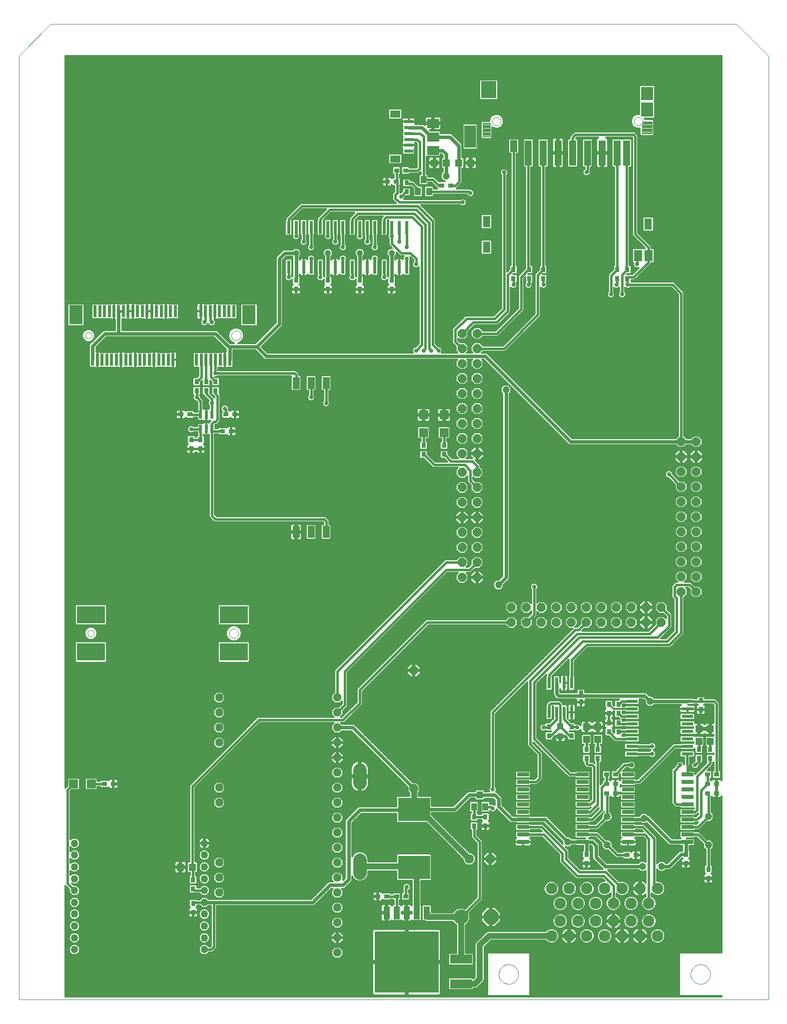
<source format=gtl>
G75*
G70*
%OFA0B0*%
%FSLAX24Y24*%
%IPPOS*%
%LPD*%
%AMOC8*
5,1,8,0,0,1.08239X$1,22.5*
%
%ADD10C,0.0000*%
%ADD11C,0.0500*%
%ADD12R,0.0827X0.0866*%
%ADD13R,0.0827X0.0945*%
%ADD14R,0.1024X0.1142*%
%ADD15R,0.0512X0.0748*%
%ADD16R,0.0551X0.0768*%
%ADD17R,0.0472X0.1693*%
%ADD18R,0.0472X0.0787*%
%ADD19C,0.0040*%
%ADD20R,0.0315X0.0354*%
%ADD21OC8,0.0591*%
%ADD22R,0.0472X0.0512*%
%ADD23R,0.4252X0.4098*%
%ADD24R,0.0420X0.0850*%
%ADD25R,0.0354X0.0315*%
%ADD26R,0.2126X0.1575*%
%ADD27OC8,0.0630*%
%ADD28C,0.0630*%
%ADD29C,0.0885*%
%ADD30C,0.1000*%
%ADD31OC8,0.1000*%
%ADD32R,0.0906X0.1260*%
%ADD33R,0.0236X0.0787*%
%ADD34R,0.1890X0.1181*%
%ADD35R,0.0220X0.0520*%
%ADD36R,0.0394X0.0433*%
%ADD37R,0.0210X0.0780*%
%ADD38R,0.0780X0.0210*%
%ADD39C,0.0768*%
%ADD40R,0.0800X0.0260*%
%ADD41C,0.0480*%
%ADD42R,0.0472X0.0472*%
%ADD43R,0.0394X0.0500*%
%ADD44OC8,0.0531*%
%ADD45R,0.0591X0.0591*%
%ADD46R,0.1457X0.0591*%
%ADD47R,0.0240X0.0870*%
%ADD48R,0.0709X0.0472*%
%ADD49R,0.0610X0.0236*%
%ADD50R,0.0790X0.0590*%
%ADD51R,0.0790X0.1500*%
%ADD52C,0.0160*%
%ADD53C,0.0290*%
%ADD54C,0.0120*%
%ADD55C,0.0400*%
%ADD56C,0.0240*%
%ADD57C,0.0472*%
%ADD58C,0.0416*%
%ADD59C,0.0337*%
D10*
X000100Y000160D02*
X050100Y000160D01*
X050100Y063035D01*
X047975Y065160D01*
X002225Y065160D01*
X000100Y063035D01*
X000100Y000160D01*
X004698Y024567D02*
X004700Y024596D01*
X004706Y024624D01*
X004715Y024652D01*
X004728Y024678D01*
X004745Y024701D01*
X004764Y024723D01*
X004786Y024742D01*
X004811Y024757D01*
X004837Y024770D01*
X004865Y024778D01*
X004893Y024783D01*
X004922Y024784D01*
X004951Y024781D01*
X004979Y024774D01*
X005006Y024764D01*
X005032Y024750D01*
X005055Y024733D01*
X005076Y024713D01*
X005094Y024690D01*
X005109Y024665D01*
X005120Y024638D01*
X005128Y024610D01*
X005132Y024581D01*
X005132Y024553D01*
X005128Y024524D01*
X005120Y024496D01*
X005109Y024469D01*
X005094Y024444D01*
X005076Y024421D01*
X005055Y024401D01*
X005032Y024384D01*
X005006Y024370D01*
X004979Y024360D01*
X004951Y024353D01*
X004922Y024350D01*
X004893Y024351D01*
X004865Y024356D01*
X004837Y024364D01*
X004811Y024377D01*
X004786Y024392D01*
X004764Y024411D01*
X004745Y024433D01*
X004728Y024456D01*
X004715Y024482D01*
X004706Y024510D01*
X004700Y024538D01*
X004698Y024567D01*
X014128Y024567D02*
X014130Y024602D01*
X014136Y024637D01*
X014146Y024671D01*
X014159Y024704D01*
X014176Y024735D01*
X014197Y024763D01*
X014220Y024790D01*
X014247Y024813D01*
X014275Y024834D01*
X014306Y024851D01*
X014339Y024864D01*
X014373Y024874D01*
X014408Y024880D01*
X014443Y024882D01*
X014478Y024880D01*
X014513Y024874D01*
X014547Y024864D01*
X014580Y024851D01*
X014611Y024834D01*
X014639Y024813D01*
X014666Y024790D01*
X014689Y024763D01*
X014710Y024735D01*
X014727Y024704D01*
X014740Y024671D01*
X014750Y024637D01*
X014756Y024602D01*
X014758Y024567D01*
X014756Y024532D01*
X014750Y024497D01*
X014740Y024463D01*
X014727Y024430D01*
X014710Y024399D01*
X014689Y024371D01*
X014666Y024344D01*
X014639Y024321D01*
X014611Y024300D01*
X014580Y024283D01*
X014547Y024270D01*
X014513Y024260D01*
X014478Y024254D01*
X014443Y024252D01*
X014408Y024254D01*
X014373Y024260D01*
X014339Y024270D01*
X014306Y024283D01*
X014275Y024300D01*
X014247Y024321D01*
X014220Y024344D01*
X014197Y024371D01*
X014176Y024399D01*
X014159Y024430D01*
X014146Y024463D01*
X014136Y024497D01*
X014130Y024532D01*
X014128Y024567D01*
X014285Y044410D02*
X014287Y044445D01*
X014293Y044480D01*
X014303Y044514D01*
X014316Y044547D01*
X014333Y044578D01*
X014354Y044606D01*
X014377Y044633D01*
X014404Y044656D01*
X014432Y044677D01*
X014463Y044694D01*
X014496Y044707D01*
X014530Y044717D01*
X014565Y044723D01*
X014600Y044725D01*
X014635Y044723D01*
X014670Y044717D01*
X014704Y044707D01*
X014737Y044694D01*
X014768Y044677D01*
X014796Y044656D01*
X014823Y044633D01*
X014846Y044606D01*
X014867Y044578D01*
X014884Y044547D01*
X014897Y044514D01*
X014907Y044480D01*
X014913Y044445D01*
X014915Y044410D01*
X014913Y044375D01*
X014907Y044340D01*
X014897Y044306D01*
X014884Y044273D01*
X014867Y044242D01*
X014846Y044214D01*
X014823Y044187D01*
X014796Y044164D01*
X014768Y044143D01*
X014737Y044126D01*
X014704Y044113D01*
X014670Y044103D01*
X014635Y044097D01*
X014600Y044095D01*
X014565Y044097D01*
X014530Y044103D01*
X014496Y044113D01*
X014463Y044126D01*
X014432Y044143D01*
X014404Y044164D01*
X014377Y044187D01*
X014354Y044214D01*
X014333Y044242D01*
X014316Y044273D01*
X014303Y044306D01*
X014293Y044340D01*
X014287Y044375D01*
X014285Y044410D01*
X004540Y044410D02*
X004542Y044439D01*
X004548Y044467D01*
X004557Y044495D01*
X004570Y044521D01*
X004587Y044544D01*
X004606Y044566D01*
X004628Y044585D01*
X004653Y044600D01*
X004679Y044613D01*
X004707Y044621D01*
X004735Y044626D01*
X004764Y044627D01*
X004793Y044624D01*
X004821Y044617D01*
X004848Y044607D01*
X004874Y044593D01*
X004897Y044576D01*
X004918Y044556D01*
X004936Y044533D01*
X004951Y044508D01*
X004962Y044481D01*
X004970Y044453D01*
X004974Y044424D01*
X004974Y044396D01*
X004970Y044367D01*
X004962Y044339D01*
X004951Y044312D01*
X004936Y044287D01*
X004918Y044264D01*
X004897Y044244D01*
X004874Y044227D01*
X004848Y044213D01*
X004821Y044203D01*
X004793Y044196D01*
X004764Y044193D01*
X004735Y044194D01*
X004707Y044199D01*
X004679Y044207D01*
X004653Y044220D01*
X004628Y044235D01*
X004606Y044254D01*
X004587Y044276D01*
X004570Y044299D01*
X004557Y044325D01*
X004548Y044353D01*
X004542Y044381D01*
X004540Y044410D01*
X031697Y058680D02*
X031699Y058713D01*
X031705Y058745D01*
X031714Y058776D01*
X031727Y058806D01*
X031744Y058834D01*
X031764Y058860D01*
X031787Y058884D01*
X031812Y058904D01*
X031840Y058922D01*
X031869Y058936D01*
X031900Y058946D01*
X031932Y058953D01*
X031965Y058956D01*
X031998Y058955D01*
X032030Y058950D01*
X032061Y058941D01*
X032092Y058929D01*
X032120Y058913D01*
X032147Y058894D01*
X032171Y058872D01*
X032192Y058847D01*
X032211Y058820D01*
X032226Y058791D01*
X032237Y058761D01*
X032245Y058729D01*
X032249Y058696D01*
X032249Y058664D01*
X032245Y058631D01*
X032237Y058599D01*
X032226Y058569D01*
X032211Y058540D01*
X032192Y058513D01*
X032171Y058488D01*
X032147Y058466D01*
X032120Y058447D01*
X032092Y058431D01*
X032061Y058419D01*
X032030Y058410D01*
X031998Y058405D01*
X031965Y058404D01*
X031932Y058407D01*
X031900Y058414D01*
X031869Y058424D01*
X031840Y058438D01*
X031812Y058456D01*
X031787Y058476D01*
X031764Y058500D01*
X031744Y058526D01*
X031727Y058554D01*
X031714Y058584D01*
X031705Y058615D01*
X031699Y058647D01*
X031697Y058680D01*
X041146Y058680D02*
X041148Y058713D01*
X041154Y058745D01*
X041163Y058776D01*
X041176Y058806D01*
X041193Y058834D01*
X041213Y058860D01*
X041236Y058884D01*
X041261Y058904D01*
X041289Y058922D01*
X041318Y058936D01*
X041349Y058946D01*
X041381Y058953D01*
X041414Y058956D01*
X041447Y058955D01*
X041479Y058950D01*
X041510Y058941D01*
X041541Y058929D01*
X041569Y058913D01*
X041596Y058894D01*
X041620Y058872D01*
X041641Y058847D01*
X041660Y058820D01*
X041675Y058791D01*
X041686Y058761D01*
X041694Y058729D01*
X041698Y058696D01*
X041698Y058664D01*
X041694Y058631D01*
X041686Y058599D01*
X041675Y058569D01*
X041660Y058540D01*
X041641Y058513D01*
X041620Y058488D01*
X041596Y058466D01*
X041569Y058447D01*
X041541Y058431D01*
X041510Y058419D01*
X041479Y058410D01*
X041447Y058405D01*
X041414Y058404D01*
X041381Y058407D01*
X041349Y058414D01*
X041318Y058424D01*
X041289Y058438D01*
X041261Y058456D01*
X041236Y058476D01*
X041213Y058500D01*
X041193Y058526D01*
X041176Y058554D01*
X041163Y058584D01*
X041154Y058615D01*
X041148Y058647D01*
X041146Y058680D01*
X044925Y001852D02*
X044927Y001902D01*
X044933Y001952D01*
X044943Y002002D01*
X044956Y002050D01*
X044973Y002098D01*
X044994Y002144D01*
X045018Y002188D01*
X045046Y002230D01*
X045077Y002270D01*
X045111Y002307D01*
X045148Y002342D01*
X045187Y002373D01*
X045228Y002402D01*
X045272Y002427D01*
X045318Y002449D01*
X045365Y002467D01*
X045413Y002481D01*
X045462Y002492D01*
X045512Y002499D01*
X045562Y002502D01*
X045613Y002501D01*
X045663Y002496D01*
X045713Y002487D01*
X045761Y002475D01*
X045809Y002458D01*
X045855Y002438D01*
X045900Y002415D01*
X045943Y002388D01*
X045983Y002358D01*
X046021Y002325D01*
X046056Y002289D01*
X046089Y002250D01*
X046118Y002209D01*
X046144Y002166D01*
X046167Y002121D01*
X046186Y002074D01*
X046201Y002026D01*
X046213Y001977D01*
X046221Y001927D01*
X046225Y001877D01*
X046225Y001827D01*
X046221Y001777D01*
X046213Y001727D01*
X046201Y001678D01*
X046186Y001630D01*
X046167Y001583D01*
X046144Y001538D01*
X046118Y001495D01*
X046089Y001454D01*
X046056Y001415D01*
X046021Y001379D01*
X045983Y001346D01*
X045943Y001316D01*
X045900Y001289D01*
X045855Y001266D01*
X045809Y001246D01*
X045761Y001229D01*
X045713Y001217D01*
X045663Y001208D01*
X045613Y001203D01*
X045562Y001202D01*
X045512Y001205D01*
X045462Y001212D01*
X045413Y001223D01*
X045365Y001237D01*
X045318Y001255D01*
X045272Y001277D01*
X045228Y001302D01*
X045187Y001331D01*
X045148Y001362D01*
X045111Y001397D01*
X045077Y001434D01*
X045046Y001474D01*
X045018Y001516D01*
X044994Y001560D01*
X044973Y001606D01*
X044956Y001654D01*
X044943Y001702D01*
X044933Y001752D01*
X044927Y001802D01*
X044925Y001852D01*
X032130Y001852D02*
X032132Y001902D01*
X032138Y001952D01*
X032148Y002002D01*
X032161Y002050D01*
X032178Y002098D01*
X032199Y002144D01*
X032223Y002188D01*
X032251Y002230D01*
X032282Y002270D01*
X032316Y002307D01*
X032353Y002342D01*
X032392Y002373D01*
X032433Y002402D01*
X032477Y002427D01*
X032523Y002449D01*
X032570Y002467D01*
X032618Y002481D01*
X032667Y002492D01*
X032717Y002499D01*
X032767Y002502D01*
X032818Y002501D01*
X032868Y002496D01*
X032918Y002487D01*
X032966Y002475D01*
X033014Y002458D01*
X033060Y002438D01*
X033105Y002415D01*
X033148Y002388D01*
X033188Y002358D01*
X033226Y002325D01*
X033261Y002289D01*
X033294Y002250D01*
X033323Y002209D01*
X033349Y002166D01*
X033372Y002121D01*
X033391Y002074D01*
X033406Y002026D01*
X033418Y001977D01*
X033426Y001927D01*
X033430Y001877D01*
X033430Y001827D01*
X033426Y001777D01*
X033418Y001727D01*
X033406Y001678D01*
X033391Y001630D01*
X033372Y001583D01*
X033349Y001538D01*
X033323Y001495D01*
X033294Y001454D01*
X033261Y001415D01*
X033226Y001379D01*
X033188Y001346D01*
X033148Y001316D01*
X033105Y001289D01*
X033060Y001266D01*
X033014Y001246D01*
X032966Y001229D01*
X032918Y001217D01*
X032868Y001208D01*
X032818Y001203D01*
X032767Y001202D01*
X032717Y001205D01*
X032667Y001212D01*
X032618Y001223D01*
X032570Y001237D01*
X032523Y001255D01*
X032477Y001277D01*
X032433Y001302D01*
X032392Y001331D01*
X032353Y001362D01*
X032316Y001397D01*
X032282Y001434D01*
X032251Y001474D01*
X032223Y001516D01*
X032199Y001560D01*
X032178Y001606D01*
X032161Y001654D01*
X032148Y001702D01*
X032138Y001752D01*
X032132Y001802D01*
X032130Y001852D01*
D11*
X012482Y003490D03*
X012482Y004277D03*
X012482Y005065D03*
X012482Y005852D03*
X012482Y006639D03*
X012482Y007427D03*
X012482Y008214D03*
X012482Y009002D03*
X012482Y009789D03*
X012482Y010576D03*
X003820Y010576D03*
X003820Y009789D03*
X003820Y009002D03*
X003820Y008214D03*
X003820Y007427D03*
X003820Y006639D03*
X003820Y005852D03*
X003820Y005065D03*
X003820Y004277D03*
X003820Y003490D03*
D12*
X042012Y060550D03*
D13*
X042012Y059467D03*
D14*
X031461Y060786D03*
D15*
X031303Y052007D03*
X031303Y050294D03*
X042091Y051830D03*
D16*
X042130Y049743D03*
X041422Y049743D03*
D17*
X040644Y056584D03*
X040004Y056584D03*
X039020Y056584D03*
X038036Y056584D03*
X037051Y056584D03*
X036067Y056584D03*
X035083Y056584D03*
X034099Y056584D03*
D18*
X033114Y057036D03*
X020600Y041250D03*
X019600Y041250D03*
X018600Y041250D03*
X018600Y031320D03*
X019600Y031320D03*
X020600Y031320D03*
D19*
X031048Y057656D02*
X031048Y058562D01*
X031559Y058562D01*
X031559Y057656D01*
X031048Y057656D01*
X031048Y057679D02*
X031559Y057679D01*
X031559Y057718D02*
X031048Y057718D01*
X031048Y057756D02*
X031559Y057756D01*
X031559Y057795D02*
X031048Y057795D01*
X031048Y057833D02*
X031559Y057833D01*
X031559Y057872D02*
X031048Y057872D01*
X031048Y057910D02*
X031559Y057910D01*
X031559Y057949D02*
X031048Y057949D01*
X031048Y057987D02*
X031559Y057987D01*
X031559Y058026D02*
X031048Y058026D01*
X031048Y058064D02*
X031559Y058064D01*
X031559Y058103D02*
X031048Y058103D01*
X031048Y058141D02*
X031559Y058141D01*
X031559Y058180D02*
X031048Y058180D01*
X031048Y058218D02*
X031559Y058218D01*
X031559Y058257D02*
X031048Y058257D01*
X031048Y058295D02*
X031559Y058295D01*
X031559Y058334D02*
X031048Y058334D01*
X031048Y058372D02*
X031559Y058372D01*
X031559Y058411D02*
X031048Y058411D01*
X031048Y058449D02*
X031559Y058449D01*
X031559Y058488D02*
X031048Y058488D01*
X031048Y058526D02*
X031559Y058526D01*
X041668Y058464D02*
X041668Y057853D01*
X042357Y057853D01*
X042357Y058680D01*
X041746Y058680D01*
X041746Y058611D01*
X041668Y058464D01*
X041668Y058449D02*
X042357Y058449D01*
X042357Y058411D02*
X041668Y058411D01*
X041668Y058372D02*
X042357Y058372D01*
X042357Y058334D02*
X041668Y058334D01*
X041668Y058295D02*
X042357Y058295D01*
X042357Y058257D02*
X041668Y058257D01*
X041668Y058218D02*
X042357Y058218D01*
X042357Y058180D02*
X041668Y058180D01*
X041668Y058141D02*
X042357Y058141D01*
X042357Y058103D02*
X041668Y058103D01*
X041668Y058064D02*
X042357Y058064D01*
X042357Y058026D02*
X041668Y058026D01*
X041668Y057987D02*
X042357Y057987D01*
X042357Y057949D02*
X041668Y057949D01*
X041668Y057910D02*
X042357Y057910D01*
X042357Y057872D02*
X041668Y057872D01*
X041681Y058488D02*
X042357Y058488D01*
X042357Y058526D02*
X041701Y058526D01*
X041722Y058565D02*
X042357Y058565D01*
X042357Y058603D02*
X041742Y058603D01*
X041746Y058642D02*
X042357Y058642D01*
D20*
X040698Y048809D03*
X040698Y048209D03*
X040017Y048209D03*
X040017Y048809D03*
X035086Y048809D03*
X035086Y048209D03*
X034155Y048209D03*
X034155Y048809D03*
X033099Y048809D03*
X033099Y048209D03*
X025975Y053985D03*
X025975Y054585D03*
X024975Y048085D03*
X024975Y047485D03*
X022850Y047485D03*
X022850Y048085D03*
X020725Y048085D03*
X020725Y047485D03*
X018600Y047485D03*
X018600Y048085D03*
X013225Y041335D03*
X013225Y040735D03*
X012600Y040735D03*
X012600Y041335D03*
X011975Y041335D03*
X011975Y040735D03*
X012225Y037460D03*
X012225Y036860D03*
X011600Y036860D03*
X011600Y037460D03*
X027100Y037085D03*
X027100Y036485D03*
X028475Y036485D03*
X028475Y037085D03*
X037600Y020585D03*
X037600Y019985D03*
X036975Y018335D03*
X036975Y017735D03*
X037975Y016835D03*
X037975Y016235D03*
X038725Y016235D03*
X038725Y016835D03*
X039475Y017985D03*
X039475Y018585D03*
X040100Y018585D03*
X040100Y017985D03*
X040100Y019235D03*
X040100Y019835D03*
X039475Y019835D03*
X039475Y019235D03*
X035475Y018335D03*
X035475Y017735D03*
X031225Y012335D03*
X031225Y011735D03*
X030475Y011735D03*
X030475Y012335D03*
X037975Y009835D03*
X037975Y009235D03*
X044600Y009235D03*
X044600Y009835D03*
X046100Y008835D03*
X046100Y008235D03*
X046225Y016235D03*
X046225Y016835D03*
X045475Y016835D03*
X045475Y016235D03*
X045600Y019485D03*
X045600Y020085D03*
X011723Y008130D03*
X011723Y007530D03*
X011737Y006566D03*
X011737Y005966D03*
D21*
X026450Y014219D03*
X026450Y022093D03*
X029677Y028291D03*
X029677Y029291D03*
X029677Y030291D03*
X029677Y031291D03*
X029677Y032291D03*
X029677Y033291D03*
X029677Y034291D03*
X029677Y035291D03*
X029679Y036547D03*
X029679Y037547D03*
X029679Y038547D03*
X029679Y039547D03*
X029679Y040547D03*
X029679Y041547D03*
X029679Y042547D03*
X029679Y043547D03*
X029679Y044547D03*
X030679Y044547D03*
X030679Y043547D03*
X030679Y042547D03*
X030679Y041547D03*
X030679Y040547D03*
X030679Y039547D03*
X030679Y038547D03*
X030679Y037547D03*
X030679Y036547D03*
X030677Y035291D03*
X030677Y034291D03*
X030677Y033291D03*
X030677Y032291D03*
X030677Y031291D03*
X030677Y030291D03*
X030677Y029291D03*
X030677Y028291D03*
X032954Y026297D03*
X033954Y026297D03*
X034954Y026297D03*
X035954Y026297D03*
X036954Y026297D03*
X037954Y026297D03*
X038954Y026297D03*
X039954Y026297D03*
X040954Y026297D03*
X041954Y026297D03*
X042954Y026297D03*
X042954Y025297D03*
X041954Y025297D03*
X040954Y025297D03*
X039954Y025297D03*
X038954Y025297D03*
X037954Y025297D03*
X036954Y025297D03*
X035954Y025297D03*
X034954Y025297D03*
X033954Y025297D03*
X032954Y025297D03*
X044292Y027334D03*
X045292Y027334D03*
X045292Y028334D03*
X045292Y029334D03*
X045292Y030334D03*
X045292Y031334D03*
X045292Y032334D03*
X045292Y033334D03*
X045292Y034334D03*
X045292Y035334D03*
X045292Y036334D03*
X045292Y037334D03*
X044292Y037334D03*
X044292Y036334D03*
X044292Y035334D03*
X044292Y034334D03*
X044292Y033334D03*
X044292Y032334D03*
X044292Y031334D03*
X044292Y030334D03*
X044292Y029334D03*
X044292Y028334D03*
D22*
X030250Y055910D03*
X029450Y055910D03*
X028625Y055910D03*
X027825Y055910D03*
X011687Y008979D03*
X010887Y008979D03*
D23*
X025975Y002660D03*
D24*
X025975Y005940D03*
X026645Y005940D03*
X027315Y005940D03*
X025305Y005940D03*
X024635Y005940D03*
D25*
X024650Y007035D03*
X024050Y007035D03*
X025300Y007035D03*
X025900Y007035D03*
X039300Y013910D03*
X039900Y013910D03*
X039900Y014535D03*
X039300Y014535D03*
X039300Y015160D03*
X039900Y015160D03*
X040675Y009785D03*
X041275Y009785D03*
X046050Y013910D03*
X046650Y013910D03*
X046650Y014535D03*
X046050Y014535D03*
X046050Y015160D03*
X046650Y015160D03*
X028900Y054410D03*
X028300Y054410D03*
X025900Y055410D03*
X025300Y055410D03*
X025275Y054660D03*
X024675Y054660D03*
X014525Y039160D03*
X013925Y039160D03*
X013675Y038035D03*
X014275Y038035D03*
X011525Y039160D03*
X010925Y039160D03*
X006400Y014535D03*
X005800Y014535D03*
D26*
X026475Y012839D03*
X026475Y008981D03*
D27*
X031550Y009535D03*
D28*
X030150Y009535D03*
D29*
X022850Y009478D02*
X022850Y008593D01*
X022850Y014593D02*
X022850Y015478D01*
D30*
X029600Y005660D03*
D31*
X031600Y005660D03*
D32*
X015466Y045788D03*
X003911Y045788D03*
D33*
X005191Y046024D03*
X005506Y046024D03*
X005820Y046024D03*
X006135Y046024D03*
X006450Y046024D03*
X006765Y046024D03*
X007080Y046024D03*
X007395Y046024D03*
X007710Y046024D03*
X008025Y046024D03*
X008340Y046024D03*
X008655Y046024D03*
X008970Y046024D03*
X009285Y046024D03*
X009600Y046024D03*
X009915Y046024D03*
X010230Y046024D03*
X010545Y046024D03*
X012238Y046024D03*
X012553Y046024D03*
X012868Y046024D03*
X013183Y046024D03*
X013498Y046024D03*
X013813Y046024D03*
X014128Y046024D03*
X014443Y046024D03*
X014167Y042796D03*
X013852Y042796D03*
X013537Y042796D03*
X013222Y042796D03*
X012907Y042796D03*
X012592Y042796D03*
X012277Y042796D03*
X011962Y042796D03*
X010387Y042796D03*
X010072Y042796D03*
X009757Y042796D03*
X009443Y042796D03*
X009128Y042796D03*
X008813Y042796D03*
X008498Y042796D03*
X008183Y042796D03*
X007868Y042796D03*
X007553Y042796D03*
X007238Y042796D03*
X006923Y042796D03*
X006608Y042796D03*
X006293Y042796D03*
X005978Y042796D03*
X005663Y042796D03*
X005348Y042796D03*
X005033Y042796D03*
D34*
X004915Y025808D03*
X004915Y023327D03*
X014443Y023327D03*
X014443Y025808D03*
D35*
X012970Y038200D03*
X012600Y038200D03*
X012230Y038200D03*
X012230Y039120D03*
X012600Y039120D03*
X012970Y039120D03*
D36*
X036225Y018370D03*
X036225Y017700D03*
D37*
X035975Y019315D03*
X035475Y019315D03*
X036475Y019315D03*
X036975Y019315D03*
X036975Y021255D03*
X036475Y021255D03*
X035975Y021255D03*
X035475Y021255D03*
D38*
X041000Y020035D03*
X041000Y019535D03*
X041000Y019035D03*
X041000Y018535D03*
X041000Y018035D03*
X041000Y017535D03*
X041000Y017035D03*
X041000Y016535D03*
X044700Y016535D03*
X044700Y017035D03*
X044700Y017535D03*
X044700Y018035D03*
X044700Y018535D03*
X044700Y019035D03*
X044700Y019535D03*
X044700Y020035D03*
D39*
X042721Y007557D03*
X042131Y006572D03*
X041540Y007557D03*
X040949Y006572D03*
X040359Y007557D03*
X039768Y006572D03*
X039178Y007557D03*
X038587Y006572D03*
X037997Y007557D03*
X037406Y006572D03*
X036816Y007557D03*
X036225Y006572D03*
X035634Y007557D03*
X036225Y005391D03*
X035634Y004407D03*
X036816Y004407D03*
X037406Y005391D03*
X037997Y004407D03*
X038587Y005391D03*
X039178Y004407D03*
X039768Y005391D03*
X040359Y004407D03*
X040949Y005391D03*
X041540Y004407D03*
X042131Y005391D03*
X042721Y004407D03*
D40*
X040745Y010660D03*
X040745Y011160D03*
X040745Y011660D03*
X040745Y012160D03*
X040745Y012660D03*
X040745Y013160D03*
X040745Y013660D03*
X040745Y014160D03*
X040745Y014660D03*
X040745Y015160D03*
X037705Y015160D03*
X037705Y014660D03*
X037705Y014160D03*
X037705Y013660D03*
X037705Y013160D03*
X037705Y012660D03*
X037705Y012160D03*
X037705Y011660D03*
X037705Y011160D03*
X037705Y010660D03*
X033745Y010660D03*
X033745Y011160D03*
X033745Y011660D03*
X033745Y012160D03*
X033745Y012660D03*
X033745Y013160D03*
X033745Y013660D03*
X033745Y014160D03*
X033745Y014660D03*
X033745Y015160D03*
X044705Y015160D03*
X044705Y014660D03*
X044705Y014160D03*
X044705Y013660D03*
X044705Y013160D03*
X044705Y012660D03*
X044705Y012160D03*
X044705Y011660D03*
X044705Y011160D03*
X044705Y010660D03*
D41*
X046100Y010460D03*
X046100Y012360D03*
X039350Y012360D03*
X039350Y010460D03*
D42*
X038725Y017497D03*
X037975Y017497D03*
X037975Y018323D03*
X038725Y018323D03*
X045475Y018198D03*
X046225Y018198D03*
X046225Y017372D03*
X045475Y017372D03*
D43*
X031224Y013016D03*
X030476Y013016D03*
X030850Y013804D03*
X027474Y054016D03*
X027100Y054804D03*
X026726Y054016D03*
D44*
X021350Y020285D03*
X021350Y019285D03*
X021350Y018285D03*
X021350Y017285D03*
X021350Y016285D03*
X021350Y015285D03*
X021350Y014285D03*
X021350Y013285D03*
X021350Y012285D03*
X021350Y011285D03*
X021350Y010285D03*
X021350Y009285D03*
X021350Y008285D03*
X021350Y007285D03*
X021350Y006285D03*
X021350Y005285D03*
X021350Y004285D03*
X021350Y003285D03*
X013475Y007285D03*
X013475Y008285D03*
X013475Y009285D03*
X013475Y013285D03*
X013475Y014285D03*
X013475Y017285D03*
X013475Y018285D03*
X013475Y019285D03*
X013475Y020285D03*
D45*
X004939Y014535D03*
X003761Y014535D03*
X027100Y037946D03*
X027100Y039124D03*
X028475Y039124D03*
X028475Y037946D03*
D46*
X029600Y002862D03*
X029600Y001208D03*
D47*
X025975Y048965D03*
X025475Y048965D03*
X024975Y048965D03*
X024475Y048965D03*
X023850Y048965D03*
X023350Y048965D03*
X022850Y048965D03*
X022350Y048965D03*
X021725Y048965D03*
X021225Y048965D03*
X020725Y048965D03*
X020225Y048965D03*
X019600Y048965D03*
X019100Y048965D03*
X018600Y048965D03*
X018100Y048965D03*
X018100Y051615D03*
X018600Y051615D03*
X019100Y051615D03*
X019600Y051615D03*
X020225Y051615D03*
X020725Y051615D03*
X021225Y051615D03*
X021725Y051615D03*
X022350Y051615D03*
X022850Y051615D03*
X023350Y051615D03*
X023850Y051615D03*
X024475Y051615D03*
X024975Y051615D03*
X025475Y051615D03*
X025975Y051615D03*
D48*
X025224Y056180D03*
X025224Y059172D03*
D49*
X026100Y058660D03*
X026100Y058266D03*
X026100Y057873D03*
X026100Y057479D03*
X026100Y057085D03*
X026100Y056691D03*
D50*
X027735Y056750D03*
X027735Y057650D03*
X027735Y058550D03*
D51*
X030215Y057660D03*
D52*
X029450Y055910D02*
X029475Y055885D01*
X029475Y054660D01*
X029225Y054410D01*
X028900Y054410D01*
X028300Y054410D02*
X028100Y054410D01*
X027706Y054804D01*
X027100Y054804D01*
X027100Y057660D01*
X026887Y057873D01*
X026100Y057873D01*
X026100Y057479D02*
X026656Y057479D01*
X026850Y057285D01*
X026850Y055535D01*
X026725Y055410D01*
X025900Y055410D01*
X025300Y055410D02*
X025300Y054685D01*
X025275Y054660D01*
X025350Y054585D01*
X025350Y053910D01*
X025225Y053785D01*
X025225Y053535D01*
X025475Y053285D01*
X029725Y053285D01*
X030225Y053910D02*
X030119Y054016D01*
X027474Y054016D01*
X026726Y054016D02*
X026726Y054159D01*
X026350Y054535D01*
X026025Y054535D01*
X025975Y054585D01*
X025975Y053985D02*
X025925Y053985D01*
X025600Y053660D01*
X026725Y053035D02*
X027725Y052035D01*
X027725Y043785D01*
X028100Y043410D01*
X027600Y043410D02*
X027475Y043535D01*
X027475Y051910D01*
X026600Y052785D01*
X020850Y052785D01*
X020225Y052160D01*
X020225Y051615D01*
X020725Y051615D02*
X020725Y051035D01*
X021225Y050660D02*
X021225Y051615D01*
X021725Y051615D02*
X021725Y050285D01*
X021725Y049535D02*
X021725Y048965D01*
X022350Y048965D02*
X022350Y048285D01*
X023850Y048965D02*
X023850Y049535D01*
X023850Y050285D02*
X023850Y051615D01*
X023350Y051615D02*
X023350Y050660D01*
X022850Y051035D02*
X022850Y051615D01*
X022350Y051615D02*
X022350Y052160D01*
X022725Y052535D01*
X026475Y052535D01*
X027225Y051785D01*
X027225Y043535D01*
X027100Y043410D01*
X026975Y043785D02*
X026600Y043410D01*
X026975Y043785D02*
X026975Y051660D01*
X026350Y052285D01*
X024600Y052285D01*
X024475Y052160D01*
X024475Y051615D01*
X024975Y051615D02*
X024975Y051035D01*
X024975Y050535D01*
X025600Y049910D01*
X026225Y049910D01*
X026600Y049535D01*
X026600Y049160D01*
X025975Y048965D02*
X025975Y049535D01*
X025975Y050285D02*
X025975Y051615D01*
X025475Y051615D02*
X025475Y050660D01*
X024475Y048965D02*
X024475Y048285D01*
X026725Y053035D02*
X018975Y053035D01*
X018100Y052160D01*
X018100Y051615D01*
X018600Y051615D02*
X018600Y051035D01*
X019100Y050660D02*
X019100Y051615D01*
X019600Y051615D02*
X019600Y050285D01*
X019600Y049535D02*
X019600Y048965D01*
X020225Y048965D02*
X020225Y048285D01*
X018100Y048285D02*
X018100Y048965D01*
X013222Y042796D02*
X013222Y041913D01*
X013225Y041910D01*
X018475Y041910D01*
X018600Y041785D01*
X018600Y041250D01*
X019600Y041250D02*
X019600Y040285D01*
X020600Y039910D02*
X020600Y041250D01*
X013925Y039460D02*
X013925Y039160D01*
X013925Y039460D02*
X013850Y039535D01*
X013350Y038785D02*
X013225Y038660D01*
X013100Y038660D01*
X012975Y038535D01*
X012975Y038205D01*
X012970Y038200D01*
X012970Y038035D01*
X013675Y038035D01*
X012970Y038200D02*
X012970Y032415D01*
X013225Y032160D01*
X020475Y032160D01*
X020600Y032035D01*
X020600Y031320D01*
X027100Y036485D02*
X027800Y035785D01*
X029850Y035785D01*
X030225Y035410D01*
X030225Y034743D01*
X030677Y034291D01*
X030677Y035291D02*
X030677Y035708D01*
X030350Y036035D01*
X028925Y036035D01*
X028475Y036485D01*
X028475Y037085D02*
X028475Y037946D01*
X027100Y037946D02*
X027100Y037085D01*
X029679Y043547D02*
X029225Y044001D01*
X029225Y044785D01*
X029975Y045535D01*
X031850Y045535D01*
X032475Y046160D01*
X032475Y055285D01*
X033114Y057036D02*
X033114Y048809D01*
X033099Y048809D01*
X032725Y048436D01*
X032725Y046035D01*
X031975Y045285D01*
X030418Y045285D01*
X029679Y044547D01*
X030679Y044547D02*
X031987Y044547D01*
X033600Y046160D01*
X033600Y048311D01*
X034099Y048809D01*
X034155Y048809D01*
X034099Y048809D02*
X034099Y056584D01*
X035083Y056584D02*
X035083Y048809D01*
X034725Y048451D01*
X034725Y045785D01*
X032487Y043547D01*
X030679Y043547D01*
X033100Y047785D02*
X033100Y048209D01*
X033099Y048209D01*
X034155Y048209D02*
X034155Y047785D01*
X034100Y047785D01*
X035086Y047785D02*
X035100Y047785D01*
X035086Y047785D02*
X035086Y048209D01*
X035083Y048809D02*
X035086Y048809D01*
X039600Y048392D02*
X039600Y047160D01*
X039975Y047785D02*
X040017Y047785D01*
X040017Y048209D01*
X040350Y048461D02*
X040350Y047160D01*
X040698Y047785D02*
X040725Y047785D01*
X043725Y047785D01*
X044292Y047218D01*
X044292Y037334D01*
X043475Y035160D02*
X044292Y034343D01*
X044292Y034334D01*
X043975Y027785D02*
X043850Y027660D01*
X043850Y027035D01*
X043975Y026910D01*
X043975Y024660D01*
X043350Y024035D01*
X037725Y024035D01*
X035475Y021785D01*
X035475Y021255D01*
X034475Y021285D02*
X037475Y024285D01*
X042725Y024285D01*
X043475Y025035D01*
X043475Y025776D01*
X042954Y026297D01*
X042954Y025297D02*
X042193Y024535D01*
X037350Y024535D01*
X034225Y021410D01*
X034225Y017160D01*
X034850Y016535D01*
X034850Y014910D01*
X034600Y014660D01*
X033745Y014660D01*
X031725Y014160D02*
X031725Y019285D01*
X037225Y024785D01*
X037443Y024785D01*
X037954Y025297D01*
X037975Y023785D02*
X036975Y022785D01*
X036975Y021255D01*
X037600Y020585D02*
X037600Y020410D01*
X036225Y019785D02*
X036225Y018370D01*
X035590Y017735D01*
X035475Y017735D01*
X035425Y018285D02*
X035100Y018285D01*
X035425Y018285D02*
X035475Y018335D01*
X035975Y018835D01*
X035975Y019315D01*
X035475Y019315D02*
X035475Y019785D01*
X035600Y019910D01*
X036100Y019910D01*
X036225Y019785D01*
X036475Y019315D02*
X036475Y018835D01*
X036975Y018335D01*
X037300Y018335D01*
X037350Y018285D01*
X036975Y017735D02*
X036860Y017735D01*
X036225Y018370D01*
X037975Y017497D02*
X037975Y016835D01*
X037975Y016235D02*
X037975Y015910D01*
X038100Y015785D01*
X038350Y015785D01*
X038475Y015660D01*
X038475Y013410D01*
X038225Y013160D01*
X037705Y013160D01*
X037705Y012660D02*
X038225Y012660D01*
X038725Y013160D01*
X038725Y016235D01*
X038725Y016835D02*
X038725Y017497D01*
X039475Y017985D02*
X039925Y017535D01*
X041000Y017535D01*
X041000Y017035D02*
X042350Y017035D01*
X042350Y016535D02*
X041000Y016535D01*
X040975Y015785D02*
X040525Y015785D01*
X039900Y015160D01*
X039300Y015160D02*
X039300Y014535D01*
X039225Y014535D01*
X038975Y014285D01*
X038975Y012785D01*
X038350Y012160D01*
X037705Y012160D01*
X037705Y011660D02*
X038650Y011660D01*
X039350Y012360D01*
X039350Y013860D01*
X039300Y013910D01*
X040745Y014660D02*
X041475Y014660D01*
X043850Y017035D01*
X044700Y017035D01*
X044700Y016535D02*
X044668Y016503D01*
X044705Y015160D01*
X044225Y015785D02*
X043850Y015410D01*
X043850Y013285D01*
X043975Y013160D01*
X044705Y013160D01*
X044705Y012660D02*
X045225Y012660D01*
X045350Y012785D01*
X045350Y015035D01*
X046225Y015910D01*
X046225Y016235D01*
X046225Y016835D02*
X046225Y017372D01*
X045475Y017372D02*
X045475Y016835D01*
X045475Y016235D02*
X045475Y016035D01*
X045225Y015785D01*
X046050Y015160D02*
X046050Y014535D01*
X045600Y014085D01*
X045600Y012410D01*
X045350Y012160D01*
X044705Y012160D01*
X044705Y011660D02*
X045400Y011660D01*
X046100Y012360D01*
X046100Y013860D01*
X046050Y013910D01*
X046650Y015160D02*
X046650Y019860D01*
X046475Y020035D01*
X045650Y020035D01*
X045600Y020085D01*
X045550Y020035D01*
X044700Y020035D01*
X043475Y023785D02*
X037975Y023785D01*
X040300Y020035D02*
X040100Y019835D01*
X040300Y020035D02*
X041000Y020035D01*
X041000Y019035D02*
X040300Y019035D01*
X040100Y019235D01*
X040100Y018585D02*
X040150Y018535D01*
X041000Y018535D01*
X041000Y018035D02*
X040150Y018035D01*
X040100Y017985D01*
X037705Y015160D02*
X036850Y015160D01*
X034475Y017535D01*
X034475Y021285D01*
X033954Y025297D02*
X034475Y025817D01*
X034475Y027660D01*
X032954Y025297D02*
X027362Y025297D01*
X022850Y020785D01*
X022850Y019910D01*
X021725Y018785D01*
X016100Y018785D01*
X011687Y014372D01*
X011687Y008979D01*
X011723Y008942D01*
X011723Y008130D01*
X011723Y007530D02*
X011826Y007427D01*
X012482Y007427D01*
X012482Y006639D02*
X011810Y006639D01*
X011737Y006566D01*
X013100Y006639D02*
X013100Y003660D01*
X012930Y003490D01*
X012482Y003490D01*
X003820Y007427D02*
X003350Y007897D01*
X003350Y014124D01*
X003761Y014535D01*
X004939Y014535D02*
X005800Y014535D01*
X021350Y019285D02*
X021850Y019785D01*
X021850Y022035D01*
X028600Y028785D01*
X030172Y028785D01*
X030677Y029291D01*
X029677Y029291D02*
X028606Y029291D01*
X021350Y022035D01*
X021350Y020285D01*
X030476Y013016D02*
X030476Y012336D01*
X030475Y012335D01*
X031225Y012335D01*
X031224Y013016D02*
X031619Y013016D01*
X031725Y012910D01*
X030475Y011735D02*
X030475Y011035D01*
X030850Y010660D01*
X030850Y006910D01*
X029600Y005660D01*
X025975Y007660D02*
X025900Y007585D01*
X025900Y007035D01*
X025305Y007030D02*
X025305Y005940D01*
X025305Y007030D02*
X025300Y007035D01*
X024650Y007035D01*
X033745Y011160D02*
X035100Y011160D01*
X036350Y009910D01*
X036350Y009410D01*
X037350Y008410D01*
X039100Y008410D01*
X039768Y007742D01*
X039768Y006572D01*
X040359Y007557D02*
X039256Y008660D01*
X037475Y008660D01*
X036600Y009535D01*
X036600Y010035D01*
X034975Y011660D01*
X033745Y011660D01*
X037705Y011160D02*
X038650Y011160D01*
X039350Y010460D01*
X040025Y009785D01*
X040675Y009785D01*
X041850Y011160D02*
X042131Y010879D01*
X042131Y006572D01*
X042721Y007557D02*
X042475Y007803D01*
X042475Y010910D01*
X041725Y011660D01*
X040745Y011660D01*
X040745Y011160D02*
X041850Y011160D01*
X044705Y011160D02*
X045400Y011160D01*
X046100Y010460D01*
X046100Y008835D01*
X043475Y023785D02*
X044292Y024602D01*
X044292Y027334D01*
X043975Y027785D02*
X044841Y027785D01*
X045292Y027334D01*
X040698Y047785D02*
X040698Y048209D01*
X040774Y048285D01*
X041100Y048285D01*
X042130Y049315D01*
X042130Y049743D01*
X042130Y050255D01*
X041225Y051160D01*
X041225Y057660D01*
X041100Y057785D01*
X037225Y057785D01*
X037051Y057611D01*
X037051Y056584D01*
X038036Y056584D02*
X038036Y055346D01*
X037975Y055285D01*
X040004Y056584D02*
X040004Y048809D01*
X040017Y048809D01*
X039600Y048392D01*
X040350Y048461D02*
X040698Y048809D01*
X040644Y048809D01*
X040644Y056584D01*
X041422Y049743D02*
X041350Y049671D01*
X041350Y049160D01*
X013225Y041335D02*
X012907Y041653D01*
X012907Y042796D01*
X012592Y042796D02*
X012592Y041343D01*
X012600Y041335D01*
X012277Y041637D02*
X011975Y041335D01*
X012277Y041637D02*
X012277Y042796D01*
X011975Y040735D02*
X011975Y040285D01*
X012225Y040035D01*
X012225Y039125D01*
X011560Y039125D01*
X011525Y039160D01*
X011600Y038160D02*
X012190Y038160D01*
X012230Y038200D01*
X012230Y037465D01*
X012225Y037460D01*
X011600Y037460D01*
X012230Y039120D02*
X012225Y039125D01*
X012970Y039120D02*
X012975Y039125D01*
X012975Y039910D01*
X012975Y040160D01*
X012600Y040535D01*
X012600Y040735D01*
X013225Y040735D02*
X013225Y040535D01*
X013350Y040410D01*
X013350Y038785D01*
X012975Y045285D02*
X012868Y045392D01*
X012868Y046024D01*
X012553Y046024D02*
X012553Y045363D01*
X012475Y045285D01*
X007080Y046024D02*
X006765Y046024D01*
D53*
X011975Y040285D03*
X012975Y039910D03*
X013850Y039535D03*
X013225Y041910D03*
X012975Y045285D03*
X012475Y045285D03*
X018100Y048285D03*
X019600Y049535D03*
X019600Y050285D03*
X019100Y050660D03*
X018600Y051035D03*
X020725Y051035D03*
X021225Y050660D03*
X021725Y050285D03*
X021725Y049535D03*
X022350Y048285D03*
X023850Y049535D03*
X023850Y050285D03*
X023350Y050660D03*
X022850Y051035D03*
X024975Y051035D03*
X025475Y050660D03*
X025975Y050285D03*
X025975Y049535D03*
X026600Y049160D03*
X024475Y048285D03*
X026600Y043410D03*
X027100Y043410D03*
X027600Y043410D03*
X028100Y043410D03*
X033100Y047785D03*
X034100Y047785D03*
X035100Y047785D03*
X039600Y047160D03*
X039975Y047785D03*
X040350Y047160D03*
X040725Y047785D03*
X041350Y049160D03*
X037975Y055285D03*
X032475Y055285D03*
X030225Y053910D03*
X029725Y053285D03*
X027975Y055285D03*
X026475Y055785D03*
X025600Y053660D03*
X020225Y048285D03*
X019600Y040285D03*
X020600Y039910D03*
X011600Y038160D03*
X031725Y014160D03*
X031725Y012910D03*
X035100Y018285D03*
X037350Y018285D03*
X042350Y017035D03*
X042350Y016535D03*
X044225Y015785D03*
X045225Y015785D03*
X041725Y009785D03*
X038475Y009160D03*
X025975Y007660D03*
X034475Y027660D03*
X043475Y035160D03*
D54*
X043655Y035355D02*
X043877Y035355D01*
X043877Y035473D02*
X032840Y035473D01*
X032840Y035355D02*
X043295Y035355D01*
X043325Y035385D02*
X043250Y035310D01*
X043210Y035213D01*
X043210Y035107D01*
X043250Y035010D01*
X043325Y034935D01*
X043422Y034895D01*
X043457Y034895D01*
X043877Y034476D01*
X043877Y034162D01*
X044120Y033919D01*
X044464Y033919D01*
X044707Y034162D01*
X044707Y034506D01*
X044464Y034749D01*
X044168Y034749D01*
X043740Y035178D01*
X043740Y035213D01*
X043700Y035310D01*
X043625Y035385D01*
X043528Y035425D01*
X043422Y035425D01*
X043325Y035385D01*
X043220Y035236D02*
X032840Y035236D01*
X032840Y035118D02*
X043210Y035118D01*
X043261Y034999D02*
X032840Y034999D01*
X032840Y034881D02*
X043472Y034881D01*
X043590Y034762D02*
X032840Y034762D01*
X032840Y034644D02*
X043709Y034644D01*
X043827Y034525D02*
X032840Y034525D01*
X032840Y034407D02*
X043877Y034407D01*
X043877Y034288D02*
X032840Y034288D01*
X032840Y034170D02*
X043877Y034170D01*
X043988Y034051D02*
X032840Y034051D01*
X032840Y033933D02*
X044106Y033933D01*
X044120Y033749D02*
X043877Y033506D01*
X043877Y033162D01*
X044120Y032919D01*
X044464Y032919D01*
X044707Y033162D01*
X044707Y033506D01*
X044464Y033749D01*
X044120Y033749D01*
X044066Y033696D02*
X032840Y033696D01*
X032840Y033814D02*
X046975Y033814D01*
X046975Y033696D02*
X045518Y033696D01*
X045464Y033749D02*
X045120Y033749D01*
X044877Y033506D01*
X044877Y033162D01*
X045120Y032919D01*
X045464Y032919D01*
X045707Y033162D01*
X045707Y033506D01*
X045464Y033749D01*
X045464Y033919D02*
X045707Y034162D01*
X045707Y034506D01*
X045464Y034749D01*
X045120Y034749D01*
X044877Y034506D01*
X044877Y034162D01*
X045120Y033919D01*
X045464Y033919D01*
X045478Y033933D02*
X046975Y033933D01*
X046975Y034051D02*
X045596Y034051D01*
X045707Y034170D02*
X046975Y034170D01*
X046975Y034288D02*
X045707Y034288D01*
X045707Y034407D02*
X046975Y034407D01*
X046975Y034525D02*
X045688Y034525D01*
X045570Y034644D02*
X046975Y034644D01*
X046975Y034762D02*
X044156Y034762D01*
X044120Y034919D02*
X044464Y034919D01*
X044707Y035162D01*
X044707Y035506D01*
X044464Y035749D01*
X044120Y035749D01*
X043877Y035506D01*
X043877Y035162D01*
X044120Y034919D01*
X044037Y034881D02*
X046975Y034881D01*
X046975Y034999D02*
X045544Y034999D01*
X045464Y034919D02*
X045707Y035162D01*
X045707Y035506D01*
X045464Y035749D01*
X045120Y035749D01*
X044877Y035506D01*
X044877Y035162D01*
X045120Y034919D01*
X045464Y034919D01*
X045663Y035118D02*
X046975Y035118D01*
X046975Y035236D02*
X045707Y035236D01*
X045707Y035355D02*
X046975Y035355D01*
X046975Y035473D02*
X045707Y035473D01*
X045622Y035592D02*
X046975Y035592D01*
X046975Y035710D02*
X045503Y035710D01*
X045480Y035879D02*
X045747Y036145D01*
X045747Y036296D01*
X045330Y036296D01*
X045330Y036373D01*
X045253Y036373D01*
X045253Y036296D01*
X044837Y036296D01*
X044837Y036145D01*
X045103Y035879D01*
X045253Y035879D01*
X045253Y036296D01*
X045330Y036296D01*
X045330Y035879D01*
X045480Y035879D01*
X045549Y035947D02*
X046975Y035947D01*
X046975Y035829D02*
X032840Y035829D01*
X032840Y035947D02*
X044035Y035947D01*
X044103Y035879D02*
X043837Y036145D01*
X043837Y036296D01*
X044253Y036296D01*
X044253Y036373D01*
X043837Y036373D01*
X043837Y036523D01*
X044103Y036789D01*
X044253Y036789D01*
X044253Y036373D01*
X044330Y036373D01*
X044330Y036789D01*
X044480Y036789D01*
X044747Y036523D01*
X044747Y036373D01*
X044330Y036373D01*
X044330Y036296D01*
X044747Y036296D01*
X044747Y036145D01*
X044480Y035879D01*
X044330Y035879D01*
X044330Y036296D01*
X044253Y036296D01*
X044253Y035879D01*
X044103Y035879D01*
X044253Y035947D02*
X044330Y035947D01*
X044330Y036066D02*
X044253Y036066D01*
X044253Y036184D02*
X044330Y036184D01*
X044330Y036303D02*
X045253Y036303D01*
X045253Y036373D02*
X044837Y036373D01*
X044837Y036523D01*
X045103Y036789D01*
X045253Y036789D01*
X045253Y036373D01*
X045253Y036421D02*
X045330Y036421D01*
X045330Y036373D02*
X045330Y036789D01*
X045480Y036789D01*
X045747Y036523D01*
X045747Y036373D01*
X045330Y036373D01*
X045330Y036303D02*
X046975Y036303D01*
X046975Y036421D02*
X045747Y036421D01*
X045730Y036540D02*
X046975Y036540D01*
X046975Y036658D02*
X045612Y036658D01*
X045493Y036777D02*
X046975Y036777D01*
X046975Y036895D02*
X032840Y036895D01*
X032840Y036777D02*
X044091Y036777D01*
X044120Y036919D02*
X044464Y036919D01*
X044639Y037094D01*
X044945Y037094D01*
X045120Y036919D01*
X045464Y036919D01*
X045707Y037162D01*
X045707Y037506D01*
X045464Y037749D01*
X045120Y037749D01*
X044945Y037574D01*
X044639Y037574D01*
X044492Y037721D01*
X044492Y047301D01*
X044375Y047418D01*
X043808Y047985D01*
X040976Y047985D01*
X040976Y048085D01*
X041183Y048085D01*
X041300Y048202D01*
X042330Y049232D01*
X042330Y049239D01*
X042455Y049239D01*
X042526Y049309D01*
X042526Y050177D01*
X042455Y050247D01*
X042330Y050247D01*
X042330Y050338D01*
X041425Y051243D01*
X041425Y057743D01*
X041300Y057868D01*
X041183Y057985D01*
X037142Y057985D01*
X036969Y057811D01*
X036851Y057694D01*
X036851Y057550D01*
X036766Y057550D01*
X036695Y057480D01*
X036695Y055687D01*
X036766Y055617D01*
X037337Y055617D01*
X037408Y055687D01*
X037408Y057480D01*
X037337Y057550D01*
X037273Y057550D01*
X037308Y057585D01*
X038744Y057585D01*
X038722Y057579D01*
X038685Y057558D01*
X038656Y057528D01*
X038635Y057492D01*
X038624Y057451D01*
X038624Y056642D01*
X038962Y056642D01*
X038962Y056525D01*
X039078Y056525D01*
X039078Y055577D01*
X039277Y055577D01*
X039318Y055588D01*
X039354Y055609D01*
X039384Y055639D01*
X039405Y055675D01*
X039416Y055716D01*
X039416Y056525D01*
X039078Y056525D01*
X039078Y056642D01*
X039416Y056642D01*
X039416Y057451D01*
X039405Y057492D01*
X039384Y057528D01*
X039354Y057558D01*
X039318Y057579D01*
X039296Y057585D01*
X041017Y057585D01*
X041025Y057577D01*
X041025Y051077D01*
X041142Y050960D01*
X041855Y050247D01*
X041805Y050247D01*
X041776Y050218D01*
X041747Y050247D01*
X041096Y050247D01*
X041026Y050177D01*
X041026Y049309D01*
X041096Y049239D01*
X041085Y049213D01*
X041085Y049107D01*
X041125Y049010D01*
X041200Y048935D01*
X041297Y048895D01*
X041403Y048895D01*
X041444Y048912D01*
X041017Y048485D01*
X040927Y048485D01*
X040905Y048506D01*
X040678Y048506D01*
X040684Y048512D01*
X040905Y048512D01*
X040976Y048582D01*
X040976Y049036D01*
X040905Y049106D01*
X040844Y049106D01*
X040844Y055617D01*
X040930Y055617D01*
X041000Y055687D01*
X041000Y057480D01*
X040930Y057550D01*
X040358Y057550D01*
X040324Y057516D01*
X040290Y057550D01*
X039718Y057550D01*
X039648Y057480D01*
X039648Y055687D01*
X039718Y055617D01*
X039804Y055617D01*
X039804Y049101D01*
X039740Y049036D01*
X039740Y048815D01*
X039517Y048592D01*
X039400Y048475D01*
X039400Y047335D01*
X039375Y047310D01*
X039335Y047213D01*
X039335Y047107D01*
X039375Y047010D01*
X039450Y046935D01*
X039547Y046895D01*
X039653Y046895D01*
X039750Y046935D01*
X039825Y047010D01*
X039865Y047107D01*
X039865Y047213D01*
X039825Y047310D01*
X039800Y047335D01*
X039800Y047585D01*
X039825Y047560D01*
X039922Y047520D01*
X040028Y047520D01*
X040125Y047560D01*
X040150Y047585D01*
X040150Y047335D01*
X040125Y047310D01*
X040085Y047213D01*
X040085Y047107D01*
X040125Y047010D01*
X040200Y046935D01*
X040297Y046895D01*
X040403Y046895D01*
X040500Y046935D01*
X040575Y047010D01*
X040615Y047107D01*
X040615Y047213D01*
X040575Y047310D01*
X040550Y047335D01*
X040550Y047585D01*
X040575Y047560D01*
X040672Y047520D01*
X040778Y047520D01*
X040875Y047560D01*
X040900Y047585D01*
X043642Y047585D01*
X044092Y047135D01*
X044092Y037721D01*
X043945Y037574D01*
X037025Y037574D01*
X031428Y043171D01*
X031361Y043238D01*
X031273Y043275D01*
X030995Y043275D01*
X031067Y043347D01*
X032569Y043347D01*
X032687Y043464D01*
X034925Y045702D01*
X034925Y047585D01*
X034950Y047560D01*
X035047Y047520D01*
X035153Y047520D01*
X035250Y047560D01*
X035325Y047635D01*
X035365Y047732D01*
X035365Y047838D01*
X035325Y047935D01*
X035320Y047939D01*
X035363Y047982D01*
X035363Y048436D01*
X035293Y048506D01*
X035063Y048506D01*
X035069Y048512D01*
X035293Y048512D01*
X035363Y048582D01*
X035363Y049036D01*
X035293Y049106D01*
X035283Y049106D01*
X035283Y055617D01*
X035369Y055617D01*
X035439Y055687D01*
X035439Y057480D01*
X035369Y057550D01*
X034797Y057550D01*
X034727Y057480D01*
X034727Y055687D01*
X034797Y055617D01*
X034883Y055617D01*
X034883Y049106D01*
X034879Y049106D01*
X034809Y049036D01*
X034809Y048818D01*
X034642Y048651D01*
X034525Y048534D01*
X034525Y045868D01*
X032404Y043747D01*
X031067Y043747D01*
X030851Y043962D01*
X030507Y043962D01*
X030264Y043719D01*
X030264Y043375D01*
X030364Y043275D01*
X029995Y043275D01*
X030095Y043375D01*
X030095Y043719D01*
X029851Y043962D01*
X029547Y043962D01*
X029425Y044084D01*
X029425Y044214D01*
X029507Y044131D01*
X029851Y044131D01*
X030095Y044375D01*
X030095Y044679D01*
X030501Y045085D01*
X032058Y045085D01*
X032175Y045202D01*
X032175Y045202D01*
X032808Y045835D01*
X032925Y045952D01*
X032925Y047585D01*
X032950Y047560D01*
X033047Y047520D01*
X033153Y047520D01*
X033250Y047560D01*
X033325Y047635D01*
X033365Y047732D01*
X033365Y047838D01*
X033326Y047932D01*
X033376Y047982D01*
X033376Y048436D01*
X033306Y048506D01*
X033079Y048506D01*
X033084Y048512D01*
X033306Y048512D01*
X033376Y048582D01*
X033376Y049036D01*
X033314Y049098D01*
X033314Y056523D01*
X033400Y056523D01*
X033471Y056593D01*
X033471Y057480D01*
X033400Y057550D01*
X032829Y057550D01*
X032758Y057480D01*
X032758Y056593D01*
X032829Y056523D01*
X032914Y056523D01*
X032914Y049106D01*
X032892Y049106D01*
X032821Y049036D01*
X032821Y048815D01*
X032675Y048668D01*
X032675Y055110D01*
X032700Y055135D01*
X032740Y055232D01*
X032740Y055338D01*
X032700Y055435D01*
X032625Y055510D01*
X032528Y055550D01*
X032422Y055550D01*
X032325Y055510D01*
X032250Y055435D01*
X032210Y055338D01*
X032210Y055232D01*
X032250Y055135D01*
X032275Y055110D01*
X032275Y046243D01*
X031767Y045735D01*
X029892Y045735D01*
X029142Y044985D01*
X029025Y044868D01*
X029025Y043918D01*
X029264Y043679D01*
X029264Y043375D01*
X029364Y043275D01*
X028331Y043275D01*
X028365Y043357D01*
X028365Y043463D01*
X028325Y043560D01*
X028250Y043635D01*
X028153Y043675D01*
X028118Y043675D01*
X027925Y043868D01*
X027925Y052118D01*
X027808Y052235D01*
X026958Y053085D01*
X029550Y053085D01*
X029575Y053060D01*
X029672Y053020D01*
X029778Y053020D01*
X029875Y053060D01*
X029950Y053135D01*
X029990Y053232D01*
X029990Y053338D01*
X029950Y053435D01*
X029875Y053510D01*
X029778Y053550D01*
X029672Y053550D01*
X029575Y053510D01*
X029550Y053485D01*
X025800Y053485D01*
X029550Y053485D01*
X029900Y053485D02*
X032275Y053485D01*
X032275Y053367D02*
X029978Y053367D01*
X029990Y053248D02*
X032275Y053248D01*
X032275Y053130D02*
X029944Y053130D01*
X030172Y053645D02*
X030278Y053645D01*
X030375Y053685D01*
X030450Y053760D01*
X030490Y053857D01*
X030490Y053963D01*
X030450Y054060D01*
X030375Y054135D01*
X030278Y054175D01*
X030243Y054175D01*
X030202Y054216D01*
X029314Y054216D01*
X029558Y054460D01*
X029675Y054577D01*
X029675Y055534D01*
X029736Y055534D01*
X029806Y055604D01*
X029806Y056216D01*
X029736Y056286D01*
X029690Y056286D01*
X029690Y057108D01*
X029653Y057196D01*
X029586Y057263D01*
X028996Y057853D01*
X028908Y057890D01*
X028250Y057890D01*
X028250Y057995D01*
X028180Y058065D01*
X027534Y058065D01*
X027504Y058095D01*
X027675Y058095D01*
X027675Y058490D01*
X027795Y058490D01*
X027795Y058610D01*
X027675Y058610D01*
X027675Y059005D01*
X027319Y059005D01*
X027278Y058994D01*
X027242Y058973D01*
X027212Y058943D01*
X027191Y058907D01*
X027180Y058866D01*
X027180Y058610D01*
X027675Y058610D01*
X027675Y058490D01*
X027180Y058490D01*
X027180Y058419D01*
X027130Y058470D01*
X027041Y058506D01*
X026561Y058506D01*
X026565Y058521D01*
X026565Y058660D01*
X026565Y058799D01*
X026554Y058840D01*
X026533Y058876D01*
X026503Y058906D01*
X026467Y058927D01*
X026426Y058938D01*
X026100Y058938D01*
X025774Y058938D01*
X025733Y058927D01*
X025698Y058907D01*
X025698Y059458D01*
X025628Y059528D01*
X024820Y059528D01*
X024750Y059458D01*
X024750Y058886D01*
X024820Y058816D01*
X025628Y058816D01*
X025643Y058831D01*
X025635Y058799D01*
X025635Y058660D01*
X025635Y058521D01*
X025646Y058480D01*
X025667Y058444D01*
X025676Y058435D01*
X025675Y058434D01*
X025675Y058098D01*
X025704Y058069D01*
X025675Y058040D01*
X025675Y057705D01*
X025704Y057676D01*
X025675Y057647D01*
X025675Y057311D01*
X025676Y057310D01*
X025667Y057302D01*
X025646Y057265D01*
X025635Y057224D01*
X025635Y057085D01*
X025635Y056946D01*
X025646Y056905D01*
X025667Y056869D01*
X025676Y056860D01*
X025675Y056859D01*
X025675Y056524D01*
X025745Y056453D01*
X026455Y056453D01*
X026525Y056524D01*
X026525Y056859D01*
X026524Y056860D01*
X026533Y056869D01*
X026554Y056905D01*
X026565Y056946D01*
X026565Y057085D01*
X026100Y057085D01*
X026100Y057085D01*
X025635Y057085D01*
X026100Y057085D01*
X026100Y057085D01*
X026565Y057085D01*
X026565Y057224D01*
X026554Y057265D01*
X026546Y057279D01*
X026573Y057279D01*
X026650Y057202D01*
X026650Y055618D01*
X026196Y055618D01*
X026197Y055617D02*
X026127Y055687D01*
X025673Y055687D01*
X025603Y055617D01*
X025603Y055203D01*
X025673Y055133D01*
X026127Y055133D01*
X026197Y055203D01*
X026197Y055210D01*
X026808Y055210D01*
X026900Y055302D01*
X026900Y055174D01*
X026853Y055174D01*
X026783Y055103D01*
X026783Y054504D01*
X026853Y054434D01*
X027347Y054434D01*
X027417Y054504D01*
X027417Y054604D01*
X027623Y054604D01*
X028003Y054224D01*
X028003Y054216D01*
X027791Y054216D01*
X027791Y054316D01*
X027721Y054386D01*
X027227Y054386D01*
X027157Y054316D01*
X027157Y053717D01*
X027227Y053646D01*
X027721Y053646D01*
X027791Y053717D01*
X027791Y053816D01*
X029977Y053816D01*
X030000Y053760D01*
X030075Y053685D01*
X030172Y053645D01*
X030038Y053722D02*
X027791Y053722D01*
X027791Y054315D02*
X027913Y054315D01*
X027794Y054433D02*
X026735Y054433D01*
X026782Y054386D02*
X026550Y054618D01*
X026433Y054735D01*
X026252Y054735D01*
X026252Y054812D01*
X026182Y054882D01*
X025768Y054882D01*
X025698Y054812D01*
X025698Y054358D01*
X025768Y054288D01*
X026182Y054288D01*
X026229Y054335D01*
X026267Y054335D01*
X026409Y054193D01*
X026409Y053717D01*
X026479Y053646D01*
X026973Y053646D01*
X027043Y053717D01*
X027043Y054316D01*
X026973Y054386D01*
X026782Y054386D01*
X026783Y054552D02*
X026616Y054552D01*
X026498Y054670D02*
X026783Y054670D01*
X026783Y054789D02*
X026252Y054789D01*
X026138Y055144D02*
X026824Y055144D01*
X026860Y055263D02*
X026900Y055263D01*
X026783Y055026D02*
X025500Y055026D01*
X025500Y054937D02*
X025500Y055133D01*
X025527Y055133D01*
X025597Y055203D01*
X025597Y055617D01*
X025527Y055687D01*
X025073Y055687D01*
X025003Y055617D01*
X025003Y055203D01*
X025073Y055133D01*
X025100Y055133D01*
X025100Y054937D01*
X025048Y054937D01*
X024997Y054886D01*
X024980Y054916D01*
X024950Y054946D01*
X024914Y054967D01*
X024873Y054977D01*
X024694Y054977D01*
X024694Y054679D01*
X024656Y054679D01*
X024656Y054977D01*
X024477Y054977D01*
X024436Y054967D01*
X024400Y054946D01*
X024370Y054916D01*
X024349Y054879D01*
X024338Y054839D01*
X024338Y054679D01*
X024656Y054679D01*
X024656Y054641D01*
X024694Y054641D01*
X024694Y054343D01*
X024873Y054343D01*
X024914Y054353D01*
X024950Y054374D01*
X024980Y054404D01*
X024997Y054434D01*
X025048Y054383D01*
X025150Y054383D01*
X025150Y053993D01*
X025025Y053868D01*
X025025Y053452D01*
X025142Y053335D01*
X025242Y053235D01*
X018892Y053235D01*
X018775Y053118D01*
X017900Y052243D01*
X017900Y052140D01*
X017860Y052100D01*
X017860Y051130D01*
X017930Y051060D01*
X018270Y051060D01*
X018340Y051130D01*
X018340Y052100D01*
X018331Y052108D01*
X019058Y052835D01*
X020617Y052835D01*
X020025Y052243D01*
X020025Y052140D01*
X019985Y052100D01*
X019985Y051130D01*
X020055Y051060D01*
X020395Y051060D01*
X020465Y051130D01*
X020465Y052100D01*
X020456Y052108D01*
X020933Y052585D01*
X022492Y052585D01*
X022150Y052243D01*
X022150Y052140D01*
X022110Y052100D01*
X022110Y051130D01*
X022180Y051060D01*
X022520Y051060D01*
X022590Y051130D01*
X022590Y052100D01*
X022581Y052108D01*
X022808Y052335D01*
X024367Y052335D01*
X024275Y052243D01*
X024275Y052140D01*
X024235Y052100D01*
X024235Y051130D01*
X024305Y051060D01*
X024645Y051060D01*
X024715Y051130D01*
X024715Y052085D01*
X024735Y052085D01*
X024735Y051148D01*
X024710Y051088D01*
X024710Y050982D01*
X024750Y050885D01*
X024775Y050860D01*
X024775Y050452D01*
X024989Y050238D01*
X024910Y050238D01*
X024789Y050188D01*
X024697Y050096D01*
X024647Y049975D01*
X024647Y049845D01*
X024697Y049724D01*
X024735Y049686D01*
X024735Y048350D01*
X024700Y048435D01*
X024685Y048450D01*
X024715Y048480D01*
X024715Y049450D01*
X024645Y049520D01*
X024305Y049520D01*
X024235Y049450D01*
X024235Y048480D01*
X024265Y048450D01*
X024250Y048435D01*
X024210Y048338D01*
X024210Y048232D01*
X024250Y048135D01*
X024325Y048060D01*
X024422Y048020D01*
X024528Y048020D01*
X024625Y048060D01*
X024698Y048133D01*
X024698Y047858D01*
X024749Y047807D01*
X024719Y047790D01*
X024689Y047760D01*
X024668Y047724D01*
X024658Y047683D01*
X024658Y047504D01*
X024956Y047504D01*
X024956Y047466D01*
X024994Y047466D01*
X024994Y047504D01*
X025292Y047504D01*
X025292Y047683D01*
X025282Y047724D01*
X025261Y047760D01*
X025231Y047790D01*
X025201Y047807D01*
X025252Y047858D01*
X025252Y048312D01*
X025215Y048349D01*
X025215Y048452D01*
X025227Y048432D01*
X025257Y048402D01*
X025293Y048381D01*
X025334Y048370D01*
X025475Y048370D01*
X025616Y048370D01*
X025657Y048381D01*
X025693Y048402D01*
X025723Y048432D01*
X025744Y048468D01*
X025745Y048471D01*
X025805Y048410D01*
X026145Y048410D01*
X026215Y048480D01*
X026215Y049422D01*
X026240Y049482D01*
X026240Y049588D01*
X026223Y049629D01*
X026400Y049452D01*
X026400Y049335D01*
X026375Y049310D01*
X026335Y049213D01*
X026335Y049107D01*
X026375Y049010D01*
X026450Y048935D01*
X026547Y048895D01*
X026653Y048895D01*
X026750Y048935D01*
X026775Y048960D01*
X026775Y043868D01*
X026582Y043675D01*
X026547Y043675D01*
X026450Y043635D01*
X026375Y043560D01*
X026335Y043463D01*
X026335Y043357D01*
X026369Y043275D01*
X016699Y043275D01*
X016314Y043660D01*
X017611Y044957D01*
X017678Y045024D01*
X017715Y045112D01*
X017715Y049436D01*
X017949Y049670D01*
X018360Y049670D01*
X018360Y048350D01*
X018325Y048435D01*
X018310Y048450D01*
X018340Y048480D01*
X018340Y049450D01*
X018270Y049520D01*
X017930Y049520D01*
X017860Y049450D01*
X017860Y048480D01*
X017890Y048450D01*
X017875Y048435D01*
X017835Y048338D01*
X017835Y048232D01*
X017875Y048135D01*
X017950Y048060D01*
X018047Y048020D01*
X018153Y048020D01*
X018250Y048060D01*
X018323Y048133D01*
X018323Y047858D01*
X018374Y047807D01*
X018344Y047790D01*
X018314Y047760D01*
X018293Y047724D01*
X018283Y047683D01*
X018283Y047504D01*
X018581Y047504D01*
X018581Y047466D01*
X018619Y047466D01*
X018619Y047504D01*
X018917Y047504D01*
X018917Y047683D01*
X018907Y047724D01*
X018886Y047760D01*
X018856Y047790D01*
X018826Y047807D01*
X018877Y047858D01*
X018877Y048312D01*
X018840Y048349D01*
X018840Y048452D01*
X018852Y048432D01*
X018882Y048402D01*
X018918Y048381D01*
X018959Y048370D01*
X019100Y048370D01*
X019241Y048370D01*
X019282Y048381D01*
X019318Y048402D01*
X019348Y048432D01*
X019369Y048468D01*
X019370Y048471D01*
X019430Y048410D01*
X019770Y048410D01*
X019840Y048480D01*
X019840Y049422D01*
X019865Y049482D01*
X019865Y049588D01*
X019825Y049685D01*
X019750Y049760D01*
X019653Y049800D01*
X019547Y049800D01*
X019450Y049760D01*
X019375Y049685D01*
X019335Y049588D01*
X019335Y049511D01*
X019318Y049528D01*
X019282Y049549D01*
X019241Y049560D01*
X019100Y049560D01*
X019100Y048965D01*
X019100Y048965D01*
X019100Y049560D01*
X018959Y049560D01*
X018918Y049549D01*
X018882Y049528D01*
X018852Y049498D01*
X018840Y049478D01*
X018840Y049686D01*
X018878Y049724D01*
X018928Y049845D01*
X018928Y049975D01*
X018878Y050096D01*
X018786Y050188D01*
X018665Y050238D01*
X018535Y050238D01*
X018414Y050188D01*
X018376Y050150D01*
X017802Y050150D01*
X017714Y050113D01*
X017339Y049738D01*
X017272Y049671D01*
X017235Y049583D01*
X017235Y045259D01*
X015876Y043900D01*
X014741Y043900D01*
X014897Y043965D01*
X015045Y044113D01*
X015125Y044306D01*
X015125Y044514D01*
X015045Y044707D01*
X014897Y044855D01*
X014704Y044935D01*
X014496Y044935D01*
X014303Y044855D01*
X014155Y044707D01*
X014075Y044514D01*
X014075Y044306D01*
X014155Y044113D01*
X014303Y043965D01*
X014459Y043900D01*
X014199Y043900D01*
X013361Y044738D01*
X013273Y044775D01*
X007005Y044775D01*
X007005Y045510D01*
X007171Y045510D01*
X007179Y045502D01*
X007215Y045481D01*
X007256Y045470D01*
X007395Y045470D01*
X007395Y046024D01*
X007395Y046024D01*
X007395Y045470D01*
X007534Y045470D01*
X007553Y045475D01*
X007571Y045470D01*
X007710Y045470D01*
X007710Y046024D01*
X007395Y046024D01*
X007395Y046578D01*
X007256Y046578D01*
X007215Y046567D01*
X007179Y046546D01*
X007171Y046538D01*
X006675Y046538D01*
X006667Y046546D01*
X006630Y046567D01*
X006590Y046578D01*
X006450Y046578D01*
X006311Y046578D01*
X006271Y046567D01*
X006234Y046546D01*
X006226Y046538D01*
X005023Y046538D01*
X004952Y046468D01*
X004952Y045581D01*
X005023Y045510D01*
X006226Y045510D01*
X006234Y045502D01*
X006271Y045481D01*
X006311Y045470D01*
X006450Y045470D01*
X006450Y046024D01*
X006450Y046024D01*
X006450Y046578D01*
X006450Y046024D01*
X006450Y046024D01*
X006450Y045470D01*
X006525Y045470D01*
X006525Y044775D01*
X005802Y044775D01*
X005714Y044738D01*
X005647Y044671D01*
X004830Y043854D01*
X004793Y043766D01*
X004793Y042748D01*
X004795Y042744D01*
X004795Y042352D01*
X004865Y042282D01*
X005124Y042282D01*
X005132Y042274D01*
X005168Y042253D01*
X005209Y042242D01*
X005348Y042242D01*
X005348Y042796D01*
X005348Y043350D01*
X005273Y043350D01*
X005273Y043619D01*
X005949Y044295D01*
X013126Y044295D01*
X013897Y043524D01*
X013927Y043494D01*
X013927Y043350D01*
X013852Y043350D01*
X013713Y043350D01*
X013672Y043339D01*
X013636Y043318D01*
X013628Y043310D01*
X011794Y043310D01*
X011724Y043239D01*
X011724Y042352D01*
X011794Y042282D01*
X012077Y042282D01*
X012077Y041720D01*
X011989Y041632D01*
X011768Y041632D01*
X011698Y041562D01*
X011698Y041108D01*
X011768Y041038D01*
X012182Y041038D01*
X012252Y041108D01*
X012252Y041330D01*
X012323Y041400D01*
X012323Y041108D01*
X012393Y041038D01*
X012807Y041038D01*
X012877Y041108D01*
X012877Y041400D01*
X012948Y041330D01*
X012948Y041108D01*
X013018Y041038D01*
X013432Y041038D01*
X013502Y041108D01*
X013502Y041562D01*
X013432Y041632D01*
X013211Y041632D01*
X013198Y041645D01*
X013278Y041645D01*
X013375Y041685D01*
X013400Y041710D01*
X018261Y041710D01*
X018244Y041693D01*
X018244Y040806D01*
X018314Y040736D01*
X018886Y040736D01*
X018956Y040806D01*
X018956Y041693D01*
X018886Y041763D01*
X018800Y041763D01*
X018800Y041868D01*
X018675Y041993D01*
X018558Y042110D01*
X013422Y042110D01*
X013422Y042282D01*
X013628Y042282D01*
X013636Y042274D01*
X013672Y042253D01*
X013713Y042242D01*
X013852Y042242D01*
X013991Y042242D01*
X014032Y042253D01*
X014068Y042274D01*
X014076Y042282D01*
X014335Y042282D01*
X014405Y042352D01*
X014405Y042744D01*
X014407Y042748D01*
X014407Y043420D01*
X015876Y043420D01*
X016464Y042832D01*
X016552Y042795D01*
X029341Y042795D01*
X029264Y042719D01*
X029264Y042375D01*
X029507Y042131D01*
X029851Y042131D01*
X030095Y042375D01*
X030095Y042719D01*
X030018Y042795D01*
X030341Y042795D01*
X030264Y042719D01*
X030264Y042375D01*
X030507Y042131D01*
X030851Y042131D01*
X031095Y042375D01*
X031095Y042719D01*
X031018Y042795D01*
X031126Y042795D01*
X036790Y037131D01*
X036878Y037094D01*
X043945Y037094D01*
X044120Y036919D01*
X044025Y037014D02*
X032840Y037014D01*
X032840Y037132D02*
X036789Y037132D01*
X036670Y037251D02*
X032840Y037251D01*
X032840Y037369D02*
X036552Y037369D01*
X036433Y037488D02*
X032840Y037488D01*
X032840Y037606D02*
X036315Y037606D01*
X036196Y037725D02*
X032840Y037725D01*
X032840Y037843D02*
X036078Y037843D01*
X035959Y037962D02*
X032840Y037962D01*
X032840Y038080D02*
X035841Y038080D01*
X035722Y038199D02*
X032840Y038199D01*
X032840Y038317D02*
X035604Y038317D01*
X035485Y038436D02*
X032840Y038436D01*
X032840Y038554D02*
X035367Y038554D01*
X035248Y038673D02*
X032840Y038673D01*
X032840Y038791D02*
X035130Y038791D01*
X035011Y038910D02*
X032840Y038910D01*
X032840Y039028D02*
X034893Y039028D01*
X034774Y039147D02*
X032840Y039147D01*
X032840Y039265D02*
X034656Y039265D01*
X034537Y039384D02*
X032840Y039384D01*
X032840Y039502D02*
X034419Y039502D01*
X034300Y039621D02*
X032840Y039621D01*
X032840Y039739D02*
X034182Y039739D01*
X034063Y039858D02*
X032840Y039858D01*
X032840Y039976D02*
X033945Y039976D01*
X033826Y040095D02*
X032840Y040095D01*
X032840Y040213D02*
X033708Y040213D01*
X033589Y040332D02*
X032840Y040332D01*
X032840Y040450D02*
X033471Y040450D01*
X033352Y040569D02*
X032887Y040569D01*
X032902Y040583D02*
X032956Y040714D01*
X032956Y040856D01*
X032902Y040987D01*
X032802Y041087D01*
X032671Y041141D01*
X032529Y041141D01*
X032398Y041087D01*
X032298Y040987D01*
X032244Y040856D01*
X032244Y040714D01*
X032298Y040583D01*
X032360Y040521D01*
X032360Y028384D01*
X032117Y028141D01*
X032029Y028141D01*
X031898Y028087D01*
X031798Y027987D01*
X031744Y027856D01*
X031744Y027714D01*
X031798Y027583D01*
X031898Y027483D01*
X032029Y027429D01*
X032171Y027429D01*
X032302Y027483D01*
X032402Y027583D01*
X032456Y027714D01*
X032456Y027802D01*
X032736Y028082D01*
X032803Y028149D01*
X032840Y028237D01*
X032840Y040521D01*
X032902Y040583D01*
X032945Y040687D02*
X033234Y040687D01*
X033115Y040806D02*
X032956Y040806D01*
X032928Y040924D02*
X032997Y040924D01*
X032878Y041043D02*
X032846Y041043D01*
X032760Y041161D02*
X030881Y041161D01*
X030851Y041131D02*
X031095Y041375D01*
X031095Y041719D01*
X030851Y041962D01*
X030507Y041962D01*
X030264Y041719D01*
X030264Y041375D01*
X030507Y041131D01*
X030851Y041131D01*
X030851Y040962D02*
X030507Y040962D01*
X030264Y040719D01*
X030264Y040375D01*
X030507Y040131D01*
X030851Y040131D01*
X031095Y040375D01*
X031095Y040719D01*
X030851Y040962D01*
X030889Y040924D02*
X032272Y040924D01*
X032244Y040806D02*
X031008Y040806D01*
X031095Y040687D02*
X032255Y040687D01*
X032313Y040569D02*
X031095Y040569D01*
X031095Y040450D02*
X032360Y040450D01*
X032360Y040332D02*
X031052Y040332D01*
X030933Y040213D02*
X032360Y040213D01*
X032360Y040095D02*
X020800Y040095D01*
X020800Y040085D02*
X020800Y040736D01*
X020886Y040736D01*
X020956Y040806D01*
X020956Y041693D01*
X020886Y041763D01*
X020314Y041763D01*
X020244Y041693D01*
X020244Y040806D01*
X020314Y040736D01*
X020400Y040736D01*
X020400Y040085D01*
X020375Y040060D01*
X020335Y039963D01*
X020335Y039857D01*
X020375Y039760D01*
X020450Y039685D01*
X020547Y039645D01*
X020653Y039645D01*
X020750Y039685D01*
X020825Y039760D01*
X020865Y039857D01*
X020865Y039963D01*
X020825Y040060D01*
X020800Y040085D01*
X020859Y039976D02*
X032360Y039976D01*
X032360Y039858D02*
X030956Y039858D01*
X030851Y039962D02*
X030507Y039962D01*
X030264Y039719D01*
X030264Y039375D01*
X030507Y039131D01*
X030851Y039131D01*
X031095Y039375D01*
X031095Y039719D01*
X030851Y039962D01*
X031074Y039739D02*
X032360Y039739D01*
X032360Y039621D02*
X031095Y039621D01*
X031095Y039502D02*
X032360Y039502D01*
X032360Y039384D02*
X031095Y039384D01*
X030985Y039265D02*
X032360Y039265D01*
X032360Y039147D02*
X030867Y039147D01*
X030851Y038962D02*
X030507Y038962D01*
X030264Y038719D01*
X030264Y038375D01*
X030507Y038131D01*
X030851Y038131D01*
X031095Y038375D01*
X031095Y038719D01*
X030851Y038962D01*
X030904Y038910D02*
X032360Y038910D01*
X032360Y039028D02*
X028930Y039028D01*
X028930Y039064D02*
X028535Y039064D01*
X028535Y039184D01*
X028415Y039184D01*
X028415Y039579D01*
X028159Y039579D01*
X028118Y039568D01*
X028081Y039547D01*
X028052Y039517D01*
X028031Y039481D01*
X028020Y039440D01*
X028020Y039184D01*
X028415Y039184D01*
X028415Y039064D01*
X028020Y039064D01*
X028020Y038808D01*
X028031Y038767D01*
X028052Y038730D01*
X028081Y038701D01*
X028118Y038680D01*
X028159Y038669D01*
X028415Y038669D01*
X028415Y039064D01*
X028535Y039064D01*
X028535Y038669D01*
X028791Y038669D01*
X028832Y038680D01*
X028869Y038701D01*
X028898Y038730D01*
X028919Y038767D01*
X028930Y038808D01*
X028930Y039064D01*
X028930Y039184D02*
X028930Y039440D01*
X028919Y039481D01*
X028898Y039517D01*
X028869Y039547D01*
X028832Y039568D01*
X028791Y039579D01*
X028535Y039579D01*
X028535Y039184D01*
X028930Y039184D01*
X028930Y039265D02*
X029374Y039265D01*
X029264Y039375D02*
X029507Y039131D01*
X029851Y039131D01*
X030095Y039375D01*
X030095Y039719D01*
X029851Y039962D01*
X029507Y039962D01*
X029264Y039719D01*
X029264Y039375D01*
X029264Y039384D02*
X028930Y039384D01*
X028907Y039502D02*
X029264Y039502D01*
X029264Y039621D02*
X014101Y039621D01*
X014115Y039588D02*
X014075Y039685D01*
X014000Y039760D01*
X013903Y039800D01*
X013797Y039800D01*
X013700Y039760D01*
X013625Y039685D01*
X013585Y039588D01*
X013585Y039482D01*
X013625Y039385D01*
X013635Y039375D01*
X013628Y039367D01*
X013628Y038953D01*
X013698Y038883D01*
X014152Y038883D01*
X014203Y038934D01*
X014220Y038904D01*
X014250Y038874D01*
X014286Y038853D01*
X014327Y038843D01*
X014506Y038843D01*
X014506Y039141D01*
X014544Y039141D01*
X014544Y039179D01*
X014506Y039179D01*
X014506Y039477D01*
X014327Y039477D01*
X014286Y039467D01*
X014250Y039446D01*
X014220Y039416D01*
X014203Y039386D01*
X014152Y039437D01*
X014125Y039437D01*
X014125Y039543D01*
X014115Y039553D01*
X014115Y039588D01*
X014125Y039502D02*
X026668Y039502D01*
X026677Y039517D02*
X026656Y039481D01*
X026645Y039440D01*
X026645Y039184D01*
X027040Y039184D01*
X027040Y039579D01*
X026784Y039579D01*
X026743Y039568D01*
X026706Y039547D01*
X026677Y039517D01*
X026645Y039384D02*
X014849Y039384D01*
X014851Y039379D02*
X014830Y039416D01*
X014800Y039446D01*
X014764Y039467D01*
X014723Y039477D01*
X014544Y039477D01*
X014544Y039179D01*
X014862Y039179D01*
X014862Y039339D01*
X014851Y039379D01*
X014862Y039265D02*
X026645Y039265D01*
X026645Y039064D02*
X026645Y038808D01*
X026656Y038767D01*
X026677Y038730D01*
X026706Y038701D01*
X026743Y038680D01*
X026784Y038669D01*
X027040Y038669D01*
X027040Y039064D01*
X026645Y039064D01*
X026645Y039028D02*
X014862Y039028D01*
X014862Y038981D02*
X014862Y039141D01*
X014544Y039141D01*
X014544Y038843D01*
X014723Y038843D01*
X014764Y038853D01*
X014800Y038874D01*
X014830Y038904D01*
X014851Y038941D01*
X014862Y038981D01*
X014833Y038910D02*
X026645Y038910D01*
X026649Y038791D02*
X013550Y038791D01*
X013550Y038702D02*
X013550Y040493D01*
X013502Y040540D01*
X013502Y040962D01*
X013432Y041032D01*
X013018Y041032D01*
X012948Y040962D01*
X012948Y040508D01*
X013018Y040438D01*
X013039Y040438D01*
X013150Y040327D01*
X013150Y040268D01*
X013058Y040360D01*
X012877Y040540D01*
X012877Y040962D01*
X012807Y041032D01*
X012393Y041032D01*
X012323Y040962D01*
X012323Y040508D01*
X012393Y040438D01*
X012414Y040438D01*
X012771Y040081D01*
X012750Y040060D01*
X012710Y039963D01*
X012710Y039857D01*
X012750Y039760D01*
X012775Y039735D01*
X012775Y039527D01*
X012772Y039529D01*
X012731Y039540D01*
X012600Y039540D01*
X012600Y039120D01*
X012600Y039120D01*
X012600Y038700D01*
X012731Y038700D01*
X012772Y038711D01*
X012808Y038732D01*
X012816Y038740D01*
X012897Y038740D01*
X012892Y038735D01*
X012775Y038618D01*
X012775Y038607D01*
X012772Y038609D01*
X012731Y038620D01*
X012600Y038620D01*
X012600Y038200D01*
X012600Y038200D01*
X012600Y038620D01*
X012469Y038620D01*
X012428Y038609D01*
X012392Y038588D01*
X012384Y038580D01*
X012070Y038580D01*
X012000Y038510D01*
X012000Y038360D01*
X011775Y038360D01*
X011750Y038385D01*
X011653Y038425D01*
X011547Y038425D01*
X011450Y038385D01*
X011375Y038310D01*
X011335Y038213D01*
X011335Y038107D01*
X011375Y038010D01*
X011450Y037935D01*
X011547Y037895D01*
X011653Y037895D01*
X011750Y037935D01*
X011775Y037960D01*
X012000Y037960D01*
X012000Y037890D01*
X012030Y037860D01*
X012030Y037757D01*
X012018Y037757D01*
X011948Y037687D01*
X011948Y037660D01*
X011877Y037660D01*
X011877Y037687D01*
X011807Y037757D01*
X011393Y037757D01*
X011323Y037687D01*
X011323Y037233D01*
X011374Y037182D01*
X011344Y037165D01*
X011314Y037135D01*
X011293Y037099D01*
X011283Y037058D01*
X011283Y036879D01*
X011581Y036879D01*
X011581Y036841D01*
X011619Y036841D01*
X011619Y036879D01*
X011908Y036879D01*
X012206Y036879D01*
X012206Y036841D01*
X012244Y036841D01*
X012244Y036879D01*
X012542Y036879D01*
X012542Y037058D01*
X012532Y037099D01*
X012511Y037135D01*
X012481Y037165D01*
X012451Y037182D01*
X012502Y037233D01*
X012502Y037687D01*
X012432Y037757D01*
X012430Y037757D01*
X012430Y037790D01*
X012469Y037780D01*
X012600Y037780D01*
X012731Y037780D01*
X012770Y037790D01*
X012770Y032332D01*
X013025Y032077D01*
X013142Y031960D01*
X020392Y031960D01*
X020400Y031952D01*
X020400Y031834D01*
X020314Y031834D01*
X020244Y031764D01*
X020244Y030877D01*
X020314Y030807D01*
X020886Y030807D01*
X020956Y030877D01*
X020956Y031764D01*
X020886Y031834D01*
X020800Y031834D01*
X020800Y032118D01*
X020683Y032235D01*
X020558Y032360D01*
X013308Y032360D01*
X013170Y032498D01*
X013170Y037835D01*
X013378Y037835D01*
X013378Y037828D01*
X013448Y037758D01*
X013902Y037758D01*
X013953Y037809D01*
X013970Y037779D01*
X014000Y037749D01*
X014036Y037728D01*
X014077Y037718D01*
X014256Y037718D01*
X014256Y038016D01*
X014294Y038016D01*
X014294Y038054D01*
X014256Y038054D01*
X014256Y038352D01*
X014077Y038352D01*
X014036Y038342D01*
X014000Y038321D01*
X013970Y038291D01*
X013953Y038261D01*
X013902Y038312D01*
X013448Y038312D01*
X013378Y038242D01*
X013378Y038235D01*
X013200Y038235D01*
X013200Y038460D01*
X013308Y038460D01*
X013425Y038577D01*
X013550Y038702D01*
X013520Y038673D02*
X026769Y038673D01*
X027040Y038673D02*
X027160Y038673D01*
X027160Y038669D02*
X027416Y038669D01*
X027457Y038680D01*
X027494Y038701D01*
X027523Y038730D01*
X027544Y038767D01*
X027555Y038808D01*
X027555Y039064D01*
X027160Y039064D01*
X027160Y039184D01*
X027040Y039184D01*
X027040Y039064D01*
X027160Y039064D01*
X027160Y038669D01*
X027160Y038791D02*
X027040Y038791D01*
X027040Y038910D02*
X027160Y038910D01*
X027160Y039028D02*
X027040Y039028D01*
X027040Y039147D02*
X014544Y039147D01*
X014544Y039265D02*
X014506Y039265D01*
X014506Y039384D02*
X014544Y039384D01*
X014544Y039028D02*
X014506Y039028D01*
X014506Y038910D02*
X014544Y038910D01*
X014217Y038910D02*
X014179Y038910D01*
X013671Y038910D02*
X013550Y038910D01*
X013550Y039028D02*
X013628Y039028D01*
X013628Y039147D02*
X013550Y039147D01*
X013550Y039265D02*
X013628Y039265D01*
X013627Y039384D02*
X013550Y039384D01*
X013550Y039502D02*
X013585Y039502D01*
X013599Y039621D02*
X013550Y039621D01*
X013550Y039739D02*
X013679Y039739D01*
X013550Y039858D02*
X020335Y039858D01*
X020341Y039976D02*
X013550Y039976D01*
X013550Y040095D02*
X019416Y040095D01*
X019450Y040060D02*
X019547Y040020D01*
X019653Y040020D01*
X019750Y040060D01*
X019825Y040135D01*
X019865Y040232D01*
X019865Y040338D01*
X019825Y040435D01*
X019800Y040460D01*
X019800Y040736D01*
X019886Y040736D01*
X019956Y040806D01*
X019956Y041693D01*
X019886Y041763D01*
X019314Y041763D01*
X019244Y041693D01*
X019244Y040806D01*
X019314Y040736D01*
X019400Y040736D01*
X019400Y040460D01*
X019375Y040435D01*
X019335Y040338D01*
X019335Y040232D01*
X019375Y040135D01*
X019450Y040060D01*
X019343Y040213D02*
X013550Y040213D01*
X013550Y040332D02*
X019335Y040332D01*
X019390Y040450D02*
X013550Y040450D01*
X013502Y040569D02*
X019400Y040569D01*
X019400Y040687D02*
X013502Y040687D01*
X013502Y040806D02*
X018244Y040806D01*
X018244Y040924D02*
X013502Y040924D01*
X013437Y041043D02*
X018244Y041043D01*
X018244Y041161D02*
X013502Y041161D01*
X013502Y041280D02*
X018244Y041280D01*
X018244Y041398D02*
X013502Y041398D01*
X013502Y041517D02*
X018244Y041517D01*
X018244Y041635D02*
X013208Y041635D01*
X012879Y041398D02*
X012877Y041398D01*
X012877Y041280D02*
X012948Y041280D01*
X012948Y041161D02*
X012877Y041161D01*
X012812Y041043D02*
X013013Y041043D01*
X012948Y040924D02*
X012877Y040924D01*
X012877Y040806D02*
X012948Y040806D01*
X012948Y040687D02*
X012877Y040687D01*
X012877Y040569D02*
X012948Y040569D01*
X012968Y040450D02*
X013006Y040450D01*
X013086Y040332D02*
X013146Y040332D01*
X012758Y040095D02*
X012425Y040095D01*
X012425Y040118D02*
X012240Y040303D01*
X012240Y040338D01*
X012200Y040435D01*
X012190Y040445D01*
X012252Y040508D01*
X012252Y040962D01*
X012182Y041032D01*
X011768Y041032D01*
X011698Y040962D01*
X011698Y040508D01*
X011760Y040445D01*
X011750Y040435D01*
X011710Y040338D01*
X011710Y040232D01*
X011750Y040135D01*
X011825Y040060D01*
X011922Y040020D01*
X011957Y040020D01*
X012025Y039952D01*
X012025Y039455D01*
X012000Y039430D01*
X012000Y039325D01*
X011822Y039325D01*
X011822Y039367D01*
X011752Y039437D01*
X011298Y039437D01*
X011247Y039386D01*
X011230Y039416D01*
X011200Y039446D01*
X011164Y039467D01*
X011123Y039477D01*
X010944Y039477D01*
X010944Y039179D01*
X010906Y039179D01*
X010906Y039477D01*
X010727Y039477D01*
X010686Y039467D01*
X010650Y039446D01*
X010620Y039416D01*
X010599Y039379D01*
X010588Y039339D01*
X010588Y039179D01*
X010906Y039179D01*
X010906Y039141D01*
X010944Y039141D01*
X010944Y038843D01*
X011123Y038843D01*
X011164Y038853D01*
X011200Y038874D01*
X011230Y038904D01*
X011247Y038934D01*
X011298Y038883D01*
X011752Y038883D01*
X011794Y038925D01*
X012000Y038925D01*
X012000Y038810D01*
X012070Y038740D01*
X012384Y038740D01*
X012392Y038732D01*
X012428Y038711D01*
X012469Y038700D01*
X012600Y038700D01*
X012600Y039120D01*
X012600Y039120D01*
X012600Y039540D01*
X012469Y039540D01*
X012428Y039529D01*
X012425Y039527D01*
X012425Y040118D01*
X012330Y040213D02*
X012639Y040213D01*
X012521Y040332D02*
X012240Y040332D01*
X012194Y040450D02*
X012381Y040450D01*
X012323Y040569D02*
X012252Y040569D01*
X012252Y040687D02*
X012323Y040687D01*
X012323Y040806D02*
X012252Y040806D01*
X012252Y040924D02*
X012323Y040924D01*
X012388Y041043D02*
X012187Y041043D01*
X012252Y041161D02*
X012323Y041161D01*
X012323Y041280D02*
X012252Y041280D01*
X012321Y041398D02*
X012323Y041398D01*
X011992Y041635D02*
X003225Y041635D01*
X003225Y041517D02*
X011698Y041517D01*
X011698Y041398D02*
X003225Y041398D01*
X003225Y041280D02*
X011698Y041280D01*
X011698Y041161D02*
X003225Y041161D01*
X003225Y041043D02*
X011763Y041043D01*
X011698Y040924D02*
X003225Y040924D01*
X003225Y040806D02*
X011698Y040806D01*
X011698Y040687D02*
X003225Y040687D01*
X003225Y040569D02*
X011698Y040569D01*
X011756Y040450D02*
X003225Y040450D01*
X003225Y040332D02*
X011710Y040332D01*
X011718Y040213D02*
X003225Y040213D01*
X003225Y040095D02*
X011791Y040095D01*
X012001Y039976D02*
X003225Y039976D01*
X003225Y039858D02*
X012025Y039858D01*
X012025Y039739D02*
X003225Y039739D01*
X003225Y039621D02*
X012025Y039621D01*
X012025Y039502D02*
X003225Y039502D01*
X003225Y039384D02*
X010601Y039384D01*
X010588Y039265D02*
X003225Y039265D01*
X003225Y039147D02*
X010906Y039147D01*
X010906Y039141D02*
X010588Y039141D01*
X010588Y038981D01*
X010599Y038941D01*
X010620Y038904D01*
X010650Y038874D01*
X010686Y038853D01*
X010727Y038843D01*
X010906Y038843D01*
X010906Y039141D01*
X010906Y039028D02*
X010944Y039028D01*
X010944Y038910D02*
X010906Y038910D01*
X010617Y038910D02*
X003225Y038910D01*
X003225Y039028D02*
X010588Y039028D01*
X010906Y039265D02*
X010944Y039265D01*
X010944Y039384D02*
X010906Y039384D01*
X011233Y038910D02*
X011271Y038910D01*
X011779Y038910D02*
X012000Y038910D01*
X012019Y038791D02*
X003225Y038791D01*
X003225Y038673D02*
X012830Y038673D01*
X012600Y038791D02*
X012600Y038791D01*
X012600Y038910D02*
X012600Y038910D01*
X012600Y039028D02*
X012600Y039028D01*
X012600Y039147D02*
X012600Y039147D01*
X012600Y039265D02*
X012600Y039265D01*
X012600Y039384D02*
X012600Y039384D01*
X012600Y039502D02*
X012600Y039502D01*
X012425Y039621D02*
X012775Y039621D01*
X012771Y039739D02*
X012425Y039739D01*
X012425Y039858D02*
X012710Y039858D01*
X012716Y039976D02*
X012425Y039976D01*
X012000Y039384D02*
X011806Y039384D01*
X012044Y038554D02*
X003225Y038554D01*
X003225Y038436D02*
X012000Y038436D01*
X012030Y037843D02*
X003225Y037843D01*
X003225Y037725D02*
X011360Y037725D01*
X011323Y037606D02*
X003225Y037606D01*
X003225Y037488D02*
X011323Y037488D01*
X011323Y037369D02*
X003225Y037369D01*
X003225Y037251D02*
X011323Y037251D01*
X011313Y037132D02*
X003225Y037132D01*
X003225Y037014D02*
X011283Y037014D01*
X011283Y036895D02*
X003225Y036895D01*
X003225Y036777D02*
X011283Y036777D01*
X011283Y036841D02*
X011283Y036662D01*
X011293Y036621D01*
X011314Y036585D01*
X011344Y036555D01*
X011381Y036534D01*
X011421Y036523D01*
X011581Y036523D01*
X011581Y036841D01*
X011283Y036841D01*
X011284Y036658D02*
X003225Y036658D01*
X003225Y036540D02*
X011371Y036540D01*
X011581Y036540D02*
X011619Y036540D01*
X011619Y036523D02*
X011779Y036523D01*
X011819Y036534D01*
X011856Y036555D01*
X011886Y036585D01*
X011907Y036621D01*
X011912Y036643D01*
X011918Y036621D01*
X011939Y036585D01*
X011969Y036555D01*
X012006Y036534D01*
X012046Y036523D01*
X012206Y036523D01*
X012206Y036841D01*
X011619Y036841D01*
X011619Y036523D01*
X011619Y036658D02*
X011581Y036658D01*
X011581Y036777D02*
X011619Y036777D01*
X011829Y036540D02*
X011996Y036540D01*
X012206Y036540D02*
X012244Y036540D01*
X012244Y036523D02*
X012404Y036523D01*
X012444Y036534D01*
X012481Y036555D01*
X012511Y036585D01*
X012532Y036621D01*
X012542Y036662D01*
X012542Y036841D01*
X012244Y036841D01*
X012244Y036523D01*
X012244Y036658D02*
X012206Y036658D01*
X012206Y036777D02*
X012244Y036777D01*
X012542Y036777D02*
X012770Y036777D01*
X012770Y036895D02*
X012542Y036895D01*
X012542Y037014D02*
X012770Y037014D01*
X012770Y037132D02*
X012512Y037132D01*
X012502Y037251D02*
X012770Y037251D01*
X012770Y037369D02*
X012502Y037369D01*
X012502Y037488D02*
X012770Y037488D01*
X012770Y037606D02*
X012502Y037606D01*
X012465Y037725D02*
X012770Y037725D01*
X012600Y037780D02*
X012600Y038200D01*
X012600Y038200D01*
X012600Y037780D01*
X012600Y037843D02*
X012600Y037843D01*
X012600Y037962D02*
X012600Y037962D01*
X012600Y038080D02*
X012600Y038080D01*
X012600Y038199D02*
X012600Y038199D01*
X012600Y038317D02*
X012600Y038317D01*
X012600Y038436D02*
X012600Y038436D01*
X012600Y038554D02*
X012600Y038554D01*
X013200Y038436D02*
X029264Y038436D01*
X029264Y038375D02*
X029507Y038131D01*
X029851Y038131D01*
X030095Y038375D01*
X030095Y038719D01*
X029851Y038962D01*
X029507Y038962D01*
X029264Y038719D01*
X029264Y038375D01*
X029322Y038317D02*
X028864Y038317D01*
X028890Y038291D02*
X028820Y038361D01*
X028130Y038361D01*
X028060Y038291D01*
X028060Y037601D01*
X028130Y037531D01*
X028275Y037531D01*
X028275Y037382D01*
X028268Y037382D01*
X028198Y037312D01*
X028198Y036858D01*
X028268Y036788D01*
X028682Y036788D01*
X028752Y036858D01*
X028752Y037312D01*
X028682Y037382D01*
X028675Y037382D01*
X028675Y037531D01*
X028820Y037531D01*
X028890Y037601D01*
X028890Y038291D01*
X028890Y038199D02*
X029440Y038199D01*
X029507Y037962D02*
X029264Y037719D01*
X029264Y037375D01*
X029507Y037131D01*
X029851Y037131D01*
X030095Y037375D01*
X030095Y037719D01*
X029851Y037962D01*
X029507Y037962D01*
X028890Y037962D01*
X028890Y038080D02*
X032360Y038080D01*
X032360Y037962D02*
X030852Y037962D01*
X030851Y037962D02*
X030507Y037962D01*
X030264Y037719D01*
X030264Y037375D01*
X030507Y037131D01*
X030851Y037131D01*
X031095Y037375D01*
X031095Y037719D01*
X030851Y037962D01*
X030970Y037843D02*
X032360Y037843D01*
X032360Y037725D02*
X031089Y037725D01*
X031095Y037606D02*
X032360Y037606D01*
X032360Y037488D02*
X031095Y037488D01*
X031089Y037369D02*
X032360Y037369D01*
X032360Y037251D02*
X030971Y037251D01*
X030852Y037132D02*
X032360Y037132D01*
X032360Y037014D02*
X028752Y037014D01*
X028752Y037132D02*
X029507Y037132D01*
X029388Y037251D02*
X028752Y037251D01*
X028695Y037369D02*
X029270Y037369D01*
X029264Y037488D02*
X028675Y037488D01*
X028890Y037606D02*
X029264Y037606D01*
X029270Y037725D02*
X028890Y037725D01*
X028890Y037843D02*
X029389Y037843D01*
X029852Y037962D02*
X030507Y037962D01*
X030389Y037843D02*
X029970Y037843D01*
X030089Y037725D02*
X030270Y037725D01*
X030264Y037606D02*
X030095Y037606D01*
X030095Y037488D02*
X030264Y037488D01*
X030270Y037369D02*
X030089Y037369D01*
X029971Y037251D02*
X030388Y037251D01*
X030507Y037132D02*
X029852Y037132D01*
X029851Y036962D02*
X029507Y036962D01*
X029264Y036719D01*
X029264Y036375D01*
X029404Y036235D01*
X029008Y036235D01*
X028752Y036490D01*
X028752Y036712D01*
X028682Y036782D01*
X028268Y036782D01*
X028198Y036712D01*
X028198Y036258D01*
X028268Y036188D01*
X028489Y036188D01*
X028692Y035985D01*
X027883Y035985D01*
X027377Y036490D01*
X027377Y036712D01*
X027307Y036782D01*
X026893Y036782D01*
X026823Y036712D01*
X026823Y036258D01*
X026893Y036188D01*
X027114Y036188D01*
X027717Y035585D01*
X029385Y035585D01*
X029262Y035463D01*
X029262Y035119D01*
X029505Y034875D01*
X029849Y034875D01*
X030025Y035051D01*
X030025Y034660D01*
X030142Y034543D01*
X030262Y034423D01*
X030262Y034119D01*
X030505Y033875D01*
X030849Y033875D01*
X031093Y034119D01*
X031093Y034463D01*
X030849Y034706D01*
X030545Y034706D01*
X030425Y034826D01*
X030425Y034956D01*
X030505Y034875D01*
X030849Y034875D01*
X031093Y035119D01*
X031093Y035463D01*
X030877Y035678D01*
X030877Y035790D01*
X030577Y036091D01*
X030641Y036091D01*
X030641Y036508D01*
X030718Y036508D01*
X030718Y036585D01*
X031135Y036585D01*
X031135Y036735D01*
X030868Y037002D01*
X030718Y037002D01*
X030718Y036585D01*
X030641Y036585D01*
X030641Y037002D01*
X030491Y037002D01*
X030224Y036735D01*
X030224Y036585D01*
X030641Y036585D01*
X030641Y036508D01*
X030224Y036508D01*
X030224Y036358D01*
X030347Y036235D01*
X029955Y036235D01*
X030095Y036375D01*
X030095Y036719D01*
X029851Y036962D01*
X029918Y036895D02*
X030384Y036895D01*
X030266Y036777D02*
X030037Y036777D01*
X030095Y036658D02*
X030224Y036658D01*
X030095Y036540D02*
X030641Y036540D01*
X030718Y036540D02*
X032360Y036540D01*
X032360Y036658D02*
X031135Y036658D01*
X031093Y036777D02*
X032360Y036777D01*
X032360Y036895D02*
X030975Y036895D01*
X030718Y036895D02*
X030641Y036895D01*
X030641Y036777D02*
X030718Y036777D01*
X030718Y036658D02*
X030641Y036658D01*
X030718Y036508D02*
X031135Y036508D01*
X031135Y036358D01*
X030868Y036091D01*
X030718Y036091D01*
X030718Y036508D01*
X030718Y036421D02*
X030641Y036421D01*
X030641Y036303D02*
X030718Y036303D01*
X030718Y036184D02*
X030641Y036184D01*
X030602Y036066D02*
X032360Y036066D01*
X032360Y036184D02*
X030961Y036184D01*
X031079Y036303D02*
X032360Y036303D01*
X032360Y036421D02*
X031135Y036421D01*
X030721Y035947D02*
X032360Y035947D01*
X032360Y035829D02*
X030839Y035829D01*
X030877Y035710D02*
X032360Y035710D01*
X032360Y035592D02*
X030964Y035592D01*
X031082Y035473D02*
X032360Y035473D01*
X032360Y035355D02*
X031093Y035355D01*
X031093Y035236D02*
X032360Y035236D01*
X032360Y035118D02*
X031092Y035118D01*
X030973Y034999D02*
X032360Y034999D01*
X032360Y034881D02*
X030855Y034881D01*
X030912Y034644D02*
X032360Y034644D01*
X032360Y034762D02*
X030489Y034762D01*
X030500Y034881D02*
X030425Y034881D01*
X030025Y034881D02*
X029855Y034881D01*
X029973Y034999D02*
X030025Y034999D01*
X030025Y034762D02*
X013170Y034762D01*
X013170Y034644D02*
X029443Y034644D01*
X029505Y034706D02*
X029262Y034463D01*
X029262Y034119D01*
X029505Y033875D01*
X029849Y033875D01*
X030093Y034119D01*
X030093Y034463D01*
X029849Y034706D01*
X029505Y034706D01*
X029500Y034881D02*
X013170Y034881D01*
X013170Y034999D02*
X029382Y034999D01*
X029263Y035118D02*
X013170Y035118D01*
X013170Y035236D02*
X029262Y035236D01*
X029262Y035355D02*
X013170Y035355D01*
X013170Y035473D02*
X029273Y035473D01*
X029336Y036303D02*
X028940Y036303D01*
X028822Y036421D02*
X029264Y036421D01*
X029264Y036540D02*
X028752Y036540D01*
X028752Y036658D02*
X029264Y036658D01*
X029322Y036777D02*
X028688Y036777D01*
X028752Y036895D02*
X029441Y036895D01*
X028612Y036066D02*
X027802Y036066D01*
X027684Y036184D02*
X028493Y036184D01*
X028198Y036303D02*
X027565Y036303D01*
X027447Y036421D02*
X028198Y036421D01*
X028198Y036540D02*
X027377Y036540D01*
X027377Y036658D02*
X028198Y036658D01*
X028262Y036777D02*
X027313Y036777D01*
X027307Y036788D02*
X027377Y036858D01*
X027377Y037312D01*
X027307Y037382D01*
X027300Y037382D01*
X027300Y037531D01*
X027445Y037531D01*
X027515Y037601D01*
X027515Y038291D01*
X027445Y038361D01*
X026755Y038361D01*
X026685Y038291D01*
X026685Y037601D01*
X026755Y037531D01*
X026900Y037531D01*
X026900Y037382D01*
X026893Y037382D01*
X026823Y037312D01*
X026823Y036858D01*
X026893Y036788D01*
X027307Y036788D01*
X027377Y036895D02*
X028198Y036895D01*
X028198Y037014D02*
X027377Y037014D01*
X027377Y037132D02*
X028198Y037132D01*
X028198Y037251D02*
X027377Y037251D01*
X027320Y037369D02*
X028255Y037369D01*
X028275Y037488D02*
X027300Y037488D01*
X027515Y037606D02*
X028060Y037606D01*
X028060Y037725D02*
X027515Y037725D01*
X027515Y037843D02*
X028060Y037843D01*
X028060Y037962D02*
X027515Y037962D01*
X027515Y038080D02*
X028060Y038080D01*
X028060Y038199D02*
X027515Y038199D01*
X027489Y038317D02*
X028086Y038317D01*
X028144Y038673D02*
X027431Y038673D01*
X027551Y038791D02*
X028024Y038791D01*
X028020Y038910D02*
X027555Y038910D01*
X027555Y039028D02*
X028020Y039028D01*
X028020Y039265D02*
X027555Y039265D01*
X027555Y039184D02*
X027555Y039440D01*
X027544Y039481D01*
X027523Y039517D01*
X027494Y039547D01*
X027457Y039568D01*
X027416Y039579D01*
X027160Y039579D01*
X027160Y039184D01*
X027555Y039184D01*
X027555Y039384D02*
X028020Y039384D01*
X028043Y039502D02*
X027532Y039502D01*
X027160Y039502D02*
X027040Y039502D01*
X027040Y039384D02*
X027160Y039384D01*
X027160Y039265D02*
X027040Y039265D01*
X027160Y039147D02*
X028415Y039147D01*
X028415Y039265D02*
X028535Y039265D01*
X028535Y039147D02*
X029492Y039147D01*
X029455Y038910D02*
X028930Y038910D01*
X028926Y038791D02*
X029337Y038791D01*
X029264Y038673D02*
X028806Y038673D01*
X028535Y038673D02*
X028415Y038673D01*
X028415Y038791D02*
X028535Y038791D01*
X028535Y038910D02*
X028415Y038910D01*
X028415Y039028D02*
X028535Y039028D01*
X028535Y039384D02*
X028415Y039384D01*
X028415Y039502D02*
X028535Y039502D01*
X029285Y039739D02*
X020804Y039739D01*
X020865Y039858D02*
X029403Y039858D01*
X029507Y040131D02*
X029264Y040375D01*
X029264Y040719D01*
X029507Y040962D01*
X029851Y040962D01*
X030095Y040719D01*
X030095Y040375D01*
X029851Y040131D01*
X029507Y040131D01*
X029426Y040213D02*
X020800Y040213D01*
X020800Y040332D02*
X029307Y040332D01*
X029264Y040450D02*
X020800Y040450D01*
X020800Y040569D02*
X029264Y040569D01*
X029264Y040687D02*
X020800Y040687D01*
X020956Y040806D02*
X029351Y040806D01*
X029470Y040924D02*
X020956Y040924D01*
X020956Y041043D02*
X032354Y041043D01*
X032641Y041280D02*
X031000Y041280D01*
X031095Y041398D02*
X032523Y041398D01*
X032404Y041517D02*
X031095Y041517D01*
X031095Y041635D02*
X032286Y041635D01*
X032167Y041754D02*
X031060Y041754D01*
X030941Y041872D02*
X032049Y041872D01*
X031930Y041991D02*
X018677Y041991D01*
X018559Y042109D02*
X031812Y042109D01*
X031693Y042228D02*
X030948Y042228D01*
X031066Y042346D02*
X031575Y042346D01*
X031456Y042465D02*
X031095Y042465D01*
X031095Y042583D02*
X031338Y042583D01*
X031219Y042702D02*
X031095Y042702D01*
X031542Y043057D02*
X044092Y043057D01*
X044092Y042939D02*
X031661Y042939D01*
X031779Y042820D02*
X044092Y042820D01*
X044092Y042702D02*
X031898Y042702D01*
X032016Y042583D02*
X044092Y042583D01*
X044092Y042465D02*
X032135Y042465D01*
X032253Y042346D02*
X044092Y042346D01*
X044092Y042228D02*
X032372Y042228D01*
X032490Y042109D02*
X044092Y042109D01*
X044092Y041991D02*
X032609Y041991D01*
X032727Y041872D02*
X044092Y041872D01*
X044092Y041754D02*
X032846Y041754D01*
X032964Y041635D02*
X044092Y041635D01*
X044092Y041517D02*
X033083Y041517D01*
X033201Y041398D02*
X044092Y041398D01*
X044092Y041280D02*
X033320Y041280D01*
X033438Y041161D02*
X044092Y041161D01*
X044092Y041043D02*
X033557Y041043D01*
X033675Y040924D02*
X044092Y040924D01*
X044092Y040806D02*
X033794Y040806D01*
X033912Y040687D02*
X044092Y040687D01*
X044092Y040569D02*
X034031Y040569D01*
X034149Y040450D02*
X044092Y040450D01*
X044092Y040332D02*
X034268Y040332D01*
X034386Y040213D02*
X044092Y040213D01*
X044092Y040095D02*
X034505Y040095D01*
X034623Y039976D02*
X044092Y039976D01*
X044092Y039858D02*
X034742Y039858D01*
X034860Y039739D02*
X044092Y039739D01*
X044092Y039621D02*
X034979Y039621D01*
X035097Y039502D02*
X044092Y039502D01*
X044092Y039384D02*
X035216Y039384D01*
X035334Y039265D02*
X044092Y039265D01*
X044092Y039147D02*
X035453Y039147D01*
X035571Y039028D02*
X044092Y039028D01*
X044092Y038910D02*
X035690Y038910D01*
X035808Y038791D02*
X044092Y038791D01*
X044092Y038673D02*
X035927Y038673D01*
X036045Y038554D02*
X044092Y038554D01*
X044092Y038436D02*
X036164Y038436D01*
X036282Y038317D02*
X044092Y038317D01*
X044092Y038199D02*
X036401Y038199D01*
X036519Y038080D02*
X044092Y038080D01*
X044092Y037962D02*
X036638Y037962D01*
X036756Y037843D02*
X044092Y037843D01*
X044092Y037725D02*
X036875Y037725D01*
X036993Y037606D02*
X043977Y037606D01*
X044492Y037725D02*
X045095Y037725D01*
X044977Y037606D02*
X044607Y037606D01*
X044492Y037843D02*
X046975Y037843D01*
X046975Y037725D02*
X045489Y037725D01*
X045607Y037606D02*
X046975Y037606D01*
X046975Y037488D02*
X045707Y037488D01*
X045707Y037369D02*
X046975Y037369D01*
X046975Y037251D02*
X045707Y037251D01*
X045677Y037132D02*
X046975Y037132D01*
X046975Y037014D02*
X045559Y037014D01*
X045330Y036777D02*
X045253Y036777D01*
X045253Y036658D02*
X045330Y036658D01*
X045330Y036540D02*
X045253Y036540D01*
X045091Y036777D02*
X044493Y036777D01*
X044330Y036777D02*
X044253Y036777D01*
X044253Y036658D02*
X044330Y036658D01*
X044330Y036540D02*
X044253Y036540D01*
X044253Y036421D02*
X044330Y036421D01*
X044253Y036303D02*
X032840Y036303D01*
X032840Y036421D02*
X043837Y036421D01*
X043854Y036540D02*
X032840Y036540D01*
X032840Y036658D02*
X043972Y036658D01*
X043837Y036184D02*
X032840Y036184D01*
X032840Y036066D02*
X043917Y036066D01*
X044081Y035710D02*
X032840Y035710D01*
X032840Y035592D02*
X043962Y035592D01*
X043877Y035236D02*
X043730Y035236D01*
X043800Y035118D02*
X043921Y035118D01*
X043919Y034999D02*
X044040Y034999D01*
X044544Y034999D02*
X045040Y034999D01*
X044921Y035118D02*
X044663Y035118D01*
X044707Y035236D02*
X044877Y035236D01*
X044877Y035355D02*
X044707Y035355D01*
X044707Y035473D02*
X044877Y035473D01*
X044962Y035592D02*
X044622Y035592D01*
X044503Y035710D02*
X045081Y035710D01*
X045035Y035947D02*
X044549Y035947D01*
X044667Y036066D02*
X044917Y036066D01*
X044837Y036184D02*
X044747Y036184D01*
X044747Y036421D02*
X044837Y036421D01*
X044854Y036540D02*
X044730Y036540D01*
X044612Y036658D02*
X044972Y036658D01*
X045025Y037014D02*
X044559Y037014D01*
X044492Y037962D02*
X046975Y037962D01*
X046975Y038080D02*
X044492Y038080D01*
X044492Y038199D02*
X046975Y038199D01*
X046975Y038317D02*
X044492Y038317D01*
X044492Y038436D02*
X046975Y038436D01*
X046975Y038554D02*
X044492Y038554D01*
X044492Y038673D02*
X046975Y038673D01*
X046975Y038791D02*
X044492Y038791D01*
X044492Y038910D02*
X046975Y038910D01*
X046975Y039028D02*
X044492Y039028D01*
X044492Y039147D02*
X046975Y039147D01*
X046975Y039265D02*
X044492Y039265D01*
X044492Y039384D02*
X046975Y039384D01*
X046975Y039502D02*
X044492Y039502D01*
X044492Y039621D02*
X046975Y039621D01*
X046975Y039739D02*
X044492Y039739D01*
X044492Y039858D02*
X046975Y039858D01*
X046975Y039976D02*
X044492Y039976D01*
X044492Y040095D02*
X046975Y040095D01*
X046975Y040213D02*
X044492Y040213D01*
X044492Y040332D02*
X046975Y040332D01*
X046975Y040450D02*
X044492Y040450D01*
X044492Y040569D02*
X046975Y040569D01*
X046975Y040687D02*
X044492Y040687D01*
X044492Y040806D02*
X046975Y040806D01*
X046975Y040924D02*
X044492Y040924D01*
X044492Y041043D02*
X046975Y041043D01*
X046975Y041161D02*
X044492Y041161D01*
X044492Y041280D02*
X046975Y041280D01*
X046975Y041398D02*
X044492Y041398D01*
X044492Y041517D02*
X046975Y041517D01*
X046975Y041635D02*
X044492Y041635D01*
X044492Y041754D02*
X046975Y041754D01*
X046975Y041872D02*
X044492Y041872D01*
X044492Y041991D02*
X046975Y041991D01*
X046975Y042109D02*
X044492Y042109D01*
X044492Y042228D02*
X046975Y042228D01*
X046975Y042346D02*
X044492Y042346D01*
X044492Y042465D02*
X046975Y042465D01*
X046975Y042583D02*
X044492Y042583D01*
X044492Y042702D02*
X046975Y042702D01*
X046975Y042820D02*
X044492Y042820D01*
X044492Y042939D02*
X046975Y042939D01*
X046975Y043057D02*
X044492Y043057D01*
X044492Y043176D02*
X046975Y043176D01*
X046975Y043294D02*
X044492Y043294D01*
X044492Y043413D02*
X046975Y043413D01*
X046975Y043531D02*
X044492Y043531D01*
X044492Y043650D02*
X046975Y043650D01*
X046975Y043768D02*
X044492Y043768D01*
X044492Y043887D02*
X046975Y043887D01*
X046975Y044005D02*
X044492Y044005D01*
X044492Y044124D02*
X046975Y044124D01*
X046975Y044242D02*
X044492Y044242D01*
X044492Y044361D02*
X046975Y044361D01*
X046975Y044479D02*
X044492Y044479D01*
X044492Y044598D02*
X046975Y044598D01*
X046975Y044716D02*
X044492Y044716D01*
X044492Y044835D02*
X046975Y044835D01*
X046975Y044953D02*
X044492Y044953D01*
X044492Y045072D02*
X046975Y045072D01*
X046975Y045190D02*
X044492Y045190D01*
X044492Y045309D02*
X046975Y045309D01*
X046975Y045427D02*
X044492Y045427D01*
X044492Y045546D02*
X046975Y045546D01*
X046975Y045664D02*
X044492Y045664D01*
X044492Y045783D02*
X046975Y045783D01*
X046975Y045901D02*
X044492Y045901D01*
X044492Y046020D02*
X046975Y046020D01*
X046975Y046138D02*
X044492Y046138D01*
X044492Y046257D02*
X046975Y046257D01*
X046975Y046375D02*
X044492Y046375D01*
X044492Y046494D02*
X046975Y046494D01*
X046975Y046612D02*
X044492Y046612D01*
X044492Y046731D02*
X046975Y046731D01*
X046975Y046849D02*
X044492Y046849D01*
X044492Y046968D02*
X046975Y046968D01*
X046975Y047086D02*
X044492Y047086D01*
X044492Y047205D02*
X046975Y047205D01*
X046975Y047323D02*
X044470Y047323D01*
X044351Y047442D02*
X046975Y047442D01*
X046975Y047560D02*
X044233Y047560D01*
X044114Y047679D02*
X046975Y047679D01*
X046975Y047797D02*
X043996Y047797D01*
X043877Y047916D02*
X046975Y047916D01*
X046975Y048034D02*
X040976Y048034D01*
X041250Y048153D02*
X046975Y048153D01*
X046975Y048271D02*
X041369Y048271D01*
X041487Y048390D02*
X046975Y048390D01*
X046975Y048508D02*
X041606Y048508D01*
X041724Y048627D02*
X046975Y048627D01*
X046975Y048745D02*
X041843Y048745D01*
X041961Y048864D02*
X046975Y048864D01*
X046975Y048982D02*
X042080Y048982D01*
X042198Y049101D02*
X046975Y049101D01*
X046975Y049219D02*
X042317Y049219D01*
X042526Y049338D02*
X046975Y049338D01*
X046975Y049456D02*
X042526Y049456D01*
X042526Y049575D02*
X046975Y049575D01*
X046975Y049693D02*
X042526Y049693D01*
X042526Y049812D02*
X046975Y049812D01*
X046975Y049930D02*
X042526Y049930D01*
X042526Y050049D02*
X046975Y050049D01*
X046975Y050167D02*
X042526Y050167D01*
X042330Y050286D02*
X046975Y050286D01*
X046975Y050404D02*
X042264Y050404D01*
X042145Y050523D02*
X046975Y050523D01*
X046975Y050641D02*
X042027Y050641D01*
X041908Y050760D02*
X046975Y050760D01*
X046975Y050878D02*
X041790Y050878D01*
X041671Y050997D02*
X046975Y050997D01*
X046975Y051115D02*
X041553Y051115D01*
X041434Y051234D02*
X046975Y051234D01*
X046975Y051352D02*
X042413Y051352D01*
X042396Y051336D02*
X042467Y051406D01*
X042467Y052253D01*
X042396Y052324D01*
X041785Y052324D01*
X041715Y052253D01*
X041715Y051406D01*
X041785Y051336D01*
X042396Y051336D01*
X042467Y051471D02*
X046975Y051471D01*
X046975Y051589D02*
X042467Y051589D01*
X042467Y051708D02*
X046975Y051708D01*
X046975Y051826D02*
X042467Y051826D01*
X042467Y051945D02*
X046975Y051945D01*
X046975Y052063D02*
X042467Y052063D01*
X042467Y052182D02*
X046975Y052182D01*
X046975Y052300D02*
X042420Y052300D01*
X041762Y052300D02*
X041425Y052300D01*
X041425Y052182D02*
X041715Y052182D01*
X041715Y052063D02*
X041425Y052063D01*
X041425Y051945D02*
X041715Y051945D01*
X041715Y051826D02*
X041425Y051826D01*
X041425Y051708D02*
X041715Y051708D01*
X041715Y051589D02*
X041425Y051589D01*
X041425Y051471D02*
X041715Y051471D01*
X041769Y051352D02*
X041425Y051352D01*
X041025Y051352D02*
X040844Y051352D01*
X040844Y051234D02*
X041025Y051234D01*
X041025Y051115D02*
X040844Y051115D01*
X040844Y050997D02*
X041106Y050997D01*
X041224Y050878D02*
X040844Y050878D01*
X040844Y050760D02*
X041343Y050760D01*
X041461Y050641D02*
X040844Y050641D01*
X040844Y050523D02*
X041580Y050523D01*
X041698Y050404D02*
X040844Y050404D01*
X040844Y050286D02*
X041817Y050286D01*
X041026Y050167D02*
X040844Y050167D01*
X040844Y050049D02*
X041026Y050049D01*
X041026Y049930D02*
X040844Y049930D01*
X040844Y049812D02*
X041026Y049812D01*
X041026Y049693D02*
X040844Y049693D01*
X040844Y049575D02*
X041026Y049575D01*
X041026Y049456D02*
X040844Y049456D01*
X040844Y049338D02*
X041026Y049338D01*
X041088Y049219D02*
X040844Y049219D01*
X040911Y049101D02*
X041088Y049101D01*
X041153Y048982D02*
X040976Y048982D01*
X040976Y048864D02*
X041396Y048864D01*
X041277Y048745D02*
X040976Y048745D01*
X040976Y048627D02*
X041159Y048627D01*
X041040Y048508D02*
X040680Y048508D01*
X040575Y047560D02*
X040550Y047560D01*
X040550Y047442D02*
X043786Y047442D01*
X043904Y047323D02*
X040562Y047323D01*
X040615Y047205D02*
X044023Y047205D01*
X044092Y047086D02*
X040606Y047086D01*
X040532Y046968D02*
X044092Y046968D01*
X044092Y046849D02*
X034925Y046849D01*
X034925Y046731D02*
X044092Y046731D01*
X044092Y046612D02*
X034925Y046612D01*
X034925Y046494D02*
X044092Y046494D01*
X044092Y046375D02*
X034925Y046375D01*
X034925Y046257D02*
X044092Y046257D01*
X044092Y046138D02*
X034925Y046138D01*
X034925Y046020D02*
X044092Y046020D01*
X044092Y045901D02*
X034925Y045901D01*
X034925Y045783D02*
X044092Y045783D01*
X044092Y045664D02*
X034887Y045664D01*
X034768Y045546D02*
X044092Y045546D01*
X044092Y045427D02*
X034650Y045427D01*
X034531Y045309D02*
X044092Y045309D01*
X044092Y045190D02*
X034413Y045190D01*
X034294Y045072D02*
X044092Y045072D01*
X044092Y044953D02*
X034176Y044953D01*
X034057Y044835D02*
X044092Y044835D01*
X044092Y044716D02*
X033939Y044716D01*
X033820Y044598D02*
X044092Y044598D01*
X044092Y044479D02*
X033702Y044479D01*
X033583Y044361D02*
X044092Y044361D01*
X044092Y044242D02*
X033465Y044242D01*
X033346Y044124D02*
X044092Y044124D01*
X044092Y044005D02*
X033228Y044005D01*
X033109Y043887D02*
X044092Y043887D01*
X044092Y043768D02*
X032991Y043768D01*
X032872Y043650D02*
X044092Y043650D01*
X044092Y043531D02*
X032754Y043531D01*
X032635Y043413D02*
X044092Y043413D01*
X044092Y043294D02*
X031014Y043294D01*
X031424Y043176D02*
X044092Y043176D01*
X043667Y047560D02*
X040875Y047560D01*
X040150Y047560D02*
X040125Y047560D01*
X040150Y047442D02*
X039800Y047442D01*
X039800Y047560D02*
X039825Y047560D01*
X039812Y047323D02*
X040138Y047323D01*
X040085Y047205D02*
X039865Y047205D01*
X039856Y047086D02*
X040094Y047086D01*
X040168Y046968D02*
X039782Y046968D01*
X039418Y046968D02*
X034925Y046968D01*
X034925Y047086D02*
X039344Y047086D01*
X039335Y047205D02*
X034925Y047205D01*
X034925Y047323D02*
X039388Y047323D01*
X039400Y047442D02*
X034925Y047442D01*
X034925Y047560D02*
X034950Y047560D01*
X035250Y047560D02*
X039400Y047560D01*
X039400Y047679D02*
X035343Y047679D01*
X035365Y047797D02*
X039400Y047797D01*
X039400Y047916D02*
X035333Y047916D01*
X035363Y048034D02*
X039400Y048034D01*
X039400Y048153D02*
X035363Y048153D01*
X035363Y048271D02*
X039400Y048271D01*
X039400Y048390D02*
X035363Y048390D01*
X035363Y048627D02*
X039552Y048627D01*
X039670Y048745D02*
X035363Y048745D01*
X035363Y048864D02*
X039740Y048864D01*
X039740Y048982D02*
X035363Y048982D01*
X035299Y049101D02*
X039804Y049101D01*
X039804Y049219D02*
X035283Y049219D01*
X035283Y049338D02*
X039804Y049338D01*
X039804Y049456D02*
X035283Y049456D01*
X035283Y049575D02*
X039804Y049575D01*
X039804Y049693D02*
X035283Y049693D01*
X035283Y049812D02*
X039804Y049812D01*
X039804Y049930D02*
X035283Y049930D01*
X035283Y050049D02*
X039804Y050049D01*
X039804Y050167D02*
X035283Y050167D01*
X035283Y050286D02*
X039804Y050286D01*
X039804Y050404D02*
X035283Y050404D01*
X035283Y050523D02*
X039804Y050523D01*
X039804Y050641D02*
X035283Y050641D01*
X035283Y050760D02*
X039804Y050760D01*
X039804Y050878D02*
X035283Y050878D01*
X035283Y050997D02*
X039804Y050997D01*
X039804Y051115D02*
X035283Y051115D01*
X035283Y051234D02*
X039804Y051234D01*
X039804Y051352D02*
X035283Y051352D01*
X035283Y051471D02*
X039804Y051471D01*
X039804Y051589D02*
X035283Y051589D01*
X035283Y051708D02*
X039804Y051708D01*
X039804Y051826D02*
X035283Y051826D01*
X035283Y051945D02*
X039804Y051945D01*
X039804Y052063D02*
X035283Y052063D01*
X035283Y052182D02*
X039804Y052182D01*
X039804Y052300D02*
X035283Y052300D01*
X035283Y052419D02*
X039804Y052419D01*
X039804Y052537D02*
X035283Y052537D01*
X035283Y052656D02*
X039804Y052656D01*
X039804Y052774D02*
X035283Y052774D01*
X035283Y052893D02*
X039804Y052893D01*
X039804Y053011D02*
X035283Y053011D01*
X035283Y053130D02*
X039804Y053130D01*
X039804Y053248D02*
X035283Y053248D01*
X035283Y053367D02*
X039804Y053367D01*
X039804Y053485D02*
X035283Y053485D01*
X035283Y053604D02*
X039804Y053604D01*
X039804Y053722D02*
X035283Y053722D01*
X035283Y053841D02*
X039804Y053841D01*
X039804Y053959D02*
X035283Y053959D01*
X035283Y054078D02*
X039804Y054078D01*
X039804Y054196D02*
X035283Y054196D01*
X035283Y054315D02*
X039804Y054315D01*
X039804Y054433D02*
X035283Y054433D01*
X035283Y054552D02*
X039804Y054552D01*
X039804Y054670D02*
X035283Y054670D01*
X035283Y054789D02*
X039804Y054789D01*
X039804Y054907D02*
X035283Y054907D01*
X035283Y055026D02*
X037909Y055026D01*
X037922Y055020D02*
X038028Y055020D01*
X038125Y055060D01*
X038200Y055135D01*
X038240Y055232D01*
X038240Y055338D01*
X038236Y055348D01*
X038236Y055617D01*
X038322Y055617D01*
X038392Y055687D01*
X038392Y057480D01*
X038322Y057550D01*
X037750Y057550D01*
X037679Y057480D01*
X037679Y055687D01*
X037750Y055617D01*
X037836Y055617D01*
X037836Y055514D01*
X037825Y055510D01*
X037750Y055435D01*
X037710Y055338D01*
X037710Y055232D01*
X037750Y055135D01*
X037825Y055060D01*
X037922Y055020D01*
X038041Y055026D02*
X039804Y055026D01*
X039804Y055144D02*
X038203Y055144D01*
X038240Y055263D02*
X039804Y055263D01*
X039804Y055381D02*
X038236Y055381D01*
X038236Y055500D02*
X039804Y055500D01*
X039717Y055618D02*
X039363Y055618D01*
X039416Y055737D02*
X039648Y055737D01*
X039648Y055855D02*
X039416Y055855D01*
X039416Y055974D02*
X039648Y055974D01*
X039648Y056092D02*
X039416Y056092D01*
X039416Y056211D02*
X039648Y056211D01*
X039648Y056329D02*
X039416Y056329D01*
X039416Y056448D02*
X039648Y056448D01*
X039648Y056566D02*
X039078Y056566D01*
X038962Y056566D02*
X038392Y056566D01*
X038392Y056448D02*
X038624Y056448D01*
X038624Y056525D02*
X038624Y055716D01*
X038635Y055675D01*
X038656Y055639D01*
X038685Y055609D01*
X038722Y055588D01*
X038763Y055577D01*
X038962Y055577D01*
X038962Y056525D01*
X038624Y056525D01*
X038624Y056685D02*
X038392Y056685D01*
X038392Y056803D02*
X038624Y056803D01*
X038624Y056922D02*
X038392Y056922D01*
X038392Y057040D02*
X038624Y057040D01*
X038624Y057159D02*
X038392Y057159D01*
X038392Y057277D02*
X038624Y057277D01*
X038624Y057396D02*
X038392Y057396D01*
X038358Y057514D02*
X038648Y057514D01*
X039392Y057514D02*
X039682Y057514D01*
X039648Y057396D02*
X039416Y057396D01*
X039416Y057277D02*
X039648Y057277D01*
X039648Y057159D02*
X039416Y057159D01*
X039416Y057040D02*
X039648Y057040D01*
X039648Y056922D02*
X039416Y056922D01*
X039416Y056803D02*
X039648Y056803D01*
X039648Y056685D02*
X039416Y056685D01*
X039078Y056448D02*
X038962Y056448D01*
X038962Y056329D02*
X039078Y056329D01*
X039078Y056211D02*
X038962Y056211D01*
X038962Y056092D02*
X039078Y056092D01*
X039078Y055974D02*
X038962Y055974D01*
X038962Y055855D02*
X039078Y055855D01*
X039078Y055737D02*
X038962Y055737D01*
X038962Y055618D02*
X039078Y055618D01*
X038676Y055618D02*
X038323Y055618D01*
X038392Y055737D02*
X038624Y055737D01*
X038624Y055855D02*
X038392Y055855D01*
X038392Y055974D02*
X038624Y055974D01*
X038624Y056092D02*
X038392Y056092D01*
X038392Y056211D02*
X038624Y056211D01*
X038624Y056329D02*
X038392Y056329D01*
X037679Y056329D02*
X037408Y056329D01*
X037408Y056211D02*
X037679Y056211D01*
X037679Y056092D02*
X037408Y056092D01*
X037408Y055974D02*
X037679Y055974D01*
X037679Y055855D02*
X037408Y055855D01*
X037408Y055737D02*
X037679Y055737D01*
X037749Y055618D02*
X037338Y055618D01*
X037728Y055381D02*
X035283Y055381D01*
X035283Y055263D02*
X037710Y055263D01*
X037747Y055144D02*
X035283Y055144D01*
X035283Y055500D02*
X037815Y055500D01*
X037679Y056448D02*
X037408Y056448D01*
X037408Y056566D02*
X037679Y056566D01*
X037679Y056685D02*
X037408Y056685D01*
X037408Y056803D02*
X037679Y056803D01*
X037679Y056922D02*
X037408Y056922D01*
X037408Y057040D02*
X037679Y057040D01*
X037679Y057159D02*
X037408Y057159D01*
X037408Y057277D02*
X037679Y057277D01*
X037679Y057396D02*
X037408Y057396D01*
X037373Y057514D02*
X037714Y057514D01*
X037027Y057870D02*
X031699Y057870D01*
X031699Y057988D02*
X041528Y057988D01*
X041528Y057870D02*
X041298Y057870D01*
X041417Y057751D02*
X041572Y057751D01*
X041610Y057713D02*
X042415Y057713D01*
X042497Y057795D01*
X042497Y058738D01*
X042415Y058820D01*
X042299Y058820D01*
X041889Y058820D01*
X041866Y058875D01*
X042475Y058875D01*
X042545Y058945D01*
X042545Y059990D01*
X042507Y060028D01*
X042545Y060067D01*
X042545Y061033D01*
X042475Y061103D01*
X041549Y061103D01*
X041479Y061033D01*
X041479Y060067D01*
X041518Y060028D01*
X041479Y059990D01*
X041479Y059166D01*
X041325Y059166D01*
X041146Y059092D01*
X041010Y058955D01*
X040936Y058777D01*
X040936Y058583D01*
X041010Y058405D01*
X041146Y058268D01*
X041325Y058194D01*
X041518Y058194D01*
X041528Y058198D01*
X041528Y057795D01*
X041610Y057713D01*
X041425Y057633D02*
X046975Y057633D01*
X046975Y057751D02*
X042452Y057751D01*
X042497Y057870D02*
X046975Y057870D01*
X046975Y057988D02*
X042497Y057988D01*
X042497Y058107D02*
X046975Y058107D01*
X046975Y058225D02*
X042497Y058225D01*
X042497Y058344D02*
X046975Y058344D01*
X046975Y058462D02*
X042497Y058462D01*
X042497Y058581D02*
X046975Y058581D01*
X046975Y058699D02*
X042497Y058699D01*
X042417Y058818D02*
X046975Y058818D01*
X046975Y058936D02*
X042536Y058936D01*
X042545Y059055D02*
X046975Y059055D01*
X046975Y059173D02*
X042545Y059173D01*
X042545Y059292D02*
X046975Y059292D01*
X046975Y059410D02*
X042545Y059410D01*
X042545Y059529D02*
X046975Y059529D01*
X046975Y059647D02*
X042545Y059647D01*
X042545Y059766D02*
X046975Y059766D01*
X046975Y059884D02*
X042545Y059884D01*
X042532Y060003D02*
X046975Y060003D01*
X046975Y060121D02*
X042545Y060121D01*
X042545Y060240D02*
X046975Y060240D01*
X046975Y060358D02*
X042545Y060358D01*
X042545Y060477D02*
X046975Y060477D01*
X046975Y060595D02*
X042545Y060595D01*
X042545Y060714D02*
X046975Y060714D01*
X046975Y060832D02*
X042545Y060832D01*
X042545Y060951D02*
X046975Y060951D01*
X046975Y061069D02*
X042509Y061069D01*
X041515Y061069D02*
X032093Y061069D01*
X032093Y060951D02*
X041479Y060951D01*
X041479Y060832D02*
X032093Y060832D01*
X032093Y060714D02*
X041479Y060714D01*
X041479Y060595D02*
X032093Y060595D01*
X032093Y060477D02*
X041479Y060477D01*
X041479Y060358D02*
X032093Y060358D01*
X032093Y060240D02*
X041479Y060240D01*
X041479Y060121D02*
X032048Y060121D01*
X032022Y060095D02*
X032093Y060166D01*
X032093Y061407D01*
X032022Y061477D01*
X030899Y061477D01*
X030829Y061407D01*
X030829Y060166D01*
X030899Y060095D01*
X032022Y060095D01*
X032069Y059166D02*
X031876Y059166D01*
X031698Y059092D01*
X031561Y058955D01*
X031487Y058777D01*
X031487Y058702D01*
X030990Y058702D01*
X030908Y058620D01*
X030908Y057598D01*
X030990Y057516D01*
X031617Y057516D01*
X031699Y057598D01*
X031699Y058268D01*
X031876Y058194D01*
X032069Y058194D01*
X032248Y058268D01*
X032384Y058405D01*
X032458Y058583D01*
X032458Y058777D01*
X032384Y058955D01*
X032248Y059092D01*
X032069Y059166D01*
X032285Y059055D02*
X041109Y059055D01*
X041002Y058936D02*
X032392Y058936D01*
X032441Y058818D02*
X040953Y058818D01*
X040936Y058699D02*
X032458Y058699D01*
X032457Y058581D02*
X040937Y058581D01*
X040986Y058462D02*
X032408Y058462D01*
X032323Y058344D02*
X041071Y058344D01*
X041251Y058225D02*
X032143Y058225D01*
X031802Y058225D02*
X031699Y058225D01*
X031699Y058107D02*
X041528Y058107D01*
X041425Y057514D02*
X046975Y057514D01*
X046975Y057396D02*
X041425Y057396D01*
X041425Y057277D02*
X046975Y057277D01*
X046975Y057159D02*
X041425Y057159D01*
X041425Y057040D02*
X046975Y057040D01*
X046975Y056922D02*
X041425Y056922D01*
X041425Y056803D02*
X046975Y056803D01*
X046975Y056685D02*
X041425Y056685D01*
X041425Y056566D02*
X046975Y056566D01*
X046975Y056448D02*
X041425Y056448D01*
X041425Y056329D02*
X046975Y056329D01*
X046975Y056211D02*
X041425Y056211D01*
X041425Y056092D02*
X046975Y056092D01*
X046975Y055974D02*
X041425Y055974D01*
X041425Y055855D02*
X046975Y055855D01*
X046975Y055737D02*
X041425Y055737D01*
X041425Y055618D02*
X046975Y055618D01*
X046975Y055500D02*
X041425Y055500D01*
X041425Y055381D02*
X046975Y055381D01*
X046975Y055263D02*
X041425Y055263D01*
X041425Y055144D02*
X046975Y055144D01*
X046975Y055026D02*
X041425Y055026D01*
X041425Y054907D02*
X046975Y054907D01*
X046975Y054789D02*
X041425Y054789D01*
X041425Y054670D02*
X046975Y054670D01*
X046975Y054552D02*
X041425Y054552D01*
X041425Y054433D02*
X046975Y054433D01*
X046975Y054315D02*
X041425Y054315D01*
X041425Y054196D02*
X046975Y054196D01*
X046975Y054078D02*
X041425Y054078D01*
X041425Y053959D02*
X046975Y053959D01*
X046975Y053841D02*
X041425Y053841D01*
X041425Y053722D02*
X046975Y053722D01*
X046975Y053604D02*
X041425Y053604D01*
X041425Y053485D02*
X046975Y053485D01*
X046975Y053367D02*
X041425Y053367D01*
X041425Y053248D02*
X046975Y053248D01*
X046975Y053130D02*
X041425Y053130D01*
X041425Y053011D02*
X046975Y053011D01*
X046975Y052893D02*
X041425Y052893D01*
X041425Y052774D02*
X046975Y052774D01*
X046975Y052656D02*
X041425Y052656D01*
X041425Y052537D02*
X046975Y052537D01*
X046975Y052419D02*
X041425Y052419D01*
X041025Y052419D02*
X040844Y052419D01*
X040844Y052537D02*
X041025Y052537D01*
X041025Y052656D02*
X040844Y052656D01*
X040844Y052774D02*
X041025Y052774D01*
X041025Y052893D02*
X040844Y052893D01*
X040844Y053011D02*
X041025Y053011D01*
X041025Y053130D02*
X040844Y053130D01*
X040844Y053248D02*
X041025Y053248D01*
X041025Y053367D02*
X040844Y053367D01*
X040844Y053485D02*
X041025Y053485D01*
X041025Y053604D02*
X040844Y053604D01*
X040844Y053722D02*
X041025Y053722D01*
X041025Y053841D02*
X040844Y053841D01*
X040844Y053959D02*
X041025Y053959D01*
X041025Y054078D02*
X040844Y054078D01*
X040844Y054196D02*
X041025Y054196D01*
X041025Y054315D02*
X040844Y054315D01*
X040844Y054433D02*
X041025Y054433D01*
X041025Y054552D02*
X040844Y054552D01*
X040844Y054670D02*
X041025Y054670D01*
X041025Y054789D02*
X040844Y054789D01*
X040844Y054907D02*
X041025Y054907D01*
X041025Y055026D02*
X040844Y055026D01*
X040844Y055144D02*
X041025Y055144D01*
X041025Y055263D02*
X040844Y055263D01*
X040844Y055381D02*
X041025Y055381D01*
X041025Y055500D02*
X040844Y055500D01*
X040931Y055618D02*
X041025Y055618D01*
X041025Y055737D02*
X041000Y055737D01*
X041000Y055855D02*
X041025Y055855D01*
X041025Y055974D02*
X041000Y055974D01*
X041000Y056092D02*
X041025Y056092D01*
X041025Y056211D02*
X041000Y056211D01*
X041000Y056329D02*
X041025Y056329D01*
X041025Y056448D02*
X041000Y056448D01*
X041000Y056566D02*
X041025Y056566D01*
X041025Y056685D02*
X041000Y056685D01*
X041000Y056803D02*
X041025Y056803D01*
X041025Y056922D02*
X041000Y056922D01*
X041000Y057040D02*
X041025Y057040D01*
X041025Y057159D02*
X041000Y057159D01*
X041000Y057277D02*
X041025Y057277D01*
X041025Y057396D02*
X041000Y057396D01*
X041025Y057514D02*
X040966Y057514D01*
X041479Y059173D02*
X025698Y059173D01*
X025698Y059055D02*
X031661Y059055D01*
X031553Y058936D02*
X028262Y058936D01*
X028258Y058943D02*
X028228Y058973D01*
X028192Y058994D01*
X028151Y059005D01*
X027795Y059005D01*
X027795Y058610D01*
X028290Y058610D01*
X028290Y058866D01*
X028279Y058907D01*
X028258Y058943D01*
X028290Y058818D02*
X031504Y058818D01*
X030987Y058699D02*
X028290Y058699D01*
X028290Y058490D02*
X028290Y058234D01*
X028279Y058193D01*
X028258Y058157D01*
X028228Y058127D01*
X028192Y058106D01*
X028151Y058095D01*
X027795Y058095D01*
X027795Y058490D01*
X028290Y058490D01*
X028290Y058462D02*
X029702Y058462D01*
X029700Y058460D02*
X029700Y056860D01*
X029770Y056790D01*
X030660Y056790D01*
X030730Y056860D01*
X030730Y058460D01*
X030660Y058530D01*
X029770Y058530D01*
X029700Y058460D01*
X029700Y058344D02*
X028290Y058344D01*
X028288Y058225D02*
X029700Y058225D01*
X029700Y058107D02*
X028193Y058107D01*
X028250Y057988D02*
X029700Y057988D01*
X029700Y057870D02*
X028957Y057870D01*
X029098Y057751D02*
X029700Y057751D01*
X029700Y057633D02*
X029217Y057633D01*
X029335Y057514D02*
X029700Y057514D01*
X029700Y057396D02*
X029454Y057396D01*
X029572Y057277D02*
X029700Y057277D01*
X029700Y057159D02*
X029669Y057159D01*
X029690Y057040D02*
X029700Y057040D01*
X029690Y056922D02*
X029700Y056922D01*
X029690Y056803D02*
X029757Y056803D01*
X029690Y056685D02*
X032758Y056685D01*
X032758Y056803D02*
X030673Y056803D01*
X030730Y056922D02*
X032758Y056922D01*
X032758Y057040D02*
X030730Y057040D01*
X030730Y057159D02*
X032758Y057159D01*
X032758Y057277D02*
X030730Y057277D01*
X030730Y057396D02*
X032758Y057396D01*
X032793Y057514D02*
X030730Y057514D01*
X030730Y057633D02*
X030908Y057633D01*
X030908Y057751D02*
X030730Y057751D01*
X030730Y057870D02*
X030908Y057870D01*
X030908Y057988D02*
X030730Y057988D01*
X030730Y058107D02*
X030908Y058107D01*
X030908Y058225D02*
X030730Y058225D01*
X030730Y058344D02*
X030908Y058344D01*
X030908Y058462D02*
X030728Y058462D01*
X030908Y058581D02*
X027795Y058581D01*
X027795Y058699D02*
X027675Y058699D01*
X027675Y058581D02*
X026565Y058581D01*
X026565Y058660D02*
X026100Y058660D01*
X026100Y058660D01*
X026100Y058938D01*
X026100Y058660D01*
X026565Y058660D01*
X026565Y058699D02*
X027180Y058699D01*
X027180Y058818D02*
X026560Y058818D01*
X026434Y058936D02*
X027208Y058936D01*
X027675Y058936D02*
X027795Y058936D01*
X027795Y058818D02*
X027675Y058818D01*
X027675Y058462D02*
X027795Y058462D01*
X027795Y058344D02*
X027675Y058344D01*
X027675Y058225D02*
X027795Y058225D01*
X027795Y058107D02*
X027675Y058107D01*
X027180Y058462D02*
X027137Y058462D01*
X026100Y058660D02*
X026100Y058660D01*
X026100Y058660D01*
X025635Y058660D01*
X026100Y058660D01*
X026100Y058699D02*
X026100Y058699D01*
X026100Y058818D02*
X026100Y058818D01*
X026100Y058936D02*
X026100Y058936D01*
X025766Y058936D02*
X025698Y058936D01*
X025640Y058818D02*
X025630Y058818D01*
X025635Y058699D02*
X003225Y058699D01*
X003225Y058581D02*
X025635Y058581D01*
X025656Y058462D02*
X003225Y058462D01*
X003225Y058344D02*
X025675Y058344D01*
X025675Y058225D02*
X003225Y058225D01*
X003225Y058107D02*
X025675Y058107D01*
X025675Y057988D02*
X003225Y057988D01*
X003225Y057870D02*
X025675Y057870D01*
X025675Y057751D02*
X003225Y057751D01*
X003225Y057633D02*
X025675Y057633D01*
X025675Y057514D02*
X003225Y057514D01*
X003225Y057396D02*
X025675Y057396D01*
X025653Y057277D02*
X003225Y057277D01*
X003225Y057159D02*
X025635Y057159D01*
X025635Y057040D02*
X003225Y057040D01*
X003225Y056922D02*
X025641Y056922D01*
X025675Y056803D02*
X003225Y056803D01*
X003225Y056685D02*
X025675Y056685D01*
X025675Y056566D02*
X003225Y056566D01*
X003225Y056448D02*
X024750Y056448D01*
X024750Y056466D02*
X024750Y055894D01*
X024820Y055823D01*
X025628Y055823D01*
X025698Y055894D01*
X025698Y056466D01*
X025628Y056536D01*
X024820Y056536D01*
X024750Y056466D01*
X024750Y056329D02*
X003225Y056329D01*
X003225Y056211D02*
X024750Y056211D01*
X024750Y056092D02*
X003225Y056092D01*
X003225Y055974D02*
X024750Y055974D01*
X024788Y055855D02*
X003225Y055855D01*
X003225Y055737D02*
X026650Y055737D01*
X026650Y055855D02*
X025660Y055855D01*
X025698Y055974D02*
X026650Y055974D01*
X026650Y056092D02*
X025698Y056092D01*
X025698Y056211D02*
X026650Y056211D01*
X026650Y056329D02*
X025698Y056329D01*
X025698Y056448D02*
X026650Y056448D01*
X026650Y056566D02*
X026525Y056566D01*
X026525Y056685D02*
X026650Y056685D01*
X026650Y056803D02*
X026525Y056803D01*
X026559Y056922D02*
X026650Y056922D01*
X026650Y057040D02*
X026565Y057040D01*
X026565Y057159D02*
X026650Y057159D01*
X026575Y057277D02*
X026547Y057277D01*
X027300Y056335D02*
X028180Y056335D01*
X028250Y056405D01*
X028250Y056510D01*
X028286Y056510D01*
X028385Y056411D01*
X028385Y056286D01*
X028339Y056286D01*
X028269Y056216D01*
X028269Y055604D01*
X028339Y055534D01*
X028385Y055534D01*
X028385Y055324D01*
X028298Y055237D01*
X028244Y055106D01*
X028244Y054964D01*
X028298Y054833D01*
X028398Y054733D01*
X028508Y054687D01*
X028105Y054687D01*
X027906Y054887D01*
X027789Y055004D01*
X027417Y055004D01*
X027417Y055103D01*
X027347Y055174D01*
X027300Y055174D01*
X027300Y056335D01*
X027300Y056329D02*
X028385Y056329D01*
X028348Y056448D02*
X028250Y056448D01*
X028159Y056294D02*
X028123Y056315D01*
X028082Y056326D01*
X027883Y056326D01*
X027883Y055968D01*
X028221Y055968D01*
X028221Y056187D01*
X028210Y056228D01*
X028189Y056264D01*
X028159Y056294D01*
X028215Y056211D02*
X028269Y056211D01*
X028269Y056092D02*
X028221Y056092D01*
X028221Y055974D02*
X028269Y055974D01*
X028269Y055855D02*
X027883Y055855D01*
X027883Y055852D02*
X027883Y055968D01*
X027767Y055968D01*
X027767Y055852D01*
X027883Y055852D01*
X028221Y055852D01*
X028221Y055633D01*
X028210Y055592D01*
X028189Y055556D01*
X028159Y055526D01*
X028123Y055505D01*
X028082Y055494D01*
X027883Y055494D01*
X027883Y055852D01*
X027883Y055737D02*
X027767Y055737D01*
X027767Y055852D02*
X027767Y055494D01*
X027568Y055494D01*
X027527Y055505D01*
X027491Y055526D01*
X027461Y055556D01*
X027440Y055592D01*
X027429Y055633D01*
X027429Y055852D01*
X027767Y055852D01*
X027767Y055855D02*
X027300Y055855D01*
X027300Y055737D02*
X027429Y055737D01*
X027433Y055618D02*
X027300Y055618D01*
X027300Y055500D02*
X027547Y055500D01*
X027767Y055500D02*
X027883Y055500D01*
X027883Y055618D02*
X027767Y055618D01*
X027767Y055968D02*
X027429Y055968D01*
X027429Y056187D01*
X027440Y056228D01*
X027461Y056264D01*
X027491Y056294D01*
X027527Y056315D01*
X027568Y056326D01*
X027767Y056326D01*
X027767Y055968D01*
X027767Y055974D02*
X027883Y055974D01*
X027883Y056092D02*
X027767Y056092D01*
X027767Y056211D02*
X027883Y056211D01*
X027435Y056211D02*
X027300Y056211D01*
X027300Y056092D02*
X027429Y056092D01*
X027429Y055974D02*
X027300Y055974D01*
X027300Y055381D02*
X028385Y055381D01*
X028385Y055500D02*
X028103Y055500D01*
X028217Y055618D02*
X028269Y055618D01*
X028269Y055737D02*
X028221Y055737D01*
X028324Y055263D02*
X027300Y055263D01*
X027376Y055144D02*
X028260Y055144D01*
X028244Y055026D02*
X027417Y055026D01*
X027417Y054552D02*
X027676Y054552D01*
X028004Y054789D02*
X028343Y054789D01*
X028267Y054907D02*
X027886Y054907D01*
X027157Y054315D02*
X027043Y054315D01*
X027043Y054196D02*
X027157Y054196D01*
X027157Y054078D02*
X027043Y054078D01*
X027043Y053959D02*
X027157Y053959D01*
X027157Y053841D02*
X027043Y053841D01*
X027043Y053722D02*
X027157Y053722D01*
X027032Y053011D02*
X032275Y053011D01*
X032275Y052893D02*
X027150Y052893D01*
X027269Y052774D02*
X032275Y052774D01*
X032275Y052656D02*
X027387Y052656D01*
X027506Y052537D02*
X032275Y052537D01*
X032275Y052419D02*
X031679Y052419D01*
X031679Y052431D02*
X031609Y052501D01*
X030998Y052501D01*
X030928Y052431D01*
X030928Y051583D01*
X030998Y051513D01*
X031609Y051513D01*
X031679Y051583D01*
X031679Y052431D01*
X031679Y052300D02*
X032275Y052300D01*
X032275Y052182D02*
X031679Y052182D01*
X031679Y052063D02*
X032275Y052063D01*
X032275Y051945D02*
X031679Y051945D01*
X031679Y051826D02*
X032275Y051826D01*
X032275Y051708D02*
X031679Y051708D01*
X031679Y051589D02*
X032275Y051589D01*
X032275Y051471D02*
X027925Y051471D01*
X027925Y051589D02*
X030928Y051589D01*
X030928Y051708D02*
X027925Y051708D01*
X027925Y051826D02*
X030928Y051826D01*
X030928Y051945D02*
X027925Y051945D01*
X027925Y052063D02*
X030928Y052063D01*
X030928Y052182D02*
X027861Y052182D01*
X027743Y052300D02*
X030928Y052300D01*
X030928Y052419D02*
X027624Y052419D01*
X027925Y051352D02*
X032275Y051352D01*
X032275Y051234D02*
X027925Y051234D01*
X027925Y051115D02*
X032275Y051115D01*
X032275Y050997D02*
X027925Y050997D01*
X027925Y050878D02*
X032275Y050878D01*
X032275Y050760D02*
X031638Y050760D01*
X031609Y050788D02*
X030998Y050788D01*
X030928Y050718D01*
X030928Y049870D01*
X030998Y049800D01*
X031609Y049800D01*
X031679Y049870D01*
X031679Y050718D01*
X031609Y050788D01*
X031679Y050641D02*
X032275Y050641D01*
X032275Y050523D02*
X031679Y050523D01*
X031679Y050404D02*
X032275Y050404D01*
X032275Y050286D02*
X031679Y050286D01*
X031679Y050167D02*
X032275Y050167D01*
X032275Y050049D02*
X031679Y050049D01*
X031679Y049930D02*
X032275Y049930D01*
X032275Y049812D02*
X031620Y049812D01*
X032275Y049693D02*
X027925Y049693D01*
X027925Y049575D02*
X032275Y049575D01*
X032275Y049456D02*
X027925Y049456D01*
X027925Y049338D02*
X032275Y049338D01*
X032275Y049219D02*
X027925Y049219D01*
X027925Y049101D02*
X032275Y049101D01*
X032275Y048982D02*
X027925Y048982D01*
X027925Y048864D02*
X032275Y048864D01*
X032275Y048745D02*
X027925Y048745D01*
X027925Y048627D02*
X032275Y048627D01*
X032275Y048508D02*
X027925Y048508D01*
X027925Y048390D02*
X032275Y048390D01*
X032275Y048271D02*
X027925Y048271D01*
X027925Y048153D02*
X032275Y048153D01*
X032275Y048034D02*
X027925Y048034D01*
X027925Y047916D02*
X032275Y047916D01*
X032275Y047797D02*
X027925Y047797D01*
X027925Y047679D02*
X032275Y047679D01*
X032275Y047560D02*
X027925Y047560D01*
X027925Y047442D02*
X032275Y047442D01*
X032275Y047323D02*
X027925Y047323D01*
X027925Y047205D02*
X032275Y047205D01*
X032275Y047086D02*
X027925Y047086D01*
X027925Y046968D02*
X032275Y046968D01*
X032275Y046849D02*
X027925Y046849D01*
X027925Y046731D02*
X032275Y046731D01*
X032275Y046612D02*
X027925Y046612D01*
X027925Y046494D02*
X032275Y046494D01*
X032275Y046375D02*
X027925Y046375D01*
X027925Y046257D02*
X032275Y046257D01*
X032170Y046138D02*
X027925Y046138D01*
X027925Y046020D02*
X032052Y046020D01*
X031933Y045901D02*
X027925Y045901D01*
X027925Y045783D02*
X031815Y045783D01*
X032281Y045309D02*
X032466Y045309D01*
X032400Y045427D02*
X032584Y045427D01*
X032518Y045546D02*
X032703Y045546D01*
X032637Y045664D02*
X032821Y045664D01*
X032755Y045783D02*
X032940Y045783D01*
X032874Y045901D02*
X033058Y045901D01*
X033177Y046020D02*
X032925Y046020D01*
X032925Y046138D02*
X033295Y046138D01*
X033400Y046243D02*
X031904Y044747D01*
X031067Y044747D01*
X030851Y044962D01*
X030507Y044962D01*
X030264Y044719D01*
X030264Y044375D01*
X030507Y044131D01*
X030851Y044131D01*
X031067Y044347D01*
X032069Y044347D01*
X032187Y044464D01*
X033800Y046077D01*
X033800Y048228D01*
X033877Y048305D01*
X033877Y047982D01*
X033900Y047960D01*
X033875Y047935D01*
X033835Y047838D01*
X033835Y047732D01*
X033875Y047635D01*
X033950Y047560D01*
X034047Y047520D01*
X034153Y047520D01*
X034250Y047560D01*
X034325Y047635D01*
X034351Y047698D01*
X034355Y047702D01*
X034355Y047708D01*
X034365Y047732D01*
X034365Y047838D01*
X034355Y047862D01*
X034355Y047912D01*
X034362Y047912D01*
X034432Y047982D01*
X034432Y048436D01*
X034362Y048506D01*
X034079Y048506D01*
X034084Y048512D01*
X034362Y048512D01*
X034432Y048582D01*
X034432Y049036D01*
X034362Y049106D01*
X034299Y049106D01*
X034299Y055617D01*
X034385Y055617D01*
X034455Y055687D01*
X034455Y057480D01*
X034385Y057550D01*
X033813Y057550D01*
X033742Y057480D01*
X033742Y055687D01*
X033813Y055617D01*
X033899Y055617D01*
X033899Y049058D01*
X033877Y049036D01*
X033877Y048871D01*
X033517Y048511D01*
X033400Y048393D01*
X033400Y046243D01*
X033400Y046257D02*
X032925Y046257D01*
X032925Y046375D02*
X033400Y046375D01*
X033400Y046494D02*
X032925Y046494D01*
X032925Y046612D02*
X033400Y046612D01*
X033400Y046731D02*
X032925Y046731D01*
X032925Y046849D02*
X033400Y046849D01*
X033400Y046968D02*
X032925Y046968D01*
X032925Y047086D02*
X033400Y047086D01*
X033400Y047205D02*
X032925Y047205D01*
X032925Y047323D02*
X033400Y047323D01*
X033400Y047442D02*
X032925Y047442D01*
X032925Y047560D02*
X032950Y047560D01*
X033250Y047560D02*
X033400Y047560D01*
X033400Y047679D02*
X033343Y047679D01*
X033365Y047797D02*
X033400Y047797D01*
X033400Y047916D02*
X033333Y047916D01*
X033376Y048034D02*
X033400Y048034D01*
X033400Y048153D02*
X033376Y048153D01*
X033376Y048271D02*
X033400Y048271D01*
X033400Y048390D02*
X033376Y048390D01*
X033515Y048508D02*
X033080Y048508D01*
X033376Y048627D02*
X033633Y048627D01*
X033517Y048511D02*
X033517Y048511D01*
X033376Y048745D02*
X033752Y048745D01*
X033870Y048864D02*
X033376Y048864D01*
X033376Y048982D02*
X033877Y048982D01*
X033899Y049101D02*
X033314Y049101D01*
X033314Y049219D02*
X033899Y049219D01*
X033899Y049338D02*
X033314Y049338D01*
X033314Y049456D02*
X033899Y049456D01*
X033899Y049575D02*
X033314Y049575D01*
X033314Y049693D02*
X033899Y049693D01*
X033899Y049812D02*
X033314Y049812D01*
X033314Y049930D02*
X033899Y049930D01*
X033899Y050049D02*
X033314Y050049D01*
X033314Y050167D02*
X033899Y050167D01*
X033899Y050286D02*
X033314Y050286D01*
X033314Y050404D02*
X033899Y050404D01*
X033899Y050523D02*
X033314Y050523D01*
X033314Y050641D02*
X033899Y050641D01*
X033899Y050760D02*
X033314Y050760D01*
X033314Y050878D02*
X033899Y050878D01*
X033899Y050997D02*
X033314Y050997D01*
X033314Y051115D02*
X033899Y051115D01*
X033899Y051234D02*
X033314Y051234D01*
X033314Y051352D02*
X033899Y051352D01*
X033899Y051471D02*
X033314Y051471D01*
X033314Y051589D02*
X033899Y051589D01*
X033899Y051708D02*
X033314Y051708D01*
X033314Y051826D02*
X033899Y051826D01*
X033899Y051945D02*
X033314Y051945D01*
X033314Y052063D02*
X033899Y052063D01*
X033899Y052182D02*
X033314Y052182D01*
X033314Y052300D02*
X033899Y052300D01*
X033899Y052419D02*
X033314Y052419D01*
X033314Y052537D02*
X033899Y052537D01*
X033899Y052656D02*
X033314Y052656D01*
X033314Y052774D02*
X033899Y052774D01*
X033899Y052893D02*
X033314Y052893D01*
X033314Y053011D02*
X033899Y053011D01*
X033899Y053130D02*
X033314Y053130D01*
X033314Y053248D02*
X033899Y053248D01*
X033899Y053367D02*
X033314Y053367D01*
X033314Y053485D02*
X033899Y053485D01*
X033899Y053604D02*
X033314Y053604D01*
X033314Y053722D02*
X033899Y053722D01*
X033899Y053841D02*
X033314Y053841D01*
X033314Y053959D02*
X033899Y053959D01*
X033899Y054078D02*
X033314Y054078D01*
X033314Y054196D02*
X033899Y054196D01*
X033899Y054315D02*
X033314Y054315D01*
X033314Y054433D02*
X033899Y054433D01*
X033899Y054552D02*
X033314Y054552D01*
X033314Y054670D02*
X033899Y054670D01*
X033899Y054789D02*
X033314Y054789D01*
X033314Y054907D02*
X033899Y054907D01*
X033899Y055026D02*
X033314Y055026D01*
X033314Y055144D02*
X033899Y055144D01*
X033899Y055263D02*
X033314Y055263D01*
X033314Y055381D02*
X033899Y055381D01*
X033899Y055500D02*
X033314Y055500D01*
X033314Y055618D02*
X033812Y055618D01*
X033742Y055737D02*
X033314Y055737D01*
X033314Y055855D02*
X033742Y055855D01*
X033742Y055974D02*
X033314Y055974D01*
X033314Y056092D02*
X033742Y056092D01*
X033742Y056211D02*
X033314Y056211D01*
X033314Y056329D02*
X033742Y056329D01*
X033742Y056448D02*
X033314Y056448D01*
X033444Y056566D02*
X033742Y056566D01*
X033742Y056685D02*
X033471Y056685D01*
X033471Y056803D02*
X033742Y056803D01*
X033742Y056922D02*
X033471Y056922D01*
X033471Y057040D02*
X033742Y057040D01*
X033742Y057159D02*
X033471Y057159D01*
X033471Y057277D02*
X033742Y057277D01*
X033742Y057396D02*
X033471Y057396D01*
X033436Y057514D02*
X033777Y057514D01*
X034421Y057514D02*
X034761Y057514D01*
X034727Y057396D02*
X034455Y057396D01*
X034455Y057277D02*
X034727Y057277D01*
X034727Y057159D02*
X034455Y057159D01*
X034455Y057040D02*
X034727Y057040D01*
X034727Y056922D02*
X034455Y056922D01*
X034455Y056803D02*
X034727Y056803D01*
X034727Y056685D02*
X034455Y056685D01*
X034455Y056566D02*
X034727Y056566D01*
X034727Y056448D02*
X034455Y056448D01*
X034455Y056329D02*
X034727Y056329D01*
X034727Y056211D02*
X034455Y056211D01*
X034455Y056092D02*
X034727Y056092D01*
X034727Y055974D02*
X034455Y055974D01*
X034455Y055855D02*
X034727Y055855D01*
X034727Y055737D02*
X034455Y055737D01*
X034386Y055618D02*
X034796Y055618D01*
X034883Y055500D02*
X034299Y055500D01*
X034299Y055381D02*
X034883Y055381D01*
X034883Y055263D02*
X034299Y055263D01*
X034299Y055144D02*
X034883Y055144D01*
X034883Y055026D02*
X034299Y055026D01*
X034299Y054907D02*
X034883Y054907D01*
X034883Y054789D02*
X034299Y054789D01*
X034299Y054670D02*
X034883Y054670D01*
X034883Y054552D02*
X034299Y054552D01*
X034299Y054433D02*
X034883Y054433D01*
X034883Y054315D02*
X034299Y054315D01*
X034299Y054196D02*
X034883Y054196D01*
X034883Y054078D02*
X034299Y054078D01*
X034299Y053959D02*
X034883Y053959D01*
X034883Y053841D02*
X034299Y053841D01*
X034299Y053722D02*
X034883Y053722D01*
X034883Y053604D02*
X034299Y053604D01*
X034299Y053485D02*
X034883Y053485D01*
X034883Y053367D02*
X034299Y053367D01*
X034299Y053248D02*
X034883Y053248D01*
X034883Y053130D02*
X034299Y053130D01*
X034299Y053011D02*
X034883Y053011D01*
X034883Y052893D02*
X034299Y052893D01*
X034299Y052774D02*
X034883Y052774D01*
X034883Y052656D02*
X034299Y052656D01*
X034299Y052537D02*
X034883Y052537D01*
X034883Y052419D02*
X034299Y052419D01*
X034299Y052300D02*
X034883Y052300D01*
X034883Y052182D02*
X034299Y052182D01*
X034299Y052063D02*
X034883Y052063D01*
X034883Y051945D02*
X034299Y051945D01*
X034299Y051826D02*
X034883Y051826D01*
X034883Y051708D02*
X034299Y051708D01*
X034299Y051589D02*
X034883Y051589D01*
X034883Y051471D02*
X034299Y051471D01*
X034299Y051352D02*
X034883Y051352D01*
X034883Y051234D02*
X034299Y051234D01*
X034299Y051115D02*
X034883Y051115D01*
X034883Y050997D02*
X034299Y050997D01*
X034299Y050878D02*
X034883Y050878D01*
X034883Y050760D02*
X034299Y050760D01*
X034299Y050641D02*
X034883Y050641D01*
X034883Y050523D02*
X034299Y050523D01*
X034299Y050404D02*
X034883Y050404D01*
X034883Y050286D02*
X034299Y050286D01*
X034299Y050167D02*
X034883Y050167D01*
X034883Y050049D02*
X034299Y050049D01*
X034299Y049930D02*
X034883Y049930D01*
X034883Y049812D02*
X034299Y049812D01*
X034299Y049693D02*
X034883Y049693D01*
X034883Y049575D02*
X034299Y049575D01*
X034299Y049456D02*
X034883Y049456D01*
X034883Y049338D02*
X034299Y049338D01*
X034299Y049219D02*
X034883Y049219D01*
X034873Y049101D02*
X034368Y049101D01*
X034432Y048982D02*
X034809Y048982D01*
X034809Y048864D02*
X034432Y048864D01*
X034432Y048745D02*
X034736Y048745D01*
X034617Y048627D02*
X034432Y048627D01*
X034525Y048508D02*
X034080Y048508D01*
X033877Y048271D02*
X033843Y048271D01*
X033877Y048153D02*
X033800Y048153D01*
X033800Y048034D02*
X033877Y048034D01*
X033867Y047916D02*
X033800Y047916D01*
X033800Y047797D02*
X033835Y047797D01*
X033857Y047679D02*
X033800Y047679D01*
X033800Y047560D02*
X033950Y047560D01*
X033800Y047442D02*
X034525Y047442D01*
X034525Y047560D02*
X034250Y047560D01*
X034343Y047679D02*
X034525Y047679D01*
X034525Y047797D02*
X034365Y047797D01*
X034366Y047916D02*
X034525Y047916D01*
X034525Y048034D02*
X034432Y048034D01*
X034432Y048153D02*
X034525Y048153D01*
X034525Y048271D02*
X034432Y048271D01*
X034432Y048390D02*
X034525Y048390D01*
X035065Y048508D02*
X039433Y048508D01*
X040844Y051471D02*
X041025Y051471D01*
X041025Y051589D02*
X040844Y051589D01*
X040844Y051708D02*
X041025Y051708D01*
X041025Y051826D02*
X040844Y051826D01*
X040844Y051945D02*
X041025Y051945D01*
X041025Y052063D02*
X040844Y052063D01*
X040844Y052182D02*
X041025Y052182D01*
X041025Y052300D02*
X040844Y052300D01*
X036765Y055618D02*
X036411Y055618D01*
X036402Y055609D02*
X036431Y055639D01*
X036453Y055675D01*
X036463Y055716D01*
X036463Y056525D01*
X036125Y056525D01*
X036125Y055577D01*
X036324Y055577D01*
X036365Y055588D01*
X036402Y055609D01*
X036463Y055737D02*
X036695Y055737D01*
X036695Y055855D02*
X036463Y055855D01*
X036463Y055974D02*
X036695Y055974D01*
X036695Y056092D02*
X036463Y056092D01*
X036463Y056211D02*
X036695Y056211D01*
X036695Y056329D02*
X036463Y056329D01*
X036463Y056448D02*
X036695Y056448D01*
X036695Y056566D02*
X036125Y056566D01*
X036125Y056525D02*
X036125Y056642D01*
X036009Y056642D01*
X036009Y057590D01*
X035810Y057590D01*
X035769Y057579D01*
X035733Y057558D01*
X035703Y057528D01*
X035682Y057492D01*
X035671Y057451D01*
X035671Y056642D01*
X036009Y056642D01*
X036009Y056525D01*
X036125Y056525D01*
X036125Y056448D02*
X036009Y056448D01*
X036009Y056525D02*
X036009Y055577D01*
X035810Y055577D01*
X035769Y055588D01*
X035733Y055609D01*
X035703Y055639D01*
X035682Y055675D01*
X035671Y055716D01*
X035671Y056525D01*
X036009Y056525D01*
X036009Y056566D02*
X035439Y056566D01*
X035439Y056448D02*
X035671Y056448D01*
X035671Y056329D02*
X035439Y056329D01*
X035439Y056211D02*
X035671Y056211D01*
X035671Y056092D02*
X035439Y056092D01*
X035439Y055974D02*
X035671Y055974D01*
X035671Y055855D02*
X035439Y055855D01*
X035439Y055737D02*
X035671Y055737D01*
X035724Y055618D02*
X035370Y055618D01*
X036009Y055618D02*
X036125Y055618D01*
X036125Y055737D02*
X036009Y055737D01*
X036009Y055855D02*
X036125Y055855D01*
X036125Y055974D02*
X036009Y055974D01*
X036009Y056092D02*
X036125Y056092D01*
X036125Y056211D02*
X036009Y056211D01*
X036009Y056329D02*
X036125Y056329D01*
X036125Y056642D02*
X036463Y056642D01*
X036463Y057451D01*
X036453Y057492D01*
X036431Y057528D01*
X036402Y057558D01*
X036365Y057579D01*
X036324Y057590D01*
X036125Y057590D01*
X036125Y056642D01*
X036125Y056685D02*
X036009Y056685D01*
X036009Y056803D02*
X036125Y056803D01*
X036125Y056922D02*
X036009Y056922D01*
X036009Y057040D02*
X036125Y057040D01*
X036125Y057159D02*
X036009Y057159D01*
X036009Y057277D02*
X036125Y057277D01*
X036125Y057396D02*
X036009Y057396D01*
X036009Y057514D02*
X036125Y057514D01*
X036440Y057514D02*
X036730Y057514D01*
X036695Y057396D02*
X036463Y057396D01*
X036463Y057277D02*
X036695Y057277D01*
X036695Y057159D02*
X036463Y057159D01*
X036463Y057040D02*
X036695Y057040D01*
X036695Y056922D02*
X036463Y056922D01*
X036463Y056803D02*
X036695Y056803D01*
X036695Y056685D02*
X036463Y056685D01*
X035671Y056685D02*
X035439Y056685D01*
X035439Y056803D02*
X035671Y056803D01*
X035671Y056922D02*
X035439Y056922D01*
X035439Y057040D02*
X035671Y057040D01*
X035671Y057159D02*
X035439Y057159D01*
X035439Y057277D02*
X035671Y057277D01*
X035671Y057396D02*
X035439Y057396D01*
X035405Y057514D02*
X035695Y057514D01*
X036851Y057633D02*
X031699Y057633D01*
X031699Y057751D02*
X036908Y057751D01*
X032914Y056448D02*
X029690Y056448D01*
X029690Y056566D02*
X032785Y056566D01*
X032914Y056329D02*
X029690Y056329D01*
X029806Y056211D02*
X029860Y056211D01*
X029865Y056228D02*
X029854Y056187D01*
X029854Y055968D01*
X030192Y055968D01*
X030192Y055852D01*
X029854Y055852D01*
X029854Y055633D01*
X029865Y055592D01*
X029886Y055556D01*
X029916Y055526D01*
X029952Y055505D01*
X029993Y055494D01*
X030192Y055494D01*
X030192Y055852D01*
X030308Y055852D01*
X030308Y055968D01*
X030192Y055968D01*
X030192Y056326D01*
X029993Y056326D01*
X029952Y056315D01*
X029916Y056294D01*
X029886Y056264D01*
X029865Y056228D01*
X029854Y056092D02*
X029806Y056092D01*
X029806Y055974D02*
X029854Y055974D01*
X029806Y055855D02*
X030192Y055855D01*
X030308Y055855D02*
X032914Y055855D01*
X032914Y055737D02*
X030646Y055737D01*
X030646Y055633D02*
X030646Y055852D01*
X030308Y055852D01*
X030308Y055494D01*
X030507Y055494D01*
X030548Y055505D01*
X030584Y055526D01*
X030614Y055556D01*
X030635Y055592D01*
X030646Y055633D01*
X030642Y055618D02*
X032914Y055618D01*
X032914Y055500D02*
X032635Y055500D01*
X032722Y055381D02*
X032914Y055381D01*
X032914Y055263D02*
X032740Y055263D01*
X032703Y055144D02*
X032914Y055144D01*
X032914Y055026D02*
X032675Y055026D01*
X032675Y054907D02*
X032914Y054907D01*
X032914Y054789D02*
X032675Y054789D01*
X032675Y054670D02*
X032914Y054670D01*
X032914Y054552D02*
X032675Y054552D01*
X032675Y054433D02*
X032914Y054433D01*
X032914Y054315D02*
X032675Y054315D01*
X032675Y054196D02*
X032914Y054196D01*
X032914Y054078D02*
X032675Y054078D01*
X032675Y053959D02*
X032914Y053959D01*
X032914Y053841D02*
X032675Y053841D01*
X032675Y053722D02*
X032914Y053722D01*
X032914Y053604D02*
X032675Y053604D01*
X032675Y053485D02*
X032914Y053485D01*
X032914Y053367D02*
X032675Y053367D01*
X032675Y053248D02*
X032914Y053248D01*
X032914Y053130D02*
X032675Y053130D01*
X032675Y053011D02*
X032914Y053011D01*
X032914Y052893D02*
X032675Y052893D01*
X032675Y052774D02*
X032914Y052774D01*
X032914Y052656D02*
X032675Y052656D01*
X032675Y052537D02*
X032914Y052537D01*
X032914Y052419D02*
X032675Y052419D01*
X032675Y052300D02*
X032914Y052300D01*
X032914Y052182D02*
X032675Y052182D01*
X032675Y052063D02*
X032914Y052063D01*
X032914Y051945D02*
X032675Y051945D01*
X032675Y051826D02*
X032914Y051826D01*
X032914Y051708D02*
X032675Y051708D01*
X032675Y051589D02*
X032914Y051589D01*
X032914Y051471D02*
X032675Y051471D01*
X032675Y051352D02*
X032914Y051352D01*
X032914Y051234D02*
X032675Y051234D01*
X032675Y051115D02*
X032914Y051115D01*
X032914Y050997D02*
X032675Y050997D01*
X032675Y050878D02*
X032914Y050878D01*
X032914Y050760D02*
X032675Y050760D01*
X032675Y050641D02*
X032914Y050641D01*
X032914Y050523D02*
X032675Y050523D01*
X032675Y050404D02*
X032914Y050404D01*
X032914Y050286D02*
X032675Y050286D01*
X032675Y050167D02*
X032914Y050167D01*
X032914Y050049D02*
X032675Y050049D01*
X032675Y049930D02*
X032914Y049930D01*
X032914Y049812D02*
X032675Y049812D01*
X032675Y049693D02*
X032914Y049693D01*
X032914Y049575D02*
X032675Y049575D01*
X032675Y049456D02*
X032914Y049456D01*
X032914Y049338D02*
X032675Y049338D01*
X032675Y049219D02*
X032914Y049219D01*
X032886Y049101D02*
X032675Y049101D01*
X032675Y048982D02*
X032821Y048982D01*
X032821Y048864D02*
X032675Y048864D01*
X032675Y048745D02*
X032752Y048745D01*
X033800Y047323D02*
X034525Y047323D01*
X034525Y047205D02*
X033800Y047205D01*
X033800Y047086D02*
X034525Y047086D01*
X034525Y046968D02*
X033800Y046968D01*
X033800Y046849D02*
X034525Y046849D01*
X034525Y046731D02*
X033800Y046731D01*
X033800Y046612D02*
X034525Y046612D01*
X034525Y046494D02*
X033800Y046494D01*
X033800Y046375D02*
X034525Y046375D01*
X034525Y046257D02*
X033800Y046257D01*
X033800Y046138D02*
X034525Y046138D01*
X034525Y046020D02*
X033742Y046020D01*
X033624Y045901D02*
X034525Y045901D01*
X034440Y045783D02*
X033505Y045783D01*
X033387Y045664D02*
X034321Y045664D01*
X034203Y045546D02*
X033268Y045546D01*
X033150Y045427D02*
X034084Y045427D01*
X033966Y045309D02*
X033031Y045309D01*
X032913Y045190D02*
X033847Y045190D01*
X033729Y045072D02*
X032794Y045072D01*
X032676Y044953D02*
X033610Y044953D01*
X033492Y044835D02*
X032557Y044835D01*
X032439Y044716D02*
X033373Y044716D01*
X033255Y044598D02*
X032320Y044598D01*
X032202Y044479D02*
X033136Y044479D01*
X033018Y044361D02*
X032083Y044361D01*
X031992Y044835D02*
X030979Y044835D01*
X030860Y044953D02*
X032110Y044953D01*
X032229Y045072D02*
X030487Y045072D01*
X030499Y044953D02*
X030369Y044953D01*
X030380Y044835D02*
X030250Y044835D01*
X030264Y044716D02*
X030132Y044716D01*
X030095Y044598D02*
X030264Y044598D01*
X030264Y044479D02*
X030095Y044479D01*
X030081Y044361D02*
X030278Y044361D01*
X030397Y044242D02*
X029962Y044242D01*
X029927Y043887D02*
X030432Y043887D01*
X030314Y043768D02*
X030045Y043768D01*
X030095Y043650D02*
X030264Y043650D01*
X030264Y043531D02*
X030095Y043531D01*
X030095Y043413D02*
X030264Y043413D01*
X030345Y043294D02*
X030014Y043294D01*
X030095Y042702D02*
X030264Y042702D01*
X030264Y042583D02*
X030095Y042583D01*
X030095Y042465D02*
X030264Y042465D01*
X030293Y042346D02*
X030066Y042346D01*
X029948Y042228D02*
X030411Y042228D01*
X030418Y041872D02*
X029941Y041872D01*
X029851Y041962D02*
X029507Y041962D01*
X029264Y041719D01*
X029264Y041375D01*
X029507Y041131D01*
X029851Y041131D01*
X030095Y041375D01*
X030095Y041719D01*
X029851Y041962D01*
X030060Y041754D02*
X030299Y041754D01*
X030264Y041635D02*
X030095Y041635D01*
X030095Y041517D02*
X030264Y041517D01*
X030264Y041398D02*
X030095Y041398D01*
X030000Y041280D02*
X030359Y041280D01*
X030478Y041161D02*
X029881Y041161D01*
X029889Y040924D02*
X030470Y040924D01*
X030351Y040806D02*
X030008Y040806D01*
X030095Y040687D02*
X030264Y040687D01*
X030264Y040569D02*
X030095Y040569D01*
X030095Y040450D02*
X030264Y040450D01*
X030307Y040332D02*
X030052Y040332D01*
X029933Y040213D02*
X030426Y040213D01*
X030403Y039858D02*
X029956Y039858D01*
X030074Y039739D02*
X030285Y039739D01*
X030264Y039621D02*
X030095Y039621D01*
X030095Y039502D02*
X030264Y039502D01*
X030264Y039384D02*
X030095Y039384D01*
X029985Y039265D02*
X030374Y039265D01*
X030492Y039147D02*
X029867Y039147D01*
X029904Y038910D02*
X030455Y038910D01*
X030337Y038791D02*
X030022Y038791D01*
X030095Y038673D02*
X030264Y038673D01*
X030264Y038554D02*
X030095Y038554D01*
X030095Y038436D02*
X030264Y038436D01*
X030322Y038317D02*
X030037Y038317D01*
X029919Y038199D02*
X030440Y038199D01*
X030919Y038199D02*
X032360Y038199D01*
X032360Y038317D02*
X031037Y038317D01*
X031095Y038436D02*
X032360Y038436D01*
X032360Y038554D02*
X031095Y038554D01*
X031095Y038673D02*
X032360Y038673D01*
X032360Y038791D02*
X031022Y038791D01*
X029478Y041161D02*
X020956Y041161D01*
X020956Y041280D02*
X029359Y041280D01*
X029264Y041398D02*
X020956Y041398D01*
X020956Y041517D02*
X029264Y041517D01*
X029264Y041635D02*
X020956Y041635D01*
X020896Y041754D02*
X029299Y041754D01*
X029418Y041872D02*
X018796Y041872D01*
X018896Y041754D02*
X019304Y041754D01*
X019244Y041635D02*
X018956Y041635D01*
X018956Y041517D02*
X019244Y041517D01*
X019244Y041398D02*
X018956Y041398D01*
X018956Y041280D02*
X019244Y041280D01*
X019244Y041161D02*
X018956Y041161D01*
X018956Y041043D02*
X019244Y041043D01*
X019244Y040924D02*
X018956Y040924D01*
X018956Y040806D02*
X019244Y040806D01*
X019800Y040687D02*
X020400Y040687D01*
X020400Y040569D02*
X019800Y040569D01*
X019810Y040450D02*
X020400Y040450D01*
X020400Y040332D02*
X019865Y040332D01*
X019857Y040213D02*
X020400Y040213D01*
X020400Y040095D02*
X019784Y040095D01*
X019956Y040806D02*
X020244Y040806D01*
X020244Y040924D02*
X019956Y040924D01*
X019956Y041043D02*
X020244Y041043D01*
X020244Y041161D02*
X019956Y041161D01*
X019956Y041280D02*
X020244Y041280D01*
X020244Y041398D02*
X019956Y041398D01*
X019956Y041517D02*
X020244Y041517D01*
X020244Y041635D02*
X019956Y041635D01*
X019896Y041754D02*
X020304Y041754D01*
X020396Y039739D02*
X014021Y039739D01*
X013402Y038554D02*
X029264Y038554D01*
X030095Y036421D02*
X030224Y036421D01*
X030280Y036303D02*
X030023Y036303D01*
X030042Y034644D02*
X029912Y034644D01*
X030030Y034525D02*
X030160Y034525D01*
X030093Y034407D02*
X030262Y034407D01*
X030262Y034288D02*
X030093Y034288D01*
X030093Y034170D02*
X030262Y034170D01*
X030330Y034051D02*
X030025Y034051D01*
X029907Y033933D02*
X030448Y033933D01*
X030505Y033706D02*
X030262Y033463D01*
X030262Y033119D01*
X030505Y032875D01*
X030849Y032875D01*
X031093Y033119D01*
X031093Y033463D01*
X030849Y033706D01*
X030505Y033706D01*
X030495Y033696D02*
X029860Y033696D01*
X029849Y033706D02*
X029505Y033706D01*
X029262Y033463D01*
X029262Y033119D01*
X029505Y032875D01*
X029849Y032875D01*
X030093Y033119D01*
X030093Y033463D01*
X029849Y033706D01*
X029978Y033577D02*
X030377Y033577D01*
X030262Y033459D02*
X030093Y033459D01*
X030093Y033340D02*
X030262Y033340D01*
X030262Y033222D02*
X030093Y033222D01*
X030077Y033103D02*
X030278Y033103D01*
X030396Y032985D02*
X029959Y032985D01*
X029866Y032746D02*
X029716Y032746D01*
X029716Y032329D01*
X030133Y032329D01*
X030133Y032479D01*
X029866Y032746D01*
X029983Y032629D02*
X030372Y032629D01*
X030489Y032746D02*
X030222Y032479D01*
X030222Y032329D01*
X030639Y032329D01*
X030639Y032746D01*
X030489Y032746D01*
X030639Y032629D02*
X030716Y032629D01*
X030716Y032746D02*
X030716Y032329D01*
X031133Y032329D01*
X031133Y032479D01*
X030866Y032746D01*
X030716Y032746D01*
X030716Y032511D02*
X030639Y032511D01*
X030639Y032392D02*
X030716Y032392D01*
X030716Y032329D02*
X030639Y032329D01*
X030639Y032252D01*
X030716Y032252D01*
X030716Y032329D01*
X030716Y032274D02*
X032360Y032274D01*
X032360Y032392D02*
X031133Y032392D01*
X031101Y032511D02*
X032360Y032511D01*
X032360Y032629D02*
X030983Y032629D01*
X030959Y032985D02*
X032360Y032985D01*
X032360Y033103D02*
X031077Y033103D01*
X031093Y033222D02*
X032360Y033222D01*
X032360Y033340D02*
X031093Y033340D01*
X031093Y033459D02*
X032360Y033459D01*
X032360Y033577D02*
X030978Y033577D01*
X030860Y033696D02*
X032360Y033696D01*
X032360Y033814D02*
X013170Y033814D01*
X013170Y033696D02*
X029495Y033696D01*
X029377Y033577D02*
X013170Y033577D01*
X013170Y033459D02*
X029262Y033459D01*
X029262Y033340D02*
X013170Y033340D01*
X013170Y033222D02*
X029262Y033222D01*
X029278Y033103D02*
X013170Y033103D01*
X013170Y032985D02*
X029396Y032985D01*
X029489Y032746D02*
X029222Y032479D01*
X029222Y032329D01*
X029639Y032329D01*
X029639Y032746D01*
X029489Y032746D01*
X029372Y032629D02*
X013170Y032629D01*
X013170Y032511D02*
X029254Y032511D01*
X029222Y032392D02*
X013276Y032392D01*
X013170Y032748D02*
X032360Y032748D01*
X032360Y032866D02*
X013170Y032866D01*
X012770Y032866D02*
X003225Y032866D01*
X003225Y032748D02*
X012770Y032748D01*
X012770Y032629D02*
X003225Y032629D01*
X003225Y032511D02*
X012770Y032511D01*
X012770Y032392D02*
X003225Y032392D01*
X003225Y032274D02*
X012829Y032274D01*
X012947Y032155D02*
X003225Y032155D01*
X003225Y032037D02*
X013066Y032037D01*
X012770Y032985D02*
X003225Y032985D01*
X003225Y033103D02*
X012770Y033103D01*
X012770Y033222D02*
X003225Y033222D01*
X003225Y033340D02*
X012770Y033340D01*
X012770Y033459D02*
X003225Y033459D01*
X003225Y033577D02*
X012770Y033577D01*
X012770Y033696D02*
X003225Y033696D01*
X003225Y033814D02*
X012770Y033814D01*
X012770Y033933D02*
X003225Y033933D01*
X003225Y034051D02*
X012770Y034051D01*
X012770Y034170D02*
X003225Y034170D01*
X003225Y034288D02*
X012770Y034288D01*
X012770Y034407D02*
X003225Y034407D01*
X003225Y034525D02*
X012770Y034525D01*
X012770Y034644D02*
X003225Y034644D01*
X003225Y034762D02*
X012770Y034762D01*
X012770Y034881D02*
X003225Y034881D01*
X003225Y034999D02*
X012770Y034999D01*
X012770Y035118D02*
X003225Y035118D01*
X003225Y035236D02*
X012770Y035236D01*
X012770Y035355D02*
X003225Y035355D01*
X003225Y035473D02*
X012770Y035473D01*
X012770Y035592D02*
X003225Y035592D01*
X003225Y035710D02*
X012770Y035710D01*
X012770Y035829D02*
X003225Y035829D01*
X003225Y035947D02*
X012770Y035947D01*
X012770Y036066D02*
X003225Y036066D01*
X003225Y036184D02*
X012770Y036184D01*
X012770Y036303D02*
X003225Y036303D01*
X003225Y036421D02*
X012770Y036421D01*
X012770Y036540D02*
X012454Y036540D01*
X012541Y036658D02*
X012770Y036658D01*
X013170Y036658D02*
X026823Y036658D01*
X026823Y036540D02*
X013170Y036540D01*
X013170Y036421D02*
X026823Y036421D01*
X026823Y036303D02*
X013170Y036303D01*
X013170Y036184D02*
X027118Y036184D01*
X027237Y036066D02*
X013170Y036066D01*
X013170Y035947D02*
X027355Y035947D01*
X027474Y035829D02*
X013170Y035829D01*
X013170Y035710D02*
X027592Y035710D01*
X027711Y035592D02*
X013170Y035592D01*
X013170Y034525D02*
X029325Y034525D01*
X029262Y034407D02*
X013170Y034407D01*
X013170Y034288D02*
X029262Y034288D01*
X029262Y034170D02*
X013170Y034170D01*
X013170Y034051D02*
X029330Y034051D01*
X029448Y033933D02*
X013170Y033933D01*
X013170Y036777D02*
X026887Y036777D01*
X026823Y036895D02*
X013170Y036895D01*
X013170Y037014D02*
X026823Y037014D01*
X026823Y037132D02*
X013170Y037132D01*
X013170Y037251D02*
X026823Y037251D01*
X026880Y037369D02*
X013170Y037369D01*
X013170Y037488D02*
X026900Y037488D01*
X026685Y037606D02*
X013170Y037606D01*
X013170Y037725D02*
X014050Y037725D01*
X014256Y037725D02*
X014294Y037725D01*
X014294Y037718D02*
X014473Y037718D01*
X014514Y037728D01*
X014550Y037749D01*
X014580Y037779D01*
X014601Y037816D01*
X014612Y037856D01*
X014612Y038016D01*
X014294Y038016D01*
X014294Y037718D01*
X014294Y037843D02*
X014256Y037843D01*
X014256Y037962D02*
X014294Y037962D01*
X014294Y038054D02*
X014612Y038054D01*
X014612Y038214D01*
X014601Y038254D01*
X014580Y038291D01*
X014550Y038321D01*
X014514Y038342D01*
X014473Y038352D01*
X014294Y038352D01*
X014294Y038054D01*
X014294Y038080D02*
X014256Y038080D01*
X014256Y038199D02*
X014294Y038199D01*
X014294Y038317D02*
X014256Y038317D01*
X013996Y038317D02*
X013200Y038317D01*
X011985Y037725D02*
X011840Y037725D01*
X011424Y037962D02*
X003225Y037962D01*
X003225Y038080D02*
X011346Y038080D01*
X011335Y038199D02*
X003225Y038199D01*
X003225Y038317D02*
X011382Y038317D01*
X012077Y041754D02*
X003225Y041754D01*
X003225Y041872D02*
X012077Y041872D01*
X012077Y041991D02*
X003225Y041991D01*
X003225Y042109D02*
X012077Y042109D01*
X012077Y042228D02*
X003225Y042228D01*
X003225Y042346D02*
X004801Y042346D01*
X004795Y042465D02*
X003225Y042465D01*
X003225Y042583D02*
X004795Y042583D01*
X004795Y042702D02*
X003225Y042702D01*
X003225Y042820D02*
X004793Y042820D01*
X004793Y042939D02*
X003225Y042939D01*
X003225Y043057D02*
X004793Y043057D01*
X004793Y043176D02*
X003225Y043176D01*
X003225Y043294D02*
X004793Y043294D01*
X004793Y043413D02*
X003225Y043413D01*
X003225Y043531D02*
X004793Y043531D01*
X004793Y043650D02*
X003225Y043650D01*
X003225Y043768D02*
X004794Y043768D01*
X004862Y043887D02*
X003225Y043887D01*
X003225Y044005D02*
X004620Y044005D01*
X004673Y043983D02*
X004842Y043983D01*
X004999Y044048D01*
X005119Y044168D01*
X005184Y044325D01*
X005184Y044495D01*
X005119Y044652D01*
X004999Y044772D01*
X004842Y044837D01*
X004673Y044837D01*
X004516Y044772D01*
X004396Y044652D01*
X004331Y044495D01*
X004331Y044325D01*
X004396Y044168D01*
X004516Y044048D01*
X004673Y043983D01*
X004895Y044005D02*
X004981Y044005D01*
X005074Y044124D02*
X005099Y044124D01*
X005150Y044242D02*
X005218Y044242D01*
X005184Y044361D02*
X005336Y044361D01*
X005455Y044479D02*
X005184Y044479D01*
X005141Y044598D02*
X005573Y044598D01*
X005692Y044716D02*
X005055Y044716D01*
X004847Y044835D02*
X006525Y044835D01*
X006525Y044953D02*
X003225Y044953D01*
X003225Y044835D02*
X004668Y044835D01*
X004460Y044716D02*
X003225Y044716D01*
X003225Y044598D02*
X004374Y044598D01*
X004331Y044479D02*
X003225Y044479D01*
X003225Y044361D02*
X004331Y044361D01*
X004365Y044242D02*
X003225Y044242D01*
X003225Y044124D02*
X004441Y044124D01*
X004413Y045038D02*
X004484Y045108D01*
X004484Y046468D01*
X004413Y046538D01*
X003409Y046538D01*
X003338Y046468D01*
X003338Y045108D01*
X003409Y045038D01*
X004413Y045038D01*
X004447Y045072D02*
X006525Y045072D01*
X006525Y045190D02*
X004484Y045190D01*
X004484Y045309D02*
X006525Y045309D01*
X006525Y045427D02*
X004484Y045427D01*
X004484Y045546D02*
X004988Y045546D01*
X004952Y045664D02*
X004484Y045664D01*
X004484Y045783D02*
X004952Y045783D01*
X004952Y045901D02*
X004484Y045901D01*
X004484Y046020D02*
X004952Y046020D01*
X004952Y046138D02*
X004484Y046138D01*
X004484Y046257D02*
X004952Y046257D01*
X004952Y046375D02*
X004484Y046375D01*
X004458Y046494D02*
X004978Y046494D01*
X006450Y046494D02*
X006450Y046494D01*
X006450Y046375D02*
X006450Y046375D01*
X006450Y046257D02*
X006450Y046257D01*
X006450Y046138D02*
X006450Y046138D01*
X006450Y046020D02*
X006450Y046020D01*
X006450Y045901D02*
X006450Y045901D01*
X006450Y045783D02*
X006450Y045783D01*
X006450Y045664D02*
X006450Y045664D01*
X006450Y045546D02*
X006450Y045546D01*
X007005Y045427D02*
X012247Y045427D01*
X012250Y045435D02*
X012210Y045338D01*
X012210Y045232D01*
X012250Y045135D01*
X012325Y045060D01*
X012422Y045020D01*
X012528Y045020D01*
X012625Y045060D01*
X012700Y045135D01*
X012725Y045196D01*
X012750Y045135D01*
X012825Y045060D01*
X012922Y045020D01*
X013028Y045020D01*
X013125Y045060D01*
X013200Y045135D01*
X013240Y045232D01*
X013240Y045338D01*
X013200Y045435D01*
X013164Y045470D01*
X013183Y045470D01*
X013322Y045470D01*
X013363Y045481D01*
X013399Y045502D01*
X013407Y045510D01*
X014610Y045510D01*
X014681Y045581D01*
X014681Y046468D01*
X014610Y046538D01*
X013407Y046538D01*
X013399Y046546D01*
X013363Y046567D01*
X013322Y046578D01*
X013183Y046578D01*
X013183Y046024D01*
X013183Y045470D01*
X013183Y046024D01*
X013183Y046024D01*
X013183Y046024D01*
X013183Y046578D01*
X013044Y046578D01*
X013003Y046567D01*
X012966Y046546D01*
X012958Y046538D01*
X012462Y046538D01*
X012454Y046546D01*
X012418Y046567D01*
X012377Y046578D01*
X012238Y046578D01*
X012238Y046024D01*
X012238Y045470D01*
X012286Y045470D01*
X012250Y045435D01*
X012238Y045470D02*
X012099Y045470D01*
X012058Y045481D01*
X012021Y045502D01*
X011992Y045532D01*
X011971Y045569D01*
X011960Y045609D01*
X011960Y046024D01*
X012238Y046024D01*
X012238Y046024D01*
X012238Y045470D01*
X012238Y045546D02*
X012238Y045546D01*
X012238Y045664D02*
X012238Y045664D01*
X012238Y045783D02*
X012238Y045783D01*
X012238Y045901D02*
X012238Y045901D01*
X012238Y046020D02*
X012238Y046020D01*
X012238Y046024D02*
X012238Y046024D01*
X012238Y046024D01*
X011960Y046024D01*
X011960Y046439D01*
X011971Y046480D01*
X011992Y046516D01*
X012021Y046546D01*
X012058Y046567D01*
X012099Y046578D01*
X012238Y046578D01*
X012238Y046024D01*
X012238Y046138D02*
X012238Y046138D01*
X012238Y046257D02*
X012238Y046257D01*
X012238Y046375D02*
X012238Y046375D01*
X012238Y046494D02*
X012238Y046494D01*
X011979Y046494D02*
X010757Y046494D01*
X010783Y046468D02*
X010713Y046538D01*
X010139Y046538D01*
X010131Y046546D01*
X010095Y046567D01*
X010054Y046578D01*
X009915Y046578D01*
X009915Y046024D01*
X009915Y045470D01*
X010054Y045470D01*
X010095Y045481D01*
X010131Y045502D01*
X010139Y045510D01*
X010713Y045510D01*
X010783Y045581D01*
X010783Y046468D01*
X010783Y046375D02*
X011960Y046375D01*
X011960Y046257D02*
X010783Y046257D01*
X010783Y046138D02*
X011960Y046138D01*
X011960Y046020D02*
X010783Y046020D01*
X010783Y045901D02*
X011960Y045901D01*
X011960Y045783D02*
X010783Y045783D01*
X010783Y045664D02*
X011960Y045664D01*
X011984Y045546D02*
X010748Y045546D01*
X009915Y045546D02*
X009915Y045546D01*
X009915Y045470D02*
X009915Y046024D01*
X009915Y046024D01*
X009915Y046024D01*
X009915Y046578D01*
X009776Y046578D01*
X009735Y046567D01*
X009699Y046546D01*
X009691Y046538D01*
X009194Y046538D01*
X009186Y046546D01*
X009150Y046567D01*
X009109Y046578D01*
X008970Y046578D01*
X008831Y046578D01*
X008813Y046573D01*
X008794Y046578D01*
X008655Y046578D01*
X008516Y046578D01*
X008475Y046567D01*
X008439Y046546D01*
X008431Y046538D01*
X007935Y046538D01*
X007927Y046546D01*
X007890Y046567D01*
X007849Y046578D01*
X007710Y046578D01*
X007571Y046578D01*
X007553Y046573D01*
X007534Y046578D01*
X007395Y046578D01*
X007395Y046024D01*
X007395Y046024D01*
X007395Y046024D01*
X007673Y046024D01*
X007710Y046024D01*
X007710Y046024D01*
X007710Y046024D01*
X007710Y045470D01*
X007849Y045470D01*
X007890Y045481D01*
X007927Y045502D01*
X007935Y045510D01*
X008431Y045510D01*
X008439Y045502D01*
X008475Y045481D01*
X008516Y045470D01*
X008655Y045470D01*
X008655Y046024D01*
X008655Y046024D01*
X008655Y045470D01*
X008794Y045470D01*
X008813Y045475D01*
X008831Y045470D01*
X008970Y045470D01*
X008970Y046024D01*
X008970Y046024D01*
X008655Y046024D01*
X008655Y046024D01*
X008655Y046578D01*
X008655Y046024D01*
X008655Y046024D01*
X008933Y046024D01*
X008970Y046024D01*
X008970Y046024D01*
X008970Y045470D01*
X009109Y045470D01*
X009150Y045481D01*
X009186Y045502D01*
X009194Y045510D01*
X009691Y045510D01*
X009699Y045502D01*
X009735Y045481D01*
X009776Y045470D01*
X009915Y045470D01*
X009915Y045664D02*
X009915Y045664D01*
X009915Y045783D02*
X009915Y045783D01*
X009915Y045901D02*
X009915Y045901D01*
X009915Y046020D02*
X009915Y046020D01*
X009915Y046138D02*
X009915Y046138D01*
X009915Y046257D02*
X009915Y046257D01*
X009915Y046375D02*
X009915Y046375D01*
X009915Y046494D02*
X009915Y046494D01*
X008970Y046494D02*
X008970Y046494D01*
X008970Y046578D02*
X008970Y046024D01*
X008970Y046024D01*
X008970Y046578D01*
X008970Y046375D02*
X008970Y046375D01*
X008970Y046257D02*
X008970Y046257D01*
X008970Y046138D02*
X008970Y046138D01*
X008970Y046020D02*
X008970Y046020D01*
X008970Y045901D02*
X008970Y045901D01*
X008970Y045783D02*
X008970Y045783D01*
X008970Y045664D02*
X008970Y045664D01*
X008970Y045546D02*
X008970Y045546D01*
X008655Y045546D02*
X008655Y045546D01*
X008655Y045664D02*
X008655Y045664D01*
X008655Y045783D02*
X008655Y045783D01*
X008655Y045901D02*
X008655Y045901D01*
X008655Y046020D02*
X008655Y046020D01*
X008655Y046138D02*
X008655Y046138D01*
X008655Y046257D02*
X008655Y046257D01*
X008655Y046375D02*
X008655Y046375D01*
X008655Y046494D02*
X008655Y046494D01*
X007710Y046494D02*
X007710Y046494D01*
X007710Y046578D02*
X007710Y046024D01*
X007710Y046024D01*
X007710Y046578D01*
X007710Y046375D02*
X007710Y046375D01*
X007710Y046257D02*
X007710Y046257D01*
X007710Y046138D02*
X007710Y046138D01*
X007710Y046020D02*
X007710Y046020D01*
X007710Y045901D02*
X007710Y045901D01*
X007710Y045783D02*
X007710Y045783D01*
X007710Y045664D02*
X007710Y045664D01*
X007710Y045546D02*
X007710Y045546D01*
X007395Y045546D02*
X007395Y045546D01*
X007395Y045664D02*
X007395Y045664D01*
X007395Y045783D02*
X007395Y045783D01*
X007395Y045901D02*
X007395Y045901D01*
X007395Y046020D02*
X007395Y046020D01*
X007395Y046138D02*
X007395Y046138D01*
X007395Y046257D02*
X007395Y046257D01*
X007395Y046375D02*
X007395Y046375D01*
X007395Y046494D02*
X007395Y046494D01*
X007005Y045309D02*
X012210Y045309D01*
X012227Y045190D02*
X007005Y045190D01*
X007005Y045072D02*
X012314Y045072D01*
X012636Y045072D02*
X012814Y045072D01*
X012727Y045190D02*
X012723Y045190D01*
X013136Y045072D02*
X014930Y045072D01*
X014964Y045038D02*
X015969Y045038D01*
X016039Y045108D01*
X016039Y046468D01*
X015969Y046538D01*
X014964Y046538D01*
X014893Y046468D01*
X014893Y045108D01*
X014964Y045038D01*
X014893Y045190D02*
X013223Y045190D01*
X013240Y045309D02*
X014893Y045309D01*
X014893Y045427D02*
X013203Y045427D01*
X013183Y045546D02*
X013183Y045546D01*
X013183Y045664D02*
X013183Y045664D01*
X013183Y045783D02*
X013183Y045783D01*
X013183Y045901D02*
X013183Y045901D01*
X013183Y046020D02*
X013183Y046020D01*
X013183Y046138D02*
X013183Y046138D01*
X013183Y046257D02*
X013183Y046257D01*
X013183Y046375D02*
X013183Y046375D01*
X013183Y046494D02*
X013183Y046494D01*
X014655Y046494D02*
X014919Y046494D01*
X014893Y046375D02*
X014681Y046375D01*
X014681Y046257D02*
X014893Y046257D01*
X014893Y046138D02*
X014681Y046138D01*
X014681Y046020D02*
X014893Y046020D01*
X014893Y045901D02*
X014681Y045901D01*
X014681Y045783D02*
X014893Y045783D01*
X014893Y045664D02*
X014681Y045664D01*
X014645Y045546D02*
X014893Y045546D01*
X014918Y044835D02*
X016810Y044835D01*
X016929Y044953D02*
X007005Y044953D01*
X007005Y044835D02*
X014282Y044835D01*
X014164Y044716D02*
X013383Y044716D01*
X013502Y044598D02*
X014109Y044598D01*
X014075Y044479D02*
X013620Y044479D01*
X013739Y044361D02*
X014075Y044361D01*
X014101Y044242D02*
X013857Y044242D01*
X013976Y044124D02*
X014150Y044124D01*
X014094Y044005D02*
X014263Y044005D01*
X013889Y043531D02*
X005273Y043531D01*
X005273Y043413D02*
X013927Y043413D01*
X013852Y043350D02*
X013852Y042796D01*
X013852Y042796D01*
X013852Y043350D01*
X013852Y043294D02*
X013852Y043294D01*
X013852Y043176D02*
X013852Y043176D01*
X013852Y043057D02*
X013852Y043057D01*
X013852Y042939D02*
X013852Y042939D01*
X013852Y042820D02*
X013852Y042820D01*
X013852Y042796D02*
X013852Y042242D01*
X013852Y042796D01*
X013852Y042796D01*
X013852Y042702D02*
X013852Y042702D01*
X013852Y042583D02*
X013852Y042583D01*
X013852Y042465D02*
X013852Y042465D01*
X013852Y042346D02*
X013852Y042346D01*
X013422Y042228D02*
X029411Y042228D01*
X029293Y042346D02*
X014399Y042346D01*
X014405Y042465D02*
X029264Y042465D01*
X029264Y042583D02*
X014405Y042583D01*
X014405Y042702D02*
X029264Y042702D01*
X029345Y043294D02*
X028339Y043294D01*
X028365Y043413D02*
X029264Y043413D01*
X029264Y043531D02*
X028337Y043531D01*
X028214Y043650D02*
X029264Y043650D01*
X029175Y043768D02*
X028025Y043768D01*
X027925Y043887D02*
X029057Y043887D01*
X029025Y044005D02*
X027925Y044005D01*
X027925Y044124D02*
X029025Y044124D01*
X029025Y044242D02*
X027925Y044242D01*
X027925Y044361D02*
X029025Y044361D01*
X029025Y044479D02*
X027925Y044479D01*
X027925Y044598D02*
X029025Y044598D01*
X029025Y044716D02*
X027925Y044716D01*
X027925Y044835D02*
X029025Y044835D01*
X029110Y044953D02*
X027925Y044953D01*
X027925Y045072D02*
X029229Y045072D01*
X029347Y045190D02*
X027925Y045190D01*
X027925Y045309D02*
X029466Y045309D01*
X029584Y045427D02*
X027925Y045427D01*
X027925Y045546D02*
X029703Y045546D01*
X029821Y045664D02*
X027925Y045664D01*
X026775Y045664D02*
X017715Y045664D01*
X017715Y045546D02*
X026775Y045546D01*
X026775Y045427D02*
X017715Y045427D01*
X017715Y045309D02*
X026775Y045309D01*
X026775Y045190D02*
X017715Y045190D01*
X017698Y045072D02*
X026775Y045072D01*
X026775Y044953D02*
X017608Y044953D01*
X017489Y044835D02*
X026775Y044835D01*
X026775Y044716D02*
X017371Y044716D01*
X017252Y044598D02*
X026775Y044598D01*
X026775Y044479D02*
X017134Y044479D01*
X017015Y044361D02*
X026775Y044361D01*
X026775Y044242D02*
X016897Y044242D01*
X016778Y044124D02*
X026775Y044124D01*
X026775Y044005D02*
X016660Y044005D01*
X016541Y043887D02*
X026775Y043887D01*
X026675Y043768D02*
X016423Y043768D01*
X016325Y043650D02*
X026486Y043650D01*
X026363Y043531D02*
X016443Y043531D01*
X016562Y043413D02*
X026335Y043413D01*
X026361Y043294D02*
X016680Y043294D01*
X016357Y042939D02*
X014407Y042939D01*
X014407Y043057D02*
X016238Y043057D01*
X016120Y043176D02*
X014407Y043176D01*
X014407Y043294D02*
X016001Y043294D01*
X015883Y043413D02*
X014407Y043413D01*
X014407Y042820D02*
X016492Y042820D01*
X015981Y044005D02*
X014937Y044005D01*
X015050Y044124D02*
X016099Y044124D01*
X016218Y044242D02*
X015099Y044242D01*
X015125Y044361D02*
X016336Y044361D01*
X016455Y044479D02*
X015125Y044479D01*
X015091Y044598D02*
X016573Y044598D01*
X016692Y044716D02*
X015036Y044716D01*
X016002Y045072D02*
X017047Y045072D01*
X017166Y045190D02*
X016039Y045190D01*
X016039Y045309D02*
X017235Y045309D01*
X017235Y045427D02*
X016039Y045427D01*
X016039Y045546D02*
X017235Y045546D01*
X017235Y045664D02*
X016039Y045664D01*
X016039Y045783D02*
X017235Y045783D01*
X017235Y045901D02*
X016039Y045901D01*
X016039Y046020D02*
X017235Y046020D01*
X017235Y046138D02*
X016039Y046138D01*
X016039Y046257D02*
X017235Y046257D01*
X017235Y046375D02*
X016039Y046375D01*
X016013Y046494D02*
X017235Y046494D01*
X017235Y046612D02*
X003225Y046612D01*
X003225Y046494D02*
X003364Y046494D01*
X003338Y046375D02*
X003225Y046375D01*
X003225Y046257D02*
X003338Y046257D01*
X003338Y046138D02*
X003225Y046138D01*
X003225Y046020D02*
X003338Y046020D01*
X003338Y045901D02*
X003225Y045901D01*
X003225Y045783D02*
X003338Y045783D01*
X003338Y045664D02*
X003225Y045664D01*
X003225Y045546D02*
X003338Y045546D01*
X003338Y045427D02*
X003225Y045427D01*
X003225Y045309D02*
X003338Y045309D01*
X003338Y045190D02*
X003225Y045190D01*
X003225Y045072D02*
X003375Y045072D01*
X003225Y046731D02*
X017235Y046731D01*
X017235Y046849D02*
X003225Y046849D01*
X003225Y046968D02*
X017235Y046968D01*
X017235Y047086D02*
X003225Y047086D01*
X003225Y047205D02*
X017235Y047205D01*
X017235Y047323D02*
X003225Y047323D01*
X003225Y047442D02*
X017235Y047442D01*
X017235Y047560D02*
X003225Y047560D01*
X003225Y047679D02*
X017235Y047679D01*
X017235Y047797D02*
X003225Y047797D01*
X003225Y047916D02*
X017235Y047916D01*
X017235Y048034D02*
X003225Y048034D01*
X003225Y048153D02*
X017235Y048153D01*
X017235Y048271D02*
X003225Y048271D01*
X003225Y048390D02*
X017235Y048390D01*
X017235Y048508D02*
X003225Y048508D01*
X003225Y048627D02*
X017235Y048627D01*
X017235Y048745D02*
X003225Y048745D01*
X003225Y048864D02*
X017235Y048864D01*
X017235Y048982D02*
X003225Y048982D01*
X003225Y049101D02*
X017235Y049101D01*
X017235Y049219D02*
X003225Y049219D01*
X003225Y049338D02*
X017235Y049338D01*
X017235Y049456D02*
X003225Y049456D01*
X003225Y049575D02*
X017235Y049575D01*
X017294Y049693D02*
X003225Y049693D01*
X003225Y049812D02*
X017412Y049812D01*
X017531Y049930D02*
X003225Y049930D01*
X003225Y050049D02*
X017649Y050049D01*
X017854Y049575D02*
X018360Y049575D01*
X018360Y049456D02*
X018334Y049456D01*
X018340Y049338D02*
X018360Y049338D01*
X018360Y049219D02*
X018340Y049219D01*
X018340Y049101D02*
X018360Y049101D01*
X018360Y048982D02*
X018340Y048982D01*
X018340Y048864D02*
X018360Y048864D01*
X018360Y048745D02*
X018340Y048745D01*
X018340Y048627D02*
X018360Y048627D01*
X018360Y048508D02*
X018340Y048508D01*
X018344Y048390D02*
X018360Y048390D01*
X018323Y048034D02*
X018187Y048034D01*
X018013Y048034D02*
X017715Y048034D01*
X017715Y047916D02*
X018323Y047916D01*
X018356Y047797D02*
X017715Y047797D01*
X017715Y047679D02*
X018283Y047679D01*
X018283Y047560D02*
X017715Y047560D01*
X017715Y047442D02*
X018283Y047442D01*
X018283Y047466D02*
X018283Y047287D01*
X018293Y047246D01*
X018314Y047210D01*
X018344Y047180D01*
X018381Y047159D01*
X018421Y047148D01*
X018581Y047148D01*
X018581Y047466D01*
X018283Y047466D01*
X018283Y047323D02*
X017715Y047323D01*
X017715Y047205D02*
X018319Y047205D01*
X018581Y047205D02*
X018619Y047205D01*
X018619Y047148D02*
X018779Y047148D01*
X018819Y047159D01*
X018856Y047180D01*
X018886Y047210D01*
X018907Y047246D01*
X018917Y047287D01*
X018917Y047466D01*
X018619Y047466D01*
X018619Y047148D01*
X018619Y047323D02*
X018581Y047323D01*
X018581Y047442D02*
X018619Y047442D01*
X018917Y047442D02*
X020408Y047442D01*
X020408Y047466D02*
X020408Y047287D01*
X020418Y047246D01*
X020439Y047210D01*
X020469Y047180D01*
X020506Y047159D01*
X020546Y047148D01*
X020706Y047148D01*
X020706Y047466D01*
X020744Y047466D01*
X020744Y047504D01*
X021042Y047504D01*
X021042Y047683D01*
X021032Y047724D01*
X021011Y047760D01*
X020981Y047790D01*
X020951Y047807D01*
X021002Y047858D01*
X021002Y048312D01*
X020965Y048349D01*
X020965Y048452D01*
X020977Y048432D01*
X021007Y048402D01*
X021043Y048381D01*
X021084Y048370D01*
X021225Y048370D01*
X021366Y048370D01*
X021407Y048381D01*
X021443Y048402D01*
X021473Y048432D01*
X021494Y048468D01*
X021495Y048471D01*
X021555Y048410D01*
X021895Y048410D01*
X021965Y048480D01*
X021965Y049422D01*
X021990Y049482D01*
X021990Y049588D01*
X021950Y049685D01*
X021875Y049760D01*
X021778Y049800D01*
X021672Y049800D01*
X021575Y049760D01*
X021500Y049685D01*
X021460Y049588D01*
X021460Y049511D01*
X021443Y049528D01*
X021407Y049549D01*
X021366Y049560D01*
X021225Y049560D01*
X021225Y048965D01*
X021225Y048965D01*
X021225Y049560D01*
X021084Y049560D01*
X021043Y049549D01*
X021007Y049528D01*
X020977Y049498D01*
X020965Y049478D01*
X020965Y049686D01*
X021003Y049724D01*
X021053Y049845D01*
X021053Y049975D01*
X021003Y050096D01*
X020911Y050188D01*
X020790Y050238D01*
X020660Y050238D01*
X020539Y050188D01*
X020447Y050096D01*
X020397Y049975D01*
X020397Y049845D01*
X020447Y049724D01*
X020485Y049686D01*
X020485Y048350D01*
X020450Y048435D01*
X020435Y048450D01*
X020465Y048480D01*
X020465Y049450D01*
X020395Y049520D01*
X020055Y049520D01*
X019985Y049450D01*
X019985Y048480D01*
X020015Y048450D01*
X020000Y048435D01*
X019960Y048338D01*
X019960Y048232D01*
X020000Y048135D01*
X020075Y048060D01*
X020172Y048020D01*
X020278Y048020D01*
X020375Y048060D01*
X020448Y048133D01*
X020448Y047858D01*
X020499Y047807D01*
X020469Y047790D01*
X020439Y047760D01*
X020418Y047724D01*
X020408Y047683D01*
X020408Y047504D01*
X020706Y047504D01*
X020706Y047466D01*
X020408Y047466D01*
X020408Y047560D02*
X018917Y047560D01*
X018917Y047679D02*
X020408Y047679D01*
X020481Y047797D02*
X018844Y047797D01*
X018877Y047916D02*
X020448Y047916D01*
X020448Y048034D02*
X020312Y048034D01*
X020138Y048034D02*
X018877Y048034D01*
X018877Y048153D02*
X019993Y048153D01*
X019960Y048271D02*
X018877Y048271D01*
X018903Y048390D02*
X018840Y048390D01*
X019100Y048390D02*
X019100Y048390D01*
X019100Y048370D02*
X019100Y048965D01*
X019100Y048965D01*
X019100Y048370D01*
X019100Y048508D02*
X019100Y048508D01*
X019100Y048627D02*
X019100Y048627D01*
X019100Y048745D02*
X019100Y048745D01*
X019100Y048864D02*
X019100Y048864D01*
X019100Y048982D02*
X019100Y048982D01*
X019100Y049101D02*
X019100Y049101D01*
X019100Y049219D02*
X019100Y049219D01*
X019100Y049338D02*
X019100Y049338D01*
X019100Y049456D02*
X019100Y049456D01*
X019335Y049575D02*
X018840Y049575D01*
X018847Y049693D02*
X019383Y049693D01*
X019547Y050020D02*
X019653Y050020D01*
X019750Y050060D01*
X019825Y050135D01*
X019865Y050232D01*
X019865Y050338D01*
X019825Y050435D01*
X019800Y050460D01*
X019800Y051090D01*
X019840Y051130D01*
X019840Y052100D01*
X019770Y052170D01*
X019430Y052170D01*
X019360Y052100D01*
X019360Y051130D01*
X019400Y051090D01*
X019400Y050460D01*
X019375Y050435D01*
X019335Y050338D01*
X019335Y050232D01*
X019375Y050135D01*
X019450Y050060D01*
X019547Y050020D01*
X019478Y050049D02*
X018897Y050049D01*
X018928Y049930D02*
X020397Y049930D01*
X020411Y049812D02*
X018914Y049812D01*
X018806Y050167D02*
X019362Y050167D01*
X019335Y050286D02*
X003225Y050286D01*
X003225Y050404D02*
X019025Y050404D01*
X019047Y050395D02*
X019153Y050395D01*
X019250Y050435D01*
X019325Y050510D01*
X019365Y050607D01*
X019365Y050713D01*
X019325Y050810D01*
X019300Y050835D01*
X019300Y051090D01*
X019340Y051130D01*
X019340Y052100D01*
X019270Y052170D01*
X018930Y052170D01*
X018860Y052100D01*
X018860Y051130D01*
X018900Y051090D01*
X018900Y050835D01*
X018875Y050810D01*
X018835Y050713D01*
X018835Y050607D01*
X018875Y050510D01*
X018950Y050435D01*
X019047Y050395D01*
X019175Y050404D02*
X019363Y050404D01*
X019330Y050523D02*
X019400Y050523D01*
X019400Y050641D02*
X019365Y050641D01*
X019346Y050760D02*
X019400Y050760D01*
X019400Y050878D02*
X019300Y050878D01*
X019300Y050997D02*
X019400Y050997D01*
X019375Y051115D02*
X019325Y051115D01*
X019340Y051234D02*
X019360Y051234D01*
X019360Y051352D02*
X019340Y051352D01*
X019340Y051471D02*
X019360Y051471D01*
X019360Y051589D02*
X019340Y051589D01*
X019340Y051708D02*
X019360Y051708D01*
X019360Y051826D02*
X019340Y051826D01*
X019340Y051945D02*
X019360Y051945D01*
X019360Y052063D02*
X019340Y052063D01*
X018860Y052063D02*
X018840Y052063D01*
X018840Y052100D02*
X018770Y052170D01*
X018430Y052170D01*
X018360Y052100D01*
X018360Y051148D01*
X018335Y051088D01*
X018335Y050982D01*
X018375Y050885D01*
X018450Y050810D01*
X018547Y050770D01*
X018653Y050770D01*
X018750Y050810D01*
X018825Y050885D01*
X018865Y050982D01*
X018865Y051088D01*
X018840Y051148D01*
X018840Y052100D01*
X018840Y051945D02*
X018860Y051945D01*
X018860Y051826D02*
X018840Y051826D01*
X018840Y051708D02*
X018860Y051708D01*
X018860Y051589D02*
X018840Y051589D01*
X018840Y051471D02*
X018860Y051471D01*
X018860Y051352D02*
X018840Y051352D01*
X018840Y051234D02*
X018860Y051234D01*
X018854Y051115D02*
X018875Y051115D01*
X018865Y050997D02*
X018900Y050997D01*
X018900Y050878D02*
X018818Y050878D01*
X018854Y050760D02*
X003225Y050760D01*
X003225Y050878D02*
X018382Y050878D01*
X018335Y050997D02*
X003225Y050997D01*
X003225Y051115D02*
X017875Y051115D01*
X017860Y051234D02*
X003225Y051234D01*
X003225Y051352D02*
X017860Y051352D01*
X017860Y051471D02*
X003225Y051471D01*
X003225Y051589D02*
X017860Y051589D01*
X017860Y051708D02*
X003225Y051708D01*
X003225Y051826D02*
X017860Y051826D01*
X017860Y051945D02*
X003225Y051945D01*
X003225Y052063D02*
X017860Y052063D01*
X017900Y052182D02*
X003225Y052182D01*
X003225Y052300D02*
X017957Y052300D01*
X018076Y052419D02*
X003225Y052419D01*
X003225Y052537D02*
X018194Y052537D01*
X018313Y052656D02*
X003225Y052656D01*
X003225Y052774D02*
X018431Y052774D01*
X018550Y052893D02*
X003225Y052893D01*
X003225Y053011D02*
X018668Y053011D01*
X018787Y053130D02*
X003225Y053130D01*
X003225Y053248D02*
X025229Y053248D01*
X025111Y053367D02*
X003225Y053367D01*
X003225Y053485D02*
X025025Y053485D01*
X025025Y053604D02*
X003225Y053604D01*
X003225Y053722D02*
X025025Y053722D01*
X025025Y053841D02*
X003225Y053841D01*
X003225Y053959D02*
X025116Y053959D01*
X025150Y054078D02*
X003225Y054078D01*
X003225Y054196D02*
X025150Y054196D01*
X025150Y054315D02*
X003225Y054315D01*
X003225Y054433D02*
X024353Y054433D01*
X024349Y054441D02*
X024370Y054404D01*
X024400Y054374D01*
X024436Y054353D01*
X024477Y054343D01*
X024656Y054343D01*
X024656Y054641D01*
X024338Y054641D01*
X024338Y054481D01*
X024349Y054441D01*
X024338Y054552D02*
X003225Y054552D01*
X003225Y054670D02*
X024656Y054670D01*
X024656Y054552D02*
X024694Y054552D01*
X024694Y054433D02*
X024656Y054433D01*
X024997Y054433D02*
X024998Y054433D01*
X024694Y054789D02*
X024656Y054789D01*
X024656Y054907D02*
X024694Y054907D01*
X024985Y054907D02*
X025018Y054907D01*
X025100Y055026D02*
X003225Y055026D01*
X003225Y055144D02*
X025062Y055144D01*
X025003Y055263D02*
X003225Y055263D01*
X003225Y055381D02*
X025003Y055381D01*
X025003Y055500D02*
X003225Y055500D01*
X003225Y055618D02*
X025004Y055618D01*
X025596Y055618D02*
X025604Y055618D01*
X025597Y055500D02*
X025603Y055500D01*
X025597Y055381D02*
X025603Y055381D01*
X025597Y055263D02*
X025603Y055263D01*
X025662Y055144D02*
X025538Y055144D01*
X025502Y054937D02*
X025500Y054937D01*
X025502Y054937D02*
X025572Y054867D01*
X025572Y054453D01*
X025550Y054431D01*
X025550Y053925D01*
X025582Y053925D01*
X025698Y054040D01*
X025698Y054212D01*
X025768Y054282D01*
X026182Y054282D01*
X026252Y054212D01*
X026252Y053758D01*
X026182Y053688D01*
X025911Y053688D01*
X025865Y053642D01*
X025865Y053607D01*
X025825Y053510D01*
X025800Y053485D01*
X025863Y053604D02*
X032275Y053604D01*
X032275Y053722D02*
X030412Y053722D01*
X030483Y053841D02*
X032275Y053841D01*
X032275Y053959D02*
X030490Y053959D01*
X030432Y054078D02*
X032275Y054078D01*
X032275Y054196D02*
X030222Y054196D01*
X029649Y054552D02*
X032275Y054552D01*
X032275Y054670D02*
X029675Y054670D01*
X029675Y054789D02*
X032275Y054789D01*
X032275Y054907D02*
X029675Y054907D01*
X029675Y055026D02*
X032275Y055026D01*
X032247Y055144D02*
X029675Y055144D01*
X029675Y055263D02*
X032210Y055263D01*
X032228Y055381D02*
X029675Y055381D01*
X029675Y055500D02*
X029972Y055500D01*
X029858Y055618D02*
X029806Y055618D01*
X029806Y055737D02*
X029854Y055737D01*
X030192Y055737D02*
X030308Y055737D01*
X030308Y055618D02*
X030192Y055618D01*
X030192Y055500D02*
X030308Y055500D01*
X030528Y055500D02*
X032315Y055500D01*
X032914Y055974D02*
X030646Y055974D01*
X030646Y055968D02*
X030646Y056187D01*
X030635Y056228D01*
X030614Y056264D01*
X030584Y056294D01*
X030548Y056315D01*
X030507Y056326D01*
X030308Y056326D01*
X030308Y055968D01*
X030646Y055968D01*
X030646Y056092D02*
X032914Y056092D01*
X032914Y056211D02*
X030640Y056211D01*
X030308Y056211D02*
X030192Y056211D01*
X030192Y056092D02*
X030308Y056092D01*
X030308Y055974D02*
X030192Y055974D01*
X029531Y054433D02*
X032275Y054433D01*
X032275Y054315D02*
X029412Y054315D01*
X026783Y054907D02*
X025532Y054907D01*
X025572Y054789D02*
X025698Y054789D01*
X025698Y054670D02*
X025572Y054670D01*
X025572Y054552D02*
X025698Y054552D01*
X025698Y054433D02*
X025552Y054433D01*
X025550Y054315D02*
X025741Y054315D01*
X025698Y054196D02*
X025550Y054196D01*
X025550Y054078D02*
X025698Y054078D01*
X025616Y053959D02*
X025550Y053959D01*
X026252Y053959D02*
X026409Y053959D01*
X026409Y053841D02*
X026252Y053841D01*
X026216Y053722D02*
X026409Y053722D01*
X026409Y054078D02*
X026252Y054078D01*
X026252Y054196D02*
X026406Y054196D01*
X026288Y054315D02*
X026209Y054315D01*
X026197Y055610D02*
X026197Y055617D01*
X026197Y055610D02*
X026642Y055610D01*
X026650Y055618D01*
X024365Y054907D02*
X003225Y054907D01*
X003225Y054789D02*
X024338Y054789D01*
X024332Y052300D02*
X022773Y052300D01*
X022680Y052170D02*
X022610Y052100D01*
X022610Y051148D01*
X022585Y051088D01*
X022585Y050982D01*
X022625Y050885D01*
X022700Y050810D01*
X022797Y050770D01*
X022903Y050770D01*
X023000Y050810D01*
X023075Y050885D01*
X023115Y050982D01*
X023115Y051088D01*
X023090Y051148D01*
X023090Y052100D01*
X023020Y052170D01*
X022680Y052170D01*
X022654Y052182D02*
X024275Y052182D01*
X024235Y052063D02*
X024090Y052063D01*
X024090Y052100D02*
X024020Y052170D01*
X023680Y052170D01*
X023610Y052100D01*
X023610Y051130D01*
X023650Y051090D01*
X023650Y050460D01*
X023625Y050435D01*
X023585Y050338D01*
X023585Y050232D01*
X023625Y050135D01*
X023700Y050060D01*
X023797Y050020D01*
X023903Y050020D01*
X024000Y050060D01*
X024075Y050135D01*
X024115Y050232D01*
X024115Y050338D01*
X024075Y050435D01*
X024050Y050460D01*
X024050Y051090D01*
X024090Y051130D01*
X024090Y052100D01*
X024090Y051945D02*
X024235Y051945D01*
X024235Y051826D02*
X024090Y051826D01*
X024090Y051708D02*
X024235Y051708D01*
X024235Y051589D02*
X024090Y051589D01*
X024090Y051471D02*
X024235Y051471D01*
X024235Y051352D02*
X024090Y051352D01*
X024090Y051234D02*
X024235Y051234D01*
X024250Y051115D02*
X024075Y051115D01*
X024050Y050997D02*
X024710Y050997D01*
X024700Y051115D02*
X024721Y051115D01*
X024715Y051234D02*
X024735Y051234D01*
X024735Y051352D02*
X024715Y051352D01*
X024715Y051471D02*
X024735Y051471D01*
X024735Y051589D02*
X024715Y051589D01*
X024715Y051708D02*
X024735Y051708D01*
X024735Y051826D02*
X024715Y051826D01*
X024715Y051945D02*
X024735Y051945D01*
X024735Y052063D02*
X024715Y052063D01*
X023610Y052063D02*
X023590Y052063D01*
X023590Y052100D02*
X023520Y052170D01*
X023180Y052170D01*
X023110Y052100D01*
X023110Y051130D01*
X023150Y051090D01*
X023150Y050835D01*
X023125Y050810D01*
X023085Y050713D01*
X023085Y050607D01*
X023125Y050510D01*
X023200Y050435D01*
X023297Y050395D01*
X023403Y050395D01*
X023500Y050435D01*
X023575Y050510D01*
X023615Y050607D01*
X023615Y050713D01*
X023575Y050810D01*
X023550Y050835D01*
X023550Y051090D01*
X023590Y051130D01*
X023590Y052100D01*
X023590Y051945D02*
X023610Y051945D01*
X023610Y051826D02*
X023590Y051826D01*
X023590Y051708D02*
X023610Y051708D01*
X023610Y051589D02*
X023590Y051589D01*
X023590Y051471D02*
X023610Y051471D01*
X023610Y051352D02*
X023590Y051352D01*
X023590Y051234D02*
X023610Y051234D01*
X023625Y051115D02*
X023575Y051115D01*
X023550Y050997D02*
X023650Y050997D01*
X023650Y050878D02*
X023550Y050878D01*
X023596Y050760D02*
X023650Y050760D01*
X023650Y050641D02*
X023615Y050641D01*
X023580Y050523D02*
X023650Y050523D01*
X023613Y050404D02*
X023425Y050404D01*
X023275Y050404D02*
X021962Y050404D01*
X021950Y050435D02*
X021925Y050460D01*
X021925Y051090D01*
X021965Y051130D01*
X021965Y052100D01*
X021895Y052170D01*
X021555Y052170D01*
X021485Y052100D01*
X021485Y051130D01*
X021525Y051090D01*
X021525Y050460D01*
X021500Y050435D01*
X021460Y050338D01*
X021460Y050232D01*
X021500Y050135D01*
X021575Y050060D01*
X021672Y050020D01*
X021778Y050020D01*
X021875Y050060D01*
X021950Y050135D01*
X021990Y050232D01*
X021990Y050338D01*
X021950Y050435D01*
X021925Y050523D02*
X023120Y050523D01*
X023085Y050641D02*
X021925Y050641D01*
X021925Y050760D02*
X023104Y050760D01*
X023068Y050878D02*
X023150Y050878D01*
X023150Y050997D02*
X023115Y050997D01*
X023104Y051115D02*
X023125Y051115D01*
X023110Y051234D02*
X023090Y051234D01*
X023090Y051352D02*
X023110Y051352D01*
X023110Y051471D02*
X023090Y051471D01*
X023090Y051589D02*
X023110Y051589D01*
X023110Y051708D02*
X023090Y051708D01*
X023090Y051826D02*
X023110Y051826D01*
X023110Y051945D02*
X023090Y051945D01*
X023090Y052063D02*
X023110Y052063D01*
X022610Y052063D02*
X022590Y052063D01*
X022590Y051945D02*
X022610Y051945D01*
X022610Y051826D02*
X022590Y051826D01*
X022590Y051708D02*
X022610Y051708D01*
X022610Y051589D02*
X022590Y051589D01*
X022590Y051471D02*
X022610Y051471D01*
X022610Y051352D02*
X022590Y051352D01*
X022590Y051234D02*
X022610Y051234D01*
X022596Y051115D02*
X022575Y051115D01*
X022585Y050997D02*
X021925Y050997D01*
X021925Y050878D02*
X022632Y050878D01*
X022125Y051115D02*
X021950Y051115D01*
X021965Y051234D02*
X022110Y051234D01*
X022110Y051352D02*
X021965Y051352D01*
X021965Y051471D02*
X022110Y051471D01*
X022110Y051589D02*
X021965Y051589D01*
X021965Y051708D02*
X022110Y051708D01*
X022110Y051826D02*
X021965Y051826D01*
X021965Y051945D02*
X022110Y051945D01*
X022110Y052063D02*
X021965Y052063D01*
X022150Y052182D02*
X020529Y052182D01*
X020555Y052170D02*
X020485Y052100D01*
X020485Y051148D01*
X020460Y051088D01*
X020460Y050982D01*
X020500Y050885D01*
X020575Y050810D01*
X020672Y050770D01*
X020778Y050770D01*
X020875Y050810D01*
X020950Y050885D01*
X020990Y050982D01*
X020990Y051088D01*
X020965Y051148D01*
X020965Y052100D01*
X020895Y052170D01*
X020555Y052170D01*
X020485Y052063D02*
X020465Y052063D01*
X020465Y051945D02*
X020485Y051945D01*
X020485Y051826D02*
X020465Y051826D01*
X020465Y051708D02*
X020485Y051708D01*
X020485Y051589D02*
X020465Y051589D01*
X020465Y051471D02*
X020485Y051471D01*
X020485Y051352D02*
X020465Y051352D01*
X020465Y051234D02*
X020485Y051234D01*
X020471Y051115D02*
X020450Y051115D01*
X020460Y050997D02*
X019800Y050997D01*
X019800Y050878D02*
X020507Y050878D01*
X020943Y050878D02*
X021025Y050878D01*
X021025Y050835D02*
X021000Y050810D01*
X020960Y050713D01*
X020960Y050607D01*
X021000Y050510D01*
X021075Y050435D01*
X021172Y050395D01*
X021278Y050395D01*
X021375Y050435D01*
X021450Y050510D01*
X021490Y050607D01*
X021490Y050713D01*
X021450Y050810D01*
X021425Y050835D01*
X021425Y051090D01*
X021465Y051130D01*
X021465Y052100D01*
X021395Y052170D01*
X021055Y052170D01*
X020985Y052100D01*
X020985Y051130D01*
X021025Y051090D01*
X021025Y050835D01*
X020979Y050760D02*
X019800Y050760D01*
X019800Y050641D02*
X020960Y050641D01*
X020995Y050523D02*
X019800Y050523D01*
X019837Y050404D02*
X021150Y050404D01*
X021300Y050404D02*
X021488Y050404D01*
X021460Y050286D02*
X019865Y050286D01*
X019838Y050167D02*
X020519Y050167D01*
X020428Y050049D02*
X019722Y050049D01*
X019817Y049693D02*
X020478Y049693D01*
X020485Y049575D02*
X019865Y049575D01*
X019854Y049456D02*
X019991Y049456D01*
X019985Y049338D02*
X019840Y049338D01*
X019840Y049219D02*
X019985Y049219D01*
X019985Y049101D02*
X019840Y049101D01*
X019840Y048982D02*
X019985Y048982D01*
X019985Y048864D02*
X019840Y048864D01*
X019840Y048745D02*
X019985Y048745D01*
X019985Y048627D02*
X019840Y048627D01*
X019840Y048508D02*
X019985Y048508D01*
X019981Y048390D02*
X019297Y048390D01*
X018917Y047323D02*
X020408Y047323D01*
X020444Y047205D02*
X018881Y047205D01*
X017868Y048153D02*
X017715Y048153D01*
X017715Y048271D02*
X017835Y048271D01*
X017856Y048390D02*
X017715Y048390D01*
X017715Y048508D02*
X017860Y048508D01*
X017860Y048627D02*
X017715Y048627D01*
X017715Y048745D02*
X017860Y048745D01*
X017860Y048864D02*
X017715Y048864D01*
X017715Y048982D02*
X017860Y048982D01*
X017860Y049101D02*
X017715Y049101D01*
X017715Y049219D02*
X017860Y049219D01*
X017860Y049338D02*
X017715Y049338D01*
X017736Y049456D02*
X017866Y049456D01*
X018394Y050167D02*
X003225Y050167D01*
X003225Y050523D02*
X018870Y050523D01*
X018835Y050641D02*
X003225Y050641D01*
X005897Y044242D02*
X013178Y044242D01*
X013297Y044124D02*
X005778Y044124D01*
X005660Y044005D02*
X013415Y044005D01*
X013534Y043887D02*
X005541Y043887D01*
X005423Y043768D02*
X013652Y043768D01*
X013771Y043650D02*
X005304Y043650D01*
X005348Y043350D02*
X005348Y042796D01*
X005348Y042796D01*
X005348Y042796D01*
X005348Y042242D01*
X005487Y042242D01*
X005528Y042253D01*
X005564Y042274D01*
X005572Y042282D01*
X006698Y042282D01*
X006706Y042274D01*
X006743Y042253D01*
X006784Y042242D01*
X006923Y042242D01*
X007062Y042242D01*
X007103Y042253D01*
X007139Y042274D01*
X007147Y042282D01*
X007643Y042282D01*
X007651Y042274D01*
X007688Y042253D01*
X007729Y042242D01*
X007868Y042242D01*
X008007Y042242D01*
X008048Y042253D01*
X008084Y042274D01*
X008092Y042282D01*
X008903Y042282D01*
X008911Y042274D01*
X008948Y042253D01*
X008988Y042242D01*
X009128Y042242D01*
X009267Y042242D01*
X009307Y042253D01*
X009344Y042274D01*
X009352Y042282D01*
X010163Y042282D01*
X010171Y042274D01*
X010208Y042253D01*
X010248Y042242D01*
X010387Y042242D01*
X010387Y042796D01*
X010387Y043350D01*
X010248Y043350D01*
X010208Y043339D01*
X010171Y043318D01*
X010163Y043310D01*
X009352Y043310D01*
X009344Y043318D01*
X009307Y043339D01*
X009267Y043350D01*
X009128Y043350D01*
X009128Y042796D01*
X009128Y042796D01*
X009128Y042242D01*
X009128Y042796D01*
X009128Y042796D01*
X009128Y043350D01*
X008988Y043350D01*
X008948Y043339D01*
X008911Y043318D01*
X008903Y043310D01*
X008092Y043310D01*
X008084Y043318D01*
X008048Y043339D01*
X008007Y043350D01*
X007868Y043350D01*
X007868Y042796D01*
X007868Y042796D01*
X007868Y043350D01*
X007729Y043350D01*
X007688Y043339D01*
X007651Y043318D01*
X007643Y043310D01*
X007147Y043310D01*
X007139Y043318D01*
X007103Y043339D01*
X007062Y043350D01*
X006923Y043350D01*
X006923Y042796D01*
X006923Y042796D01*
X006923Y043350D01*
X006784Y043350D01*
X006743Y043339D01*
X006706Y043318D01*
X006698Y043310D01*
X005572Y043310D01*
X005564Y043318D01*
X005528Y043339D01*
X005487Y043350D01*
X005348Y043350D01*
X005348Y043294D02*
X005348Y043294D01*
X005348Y043176D02*
X005348Y043176D01*
X005348Y043057D02*
X005348Y043057D01*
X005348Y042939D02*
X005348Y042939D01*
X005348Y042820D02*
X005348Y042820D01*
X005348Y042702D02*
X005348Y042702D01*
X005348Y042583D02*
X005348Y042583D01*
X005348Y042465D02*
X005348Y042465D01*
X005348Y042346D02*
X005348Y042346D01*
X006923Y042346D02*
X006923Y042346D01*
X006923Y042242D02*
X006923Y042796D01*
X006923Y042796D01*
X006923Y042242D01*
X006923Y042465D02*
X006923Y042465D01*
X006923Y042583D02*
X006923Y042583D01*
X006923Y042702D02*
X006923Y042702D01*
X006923Y042820D02*
X006923Y042820D01*
X006923Y042939D02*
X006923Y042939D01*
X006923Y043057D02*
X006923Y043057D01*
X006923Y043176D02*
X006923Y043176D01*
X006923Y043294D02*
X006923Y043294D01*
X007868Y043294D02*
X007868Y043294D01*
X007868Y043176D02*
X007868Y043176D01*
X007868Y043057D02*
X007868Y043057D01*
X007868Y042939D02*
X007868Y042939D01*
X007868Y042820D02*
X007868Y042820D01*
X007868Y042796D02*
X007868Y042242D01*
X007868Y042796D01*
X007868Y042796D01*
X007868Y042702D02*
X007868Y042702D01*
X007868Y042583D02*
X007868Y042583D01*
X007868Y042465D02*
X007868Y042465D01*
X007868Y042346D02*
X007868Y042346D01*
X009128Y042346D02*
X009128Y042346D01*
X009128Y042465D02*
X009128Y042465D01*
X009128Y042583D02*
X009128Y042583D01*
X009128Y042702D02*
X009128Y042702D01*
X009128Y042820D02*
X009128Y042820D01*
X009128Y042939D02*
X009128Y042939D01*
X009128Y043057D02*
X009128Y043057D01*
X009128Y043176D02*
X009128Y043176D01*
X009128Y043294D02*
X009128Y043294D01*
X010387Y043294D02*
X010387Y043294D01*
X010387Y043350D02*
X010387Y042796D01*
X010387Y042796D01*
X010387Y042796D01*
X010666Y042796D01*
X010666Y043211D01*
X010655Y043251D01*
X010634Y043288D01*
X010604Y043318D01*
X010567Y043339D01*
X010527Y043350D01*
X010387Y043350D01*
X010387Y043176D02*
X010387Y043176D01*
X010387Y043057D02*
X010387Y043057D01*
X010387Y042939D02*
X010387Y042939D01*
X010387Y042820D02*
X010387Y042820D01*
X010387Y042796D02*
X010387Y042796D01*
X010387Y042242D01*
X010527Y042242D01*
X010567Y042253D01*
X010604Y042274D01*
X010634Y042304D01*
X010655Y042340D01*
X010666Y042381D01*
X010666Y042796D01*
X010387Y042796D01*
X010387Y042702D02*
X010387Y042702D01*
X010387Y042583D02*
X010387Y042583D01*
X010387Y042465D02*
X010387Y042465D01*
X010387Y042346D02*
X010387Y042346D01*
X010656Y042346D02*
X011730Y042346D01*
X011724Y042465D02*
X010666Y042465D01*
X010666Y042583D02*
X011724Y042583D01*
X011724Y042702D02*
X010666Y042702D01*
X010666Y042820D02*
X011724Y042820D01*
X011724Y042939D02*
X010666Y042939D01*
X010666Y043057D02*
X011724Y043057D01*
X011724Y043176D02*
X010666Y043176D01*
X010627Y043294D02*
X011779Y043294D01*
X014554Y038317D02*
X026711Y038317D01*
X026685Y038199D02*
X014612Y038199D01*
X014612Y038080D02*
X026685Y038080D01*
X026685Y037962D02*
X014612Y037962D01*
X014609Y037843D02*
X026685Y037843D01*
X026685Y037725D02*
X014500Y037725D01*
X018266Y031842D02*
X018236Y031812D01*
X018215Y031776D01*
X018204Y031735D01*
X018204Y031379D01*
X018542Y031379D01*
X018542Y031874D01*
X018343Y031874D01*
X018302Y031863D01*
X018266Y031842D01*
X018228Y031800D02*
X003225Y031800D01*
X003225Y031918D02*
X020400Y031918D01*
X020280Y031800D02*
X019920Y031800D01*
X019886Y031834D02*
X019314Y031834D01*
X019244Y031764D01*
X019244Y030877D01*
X019314Y030807D01*
X019886Y030807D01*
X019956Y030877D01*
X019956Y031764D01*
X019886Y031834D01*
X019956Y031681D02*
X020244Y031681D01*
X020244Y031563D02*
X019956Y031563D01*
X019956Y031444D02*
X020244Y031444D01*
X020244Y031326D02*
X019956Y031326D01*
X019956Y031207D02*
X020244Y031207D01*
X020244Y031089D02*
X019956Y031089D01*
X019956Y030970D02*
X020244Y030970D01*
X020269Y030852D02*
X019931Y030852D01*
X020800Y031918D02*
X029406Y031918D01*
X029489Y031835D02*
X029222Y032102D01*
X029222Y032252D01*
X029639Y032252D01*
X029716Y032252D01*
X029716Y032329D01*
X029639Y032329D01*
X029639Y032252D01*
X029639Y031835D01*
X029489Y031835D01*
X029505Y031706D02*
X029262Y031463D01*
X029262Y031119D01*
X029505Y030875D01*
X029849Y030875D01*
X030093Y031119D01*
X030093Y031463D01*
X029849Y031706D01*
X029505Y031706D01*
X029481Y031681D02*
X020956Y031681D01*
X020956Y031563D02*
X029362Y031563D01*
X029262Y031444D02*
X020956Y031444D01*
X020956Y031326D02*
X029262Y031326D01*
X029262Y031207D02*
X020956Y031207D01*
X020956Y031089D02*
X029292Y031089D01*
X029411Y030970D02*
X020956Y030970D01*
X020931Y030852D02*
X032360Y030852D01*
X032360Y030970D02*
X030944Y030970D01*
X030849Y030875D02*
X031093Y031119D01*
X031093Y031463D01*
X030849Y031706D01*
X030505Y031706D01*
X030262Y031463D01*
X030262Y031119D01*
X030505Y030875D01*
X030849Y030875D01*
X030849Y030706D02*
X030505Y030706D01*
X030262Y030463D01*
X030262Y030119D01*
X030505Y029875D01*
X030849Y029875D01*
X031093Y030119D01*
X031093Y030463D01*
X030849Y030706D01*
X030941Y030615D02*
X032360Y030615D01*
X032360Y030733D02*
X003225Y030733D01*
X003225Y030615D02*
X029414Y030615D01*
X029505Y030706D02*
X029262Y030463D01*
X029262Y030119D01*
X029505Y029875D01*
X029849Y029875D01*
X030093Y030119D01*
X030093Y030463D01*
X029849Y030706D01*
X029505Y030706D01*
X029296Y030496D02*
X003225Y030496D01*
X003225Y030378D02*
X029262Y030378D01*
X029262Y030259D02*
X003225Y030259D01*
X003225Y030141D02*
X029262Y030141D01*
X029359Y030022D02*
X003225Y030022D01*
X003225Y029904D02*
X029477Y029904D01*
X029505Y029706D02*
X029290Y029491D01*
X028523Y029491D01*
X028406Y029373D01*
X021267Y022235D01*
X021150Y022118D01*
X021150Y020631D01*
X020964Y020445D01*
X020964Y020125D01*
X021190Y019899D01*
X021510Y019899D01*
X021650Y020039D01*
X021650Y019868D01*
X021453Y019671D01*
X021190Y019671D01*
X020964Y019445D01*
X020964Y019125D01*
X021104Y018985D01*
X016017Y018985D01*
X011604Y014572D01*
X011487Y014455D01*
X011487Y009355D01*
X011401Y009355D01*
X011331Y009284D01*
X011331Y008673D01*
X011401Y008603D01*
X011523Y008603D01*
X011523Y008427D01*
X011516Y008427D01*
X011446Y008356D01*
X011446Y007903D01*
X011516Y007832D01*
X011931Y007832D01*
X012001Y007903D01*
X012001Y008356D01*
X011931Y008427D01*
X011923Y008427D01*
X011923Y008603D01*
X011973Y008603D01*
X012043Y008673D01*
X012043Y009284D01*
X011973Y009355D01*
X011887Y009355D01*
X011887Y014289D01*
X016183Y018585D01*
X021104Y018585D01*
X020964Y018445D01*
X020964Y018125D01*
X021190Y017899D01*
X021510Y017899D01*
X021656Y018045D01*
X022284Y018045D01*
X026034Y014295D01*
X026034Y014047D01*
X026155Y013926D01*
X026155Y013747D01*
X025362Y013747D01*
X025292Y013676D01*
X025292Y013025D01*
X022802Y013025D01*
X022714Y012988D01*
X022647Y012921D01*
X021897Y012171D01*
X021860Y012083D01*
X021860Y008259D01*
X021736Y008135D01*
X021736Y008445D01*
X021510Y008671D01*
X021190Y008671D01*
X020964Y008445D01*
X020964Y008125D01*
X021064Y008025D01*
X020802Y008025D01*
X020714Y007988D01*
X020647Y007921D01*
X019605Y006879D01*
X012765Y006879D01*
X012691Y006953D01*
X012555Y007009D01*
X012408Y007009D01*
X012272Y006953D01*
X012168Y006849D01*
X012164Y006839D01*
X011968Y006839D01*
X011944Y006863D01*
X011529Y006863D01*
X011459Y006793D01*
X011459Y006339D01*
X011510Y006288D01*
X011481Y006271D01*
X011451Y006242D01*
X011430Y006205D01*
X011419Y006164D01*
X011419Y005985D01*
X011718Y005985D01*
X011718Y005947D01*
X011755Y005947D01*
X011755Y005629D01*
X011915Y005629D01*
X011956Y005640D01*
X011992Y005661D01*
X012022Y005691D01*
X012043Y005727D01*
X012054Y005768D01*
X012054Y005947D01*
X011755Y005947D01*
X011755Y005985D01*
X012054Y005985D01*
X012054Y006164D01*
X012043Y006205D01*
X012022Y006242D01*
X011992Y006271D01*
X011963Y006288D01*
X012014Y006339D01*
X012014Y006439D01*
X012164Y006439D01*
X012168Y006430D01*
X012272Y006326D01*
X012408Y006269D01*
X012555Y006269D01*
X012691Y006326D01*
X012765Y006399D01*
X012900Y006399D01*
X012900Y003743D01*
X012847Y003690D01*
X012799Y003690D01*
X012795Y003699D01*
X012691Y003803D01*
X012555Y003860D01*
X012408Y003860D01*
X012272Y003803D01*
X012168Y003699D01*
X012112Y003563D01*
X012112Y003416D01*
X012168Y003280D01*
X012272Y003176D01*
X012408Y003120D01*
X012555Y003120D01*
X012691Y003176D01*
X012795Y003280D01*
X012799Y003290D01*
X013013Y003290D01*
X013183Y003460D01*
X013300Y003577D01*
X013300Y006399D01*
X019752Y006399D01*
X019840Y006436D01*
X020949Y007545D01*
X021064Y007545D01*
X020964Y007445D01*
X020964Y007125D01*
X021190Y006899D01*
X021510Y006899D01*
X021736Y007125D01*
X021736Y007445D01*
X021636Y007545D01*
X021773Y007545D01*
X021861Y007582D01*
X022236Y007957D01*
X022303Y008024D01*
X022340Y008112D01*
X022340Y008354D01*
X022373Y008274D01*
X022531Y008116D01*
X022738Y008030D01*
X022962Y008030D01*
X023169Y008116D01*
X023327Y008274D01*
X023412Y008481D01*
X023412Y008715D01*
X025292Y008715D01*
X025292Y008144D01*
X025362Y008073D01*
X026325Y008073D01*
X026325Y006443D01*
X026313Y006463D01*
X026283Y006493D01*
X026247Y006514D01*
X026206Y006525D01*
X026020Y006525D01*
X026020Y005985D01*
X025930Y005985D01*
X025930Y006525D01*
X025744Y006525D01*
X025703Y006514D01*
X025667Y006493D01*
X025637Y006463D01*
X025618Y006431D01*
X025565Y006485D01*
X025505Y006485D01*
X025505Y006758D01*
X025527Y006758D01*
X025597Y006828D01*
X025597Y007242D01*
X025527Y007312D01*
X025073Y007312D01*
X025003Y007242D01*
X025003Y007235D01*
X024947Y007235D01*
X024947Y007242D01*
X024877Y007312D01*
X024423Y007312D01*
X024372Y007261D01*
X024355Y007291D01*
X024325Y007321D01*
X024289Y007342D01*
X024248Y007352D01*
X024069Y007352D01*
X024069Y007054D01*
X024031Y007054D01*
X024031Y007352D01*
X023852Y007352D01*
X023811Y007342D01*
X023775Y007321D01*
X023745Y007291D01*
X023724Y007254D01*
X023713Y007214D01*
X023713Y007054D01*
X024031Y007054D01*
X024031Y007016D01*
X024069Y007016D01*
X024069Y006718D01*
X024248Y006718D01*
X024289Y006728D01*
X024325Y006749D01*
X024355Y006779D01*
X024372Y006809D01*
X024423Y006758D01*
X024877Y006758D01*
X024947Y006828D01*
X024947Y006835D01*
X025003Y006835D01*
X025003Y006828D01*
X025073Y006758D01*
X025105Y006758D01*
X025105Y006485D01*
X025045Y006485D01*
X024992Y006431D01*
X024973Y006463D01*
X024943Y006493D01*
X024907Y006514D01*
X024866Y006525D01*
X024680Y006525D01*
X024680Y005985D01*
X024590Y005985D01*
X024590Y006525D01*
X024404Y006525D01*
X024363Y006514D01*
X024327Y006493D01*
X024297Y006463D01*
X024276Y006427D01*
X024265Y006386D01*
X024265Y005985D01*
X024590Y005985D01*
X024590Y005895D01*
X024680Y005895D01*
X024680Y005355D01*
X024866Y005355D01*
X024907Y005366D01*
X024943Y005387D01*
X024973Y005417D01*
X024992Y005449D01*
X025045Y005395D01*
X025565Y005395D01*
X025618Y005449D01*
X025637Y005417D01*
X025667Y005387D01*
X025703Y005366D01*
X025744Y005355D01*
X025930Y005355D01*
X025930Y005895D01*
X026020Y005895D01*
X026020Y005985D01*
X026315Y005985D01*
X026315Y005895D01*
X026020Y005895D01*
X026020Y005355D01*
X026206Y005355D01*
X026247Y005366D01*
X026283Y005387D01*
X026313Y005417D01*
X026332Y005449D01*
X026385Y005395D01*
X026905Y005395D01*
X026975Y005465D01*
X026975Y006415D01*
X026965Y006425D01*
X026965Y008073D01*
X027588Y008073D01*
X027658Y008144D01*
X027658Y009818D01*
X027588Y009888D01*
X025362Y009888D01*
X025292Y009818D01*
X025292Y009355D01*
X023412Y009355D01*
X023412Y009589D01*
X023327Y009796D01*
X023169Y009954D01*
X022962Y010040D01*
X022738Y010040D01*
X022531Y009954D01*
X022373Y009796D01*
X022340Y009716D01*
X022340Y011936D01*
X022949Y012545D01*
X025292Y012545D01*
X025292Y012002D01*
X025362Y011932D01*
X027301Y011932D01*
X029715Y009517D01*
X029715Y009448D01*
X029781Y009289D01*
X029904Y009166D01*
X027658Y009166D01*
X027658Y009048D02*
X030650Y009048D01*
X030650Y009166D02*
X030396Y009166D01*
X030519Y009289D01*
X030585Y009448D01*
X030585Y009622D01*
X030519Y009781D01*
X030396Y009904D01*
X030237Y009970D01*
X030168Y009970D01*
X027658Y012480D01*
X027658Y012599D01*
X029233Y012599D01*
X029321Y012636D01*
X030249Y013564D01*
X030533Y013564D01*
X030533Y013504D01*
X030603Y013434D01*
X031097Y013434D01*
X031167Y013504D01*
X031167Y013545D01*
X031751Y013545D01*
X031860Y013436D01*
X031860Y013141D01*
X031778Y013175D01*
X031743Y013175D01*
X031702Y013216D01*
X031541Y013216D01*
X031541Y013316D01*
X031471Y013386D01*
X030977Y013386D01*
X030907Y013316D01*
X030907Y012717D01*
X030977Y012646D01*
X031471Y012646D01*
X031541Y012717D01*
X031541Y012719D01*
X031575Y012685D01*
X031672Y012645D01*
X031778Y012645D01*
X031875Y012685D01*
X031950Y012760D01*
X031975Y012821D01*
X032772Y012024D01*
X032839Y011957D01*
X032927Y011920D01*
X033285Y011920D01*
X033295Y011910D01*
X033225Y011840D01*
X033225Y011480D01*
X033295Y011410D01*
X033225Y011340D01*
X033225Y010980D01*
X033272Y010933D01*
X033247Y010918D01*
X033217Y010888D01*
X033196Y010852D01*
X033185Y010811D01*
X033185Y010665D01*
X033740Y010665D01*
X033740Y010655D01*
X033185Y010655D01*
X033185Y010509D01*
X033196Y010468D01*
X033217Y010432D01*
X033247Y010402D01*
X033283Y010381D01*
X033324Y010370D01*
X033740Y010370D01*
X033740Y010655D01*
X033750Y010655D01*
X033750Y010665D01*
X034305Y010665D01*
X034305Y010811D01*
X034294Y010852D01*
X034273Y010888D01*
X034243Y010918D01*
X034218Y010933D01*
X034245Y010960D01*
X035017Y010960D01*
X036150Y009827D01*
X036150Y009327D01*
X037150Y008327D01*
X037267Y008210D01*
X039017Y008210D01*
X039167Y008061D01*
X039078Y008061D01*
X038892Y007984D01*
X038751Y007842D01*
X038674Y007657D01*
X038674Y007456D01*
X038751Y007271D01*
X038892Y007130D01*
X039078Y007053D01*
X039278Y007053D01*
X039463Y007130D01*
X039568Y007235D01*
X039568Y007035D01*
X039483Y007000D01*
X039341Y006858D01*
X039264Y006673D01*
X039264Y006472D01*
X039341Y006287D01*
X039483Y006145D01*
X039668Y006069D01*
X039869Y006069D01*
X040054Y006145D01*
X040195Y006287D01*
X040272Y006472D01*
X040272Y006673D01*
X040195Y006858D01*
X040054Y007000D01*
X039968Y007035D01*
X039968Y007235D01*
X040073Y007130D01*
X040259Y007053D01*
X040459Y007053D01*
X040644Y007130D01*
X040786Y007271D01*
X040863Y007456D01*
X040863Y007657D01*
X040786Y007842D01*
X040644Y007984D01*
X040459Y008061D01*
X040259Y008061D01*
X040173Y008025D01*
X039456Y008743D01*
X039403Y008795D01*
X041461Y008795D01*
X041523Y008733D01*
X041654Y008679D01*
X041796Y008679D01*
X041927Y008733D01*
X041931Y008737D01*
X041931Y007935D01*
X041894Y007971D01*
X041825Y008022D01*
X041749Y008061D01*
X041667Y008087D01*
X041600Y008098D01*
X041600Y007617D01*
X041480Y007617D01*
X041480Y008098D01*
X041413Y008087D01*
X041331Y008061D01*
X041255Y008022D01*
X041186Y007971D01*
X041125Y007911D01*
X041075Y007842D01*
X041036Y007765D01*
X041009Y007684D01*
X040999Y007617D01*
X041480Y007617D01*
X041480Y007497D01*
X040999Y007497D01*
X041009Y007429D01*
X041036Y007348D01*
X041075Y007272D01*
X041125Y007202D01*
X041186Y007142D01*
X041255Y007092D01*
X041331Y007053D01*
X041413Y007026D01*
X041480Y007016D01*
X041480Y007497D01*
X041600Y007497D01*
X041600Y007016D01*
X041667Y007026D01*
X041749Y007053D01*
X041825Y007092D01*
X041894Y007142D01*
X041931Y007178D01*
X041931Y007035D01*
X041845Y007000D01*
X041703Y006858D01*
X041627Y006673D01*
X041627Y006472D01*
X041703Y006287D01*
X041845Y006145D01*
X042030Y006069D01*
X042231Y006069D01*
X042416Y006145D01*
X042558Y006287D01*
X042634Y006472D01*
X042634Y006673D01*
X042558Y006858D01*
X042416Y007000D01*
X042331Y007035D01*
X042331Y007235D01*
X042436Y007130D01*
X042621Y007053D01*
X042821Y007053D01*
X043006Y007130D01*
X043148Y007271D01*
X043225Y007456D01*
X043225Y007657D01*
X043148Y007842D01*
X043006Y007984D01*
X042821Y008061D01*
X042675Y008061D01*
X042675Y008831D01*
X042773Y008733D01*
X042904Y008679D01*
X043046Y008679D01*
X043177Y008733D01*
X043239Y008795D01*
X043523Y008795D01*
X043611Y008832D01*
X044355Y009576D01*
X044374Y009557D01*
X044344Y009540D01*
X044314Y009510D01*
X044293Y009474D01*
X044283Y009433D01*
X044283Y009254D01*
X044581Y009254D01*
X044581Y009216D01*
X044619Y009216D01*
X044619Y009254D01*
X044917Y009254D01*
X044917Y009433D01*
X044907Y009474D01*
X044886Y009510D01*
X044856Y009540D01*
X044826Y009557D01*
X044877Y009608D01*
X044877Y010062D01*
X044840Y010099D01*
X044840Y010410D01*
X045155Y010410D01*
X045225Y010480D01*
X045225Y010840D01*
X045155Y010910D01*
X045205Y010960D01*
X045317Y010960D01*
X045742Y010536D01*
X045740Y010532D01*
X045740Y010388D01*
X045795Y010256D01*
X045896Y010155D01*
X045900Y010153D01*
X045900Y009132D01*
X045893Y009132D01*
X045823Y009062D01*
X045823Y008608D01*
X045874Y008557D01*
X045844Y008540D01*
X045814Y008510D01*
X045793Y008474D01*
X045783Y008433D01*
X045783Y008254D01*
X046081Y008254D01*
X046081Y008216D01*
X046119Y008216D01*
X046119Y008254D01*
X046417Y008254D01*
X046417Y008433D01*
X046407Y008474D01*
X046386Y008510D01*
X046356Y008540D01*
X046326Y008557D01*
X046377Y008608D01*
X046377Y009062D01*
X046307Y009132D01*
X046300Y009132D01*
X046300Y010153D01*
X046304Y010155D01*
X046405Y010256D01*
X046460Y010388D01*
X046460Y010532D01*
X046405Y010664D01*
X046304Y010765D01*
X046172Y010820D01*
X046028Y010820D01*
X046024Y010818D01*
X045483Y011360D01*
X045205Y011360D01*
X045155Y011410D01*
X044255Y011410D01*
X044185Y011340D01*
X044185Y010980D01*
X044252Y010914D01*
X043686Y010914D01*
X042235Y012365D01*
X042167Y012432D01*
X042079Y012469D01*
X042074Y012469D01*
X042012Y012531D01*
X041881Y012585D01*
X041739Y012585D01*
X041609Y012531D01*
X041508Y012431D01*
X041496Y012400D01*
X041205Y012400D01*
X041195Y012410D01*
X041265Y012480D01*
X041265Y012840D01*
X041195Y012910D01*
X040295Y012910D01*
X040225Y012840D01*
X040225Y012480D01*
X040295Y012410D01*
X041195Y012410D01*
X040295Y012410D01*
X040225Y012340D01*
X040225Y011980D01*
X040295Y011910D01*
X040225Y011840D01*
X040225Y011480D01*
X040295Y011410D01*
X040225Y011340D01*
X040225Y010980D01*
X040272Y010933D01*
X040247Y010918D01*
X040217Y010888D01*
X040196Y010852D01*
X040185Y010811D01*
X040185Y010665D01*
X040740Y010665D01*
X040740Y010655D01*
X040750Y010655D01*
X040750Y010665D01*
X041305Y010665D01*
X041305Y010811D01*
X041294Y010852D01*
X041273Y010888D01*
X041243Y010918D01*
X041218Y010933D01*
X041245Y010960D01*
X041767Y010960D01*
X041931Y010797D01*
X041931Y009333D01*
X041927Y009337D01*
X041796Y009391D01*
X041654Y009391D01*
X041523Y009337D01*
X041461Y009275D01*
X039324Y009275D01*
X038840Y009759D01*
X038840Y010458D01*
X038803Y010546D01*
X038736Y010613D01*
X038472Y010877D01*
X038384Y010914D01*
X038158Y010914D01*
X038205Y010960D01*
X038567Y010960D01*
X038992Y010536D01*
X038990Y010532D01*
X038990Y010388D01*
X039045Y010256D01*
X039146Y010155D01*
X039278Y010100D01*
X039422Y010100D01*
X039426Y010102D01*
X039825Y009702D01*
X039942Y009585D01*
X040378Y009585D01*
X040378Y009578D01*
X040448Y009508D01*
X040902Y009508D01*
X040953Y009559D01*
X040970Y009529D01*
X041000Y009499D01*
X041036Y009478D01*
X041077Y009468D01*
X041256Y009468D01*
X041256Y009766D01*
X041294Y009766D01*
X041294Y009804D01*
X041256Y009804D01*
X041256Y010102D01*
X041077Y010102D01*
X041036Y010092D01*
X041000Y010071D01*
X040970Y010041D01*
X040953Y010011D01*
X040902Y010062D01*
X040448Y010062D01*
X040378Y009992D01*
X040378Y009985D01*
X040108Y009985D01*
X039708Y010384D01*
X039710Y010388D01*
X039710Y010532D01*
X039655Y010664D01*
X039554Y010765D01*
X039422Y010820D01*
X039278Y010820D01*
X039274Y010818D01*
X038850Y011243D01*
X038733Y011360D01*
X038205Y011360D01*
X038155Y011410D01*
X037255Y011410D01*
X037185Y011340D01*
X037185Y010980D01*
X037255Y010910D01*
X037252Y010906D01*
X036979Y010910D01*
X036913Y010976D01*
X036782Y011030D01*
X036694Y011030D01*
X035361Y012363D01*
X035273Y012400D01*
X034205Y012400D01*
X034195Y012410D01*
X034265Y012480D01*
X034265Y012840D01*
X034195Y012910D01*
X034265Y012980D01*
X034265Y013340D01*
X034195Y013410D01*
X034265Y013480D01*
X034265Y013840D01*
X034195Y013910D01*
X034265Y013980D01*
X034265Y014340D01*
X034195Y014410D01*
X033295Y014410D01*
X033225Y014340D01*
X033225Y013980D01*
X033295Y013910D01*
X034195Y013910D01*
X033295Y013910D01*
X033225Y013840D01*
X033225Y013480D01*
X033295Y013410D01*
X034195Y013410D01*
X033295Y013410D01*
X033225Y013340D01*
X033225Y012980D01*
X033295Y012910D01*
X034195Y012910D01*
X033295Y012910D01*
X033225Y012840D01*
X033225Y012480D01*
X033295Y012410D01*
X034195Y012410D01*
X033295Y012410D01*
X033285Y012400D01*
X033074Y012400D01*
X032340Y013134D01*
X032340Y013583D01*
X032303Y013671D01*
X032053Y013921D01*
X031986Y013988D01*
X031945Y014005D01*
X031950Y014010D01*
X031990Y014107D01*
X031990Y014213D01*
X031950Y014310D01*
X031925Y014335D01*
X031925Y019202D01*
X034025Y021302D01*
X034025Y017077D01*
X034142Y016960D01*
X034650Y016452D01*
X034650Y014993D01*
X034517Y014860D01*
X034245Y014860D01*
X034195Y014910D01*
X034265Y014980D01*
X034265Y015340D01*
X034195Y015410D01*
X033295Y015410D01*
X033225Y015340D01*
X033225Y014980D01*
X033295Y014910D01*
X034195Y014910D01*
X033295Y014910D01*
X033225Y014840D01*
X033225Y014480D01*
X033295Y014410D01*
X034195Y014410D01*
X034245Y014460D01*
X034683Y014460D01*
X034933Y014710D01*
X035050Y014827D01*
X035050Y016618D01*
X034425Y017243D01*
X034425Y017302D01*
X036650Y015077D01*
X036767Y014960D01*
X037205Y014960D01*
X037255Y014910D01*
X037185Y014840D01*
X037185Y014480D01*
X037255Y014410D01*
X038155Y014410D01*
X038225Y014480D01*
X038225Y014840D01*
X038155Y014910D01*
X037255Y014910D01*
X038155Y014910D01*
X038225Y014980D01*
X038225Y015340D01*
X038155Y015410D01*
X037255Y015410D01*
X037205Y015360D01*
X036933Y015360D01*
X034675Y017618D01*
X034675Y021202D01*
X035275Y021802D01*
X035275Y021720D01*
X035250Y021695D01*
X035250Y020815D01*
X035320Y020745D01*
X035630Y020745D01*
X035700Y020815D01*
X035700Y021695D01*
X035684Y021711D01*
X036775Y022802D01*
X036775Y021720D01*
X036750Y021695D01*
X036750Y020815D01*
X036820Y020745D01*
X037130Y020745D01*
X037200Y020815D01*
X037200Y021695D01*
X037175Y021720D01*
X037175Y022702D01*
X038058Y023585D01*
X043558Y023585D01*
X043675Y023702D01*
X044492Y024519D01*
X044492Y026947D01*
X044707Y027162D01*
X044707Y027506D01*
X044628Y027585D01*
X044758Y027585D01*
X044877Y027467D01*
X044877Y027162D01*
X045120Y026919D01*
X045464Y026919D01*
X045707Y027162D01*
X045707Y027506D01*
X045464Y027749D01*
X045159Y027749D01*
X045041Y027868D01*
X044924Y027985D01*
X044530Y027985D01*
X044707Y028162D01*
X044707Y028506D01*
X044464Y028749D01*
X044120Y028749D01*
X043877Y028506D01*
X043877Y028162D01*
X044054Y027985D01*
X043892Y027985D01*
X043767Y027860D01*
X043650Y027743D01*
X043650Y026952D01*
X043775Y026827D01*
X043775Y024743D01*
X043267Y024235D01*
X042958Y024235D01*
X043558Y024835D01*
X043675Y024952D01*
X043675Y025859D01*
X043370Y026164D01*
X043370Y026469D01*
X043126Y026712D01*
X042782Y026712D01*
X042539Y026469D01*
X042539Y026125D01*
X042782Y025881D01*
X043087Y025881D01*
X043275Y025693D01*
X043275Y025563D01*
X043126Y025712D01*
X042782Y025712D01*
X042539Y025469D01*
X042539Y025164D01*
X042110Y024735D01*
X037676Y024735D01*
X037822Y024881D01*
X038126Y024881D01*
X038370Y025125D01*
X038370Y025469D01*
X038126Y025712D01*
X037782Y025712D01*
X037539Y025469D01*
X037539Y025164D01*
X037360Y024985D01*
X037230Y024985D01*
X037370Y025125D01*
X037370Y025469D01*
X037126Y025712D01*
X036782Y025712D01*
X036539Y025469D01*
X036539Y025125D01*
X036782Y024881D01*
X037038Y024881D01*
X037025Y024868D01*
X031525Y019368D01*
X031525Y014335D01*
X031500Y014310D01*
X031460Y014213D01*
X031460Y014107D01*
X031494Y014025D01*
X031167Y014025D01*
X031167Y014103D01*
X031097Y014174D01*
X030603Y014174D01*
X030533Y014103D01*
X030533Y014044D01*
X030102Y014044D01*
X030014Y014007D01*
X029947Y013940D01*
X029086Y01307
... [200790 chars truncated]
</source>
